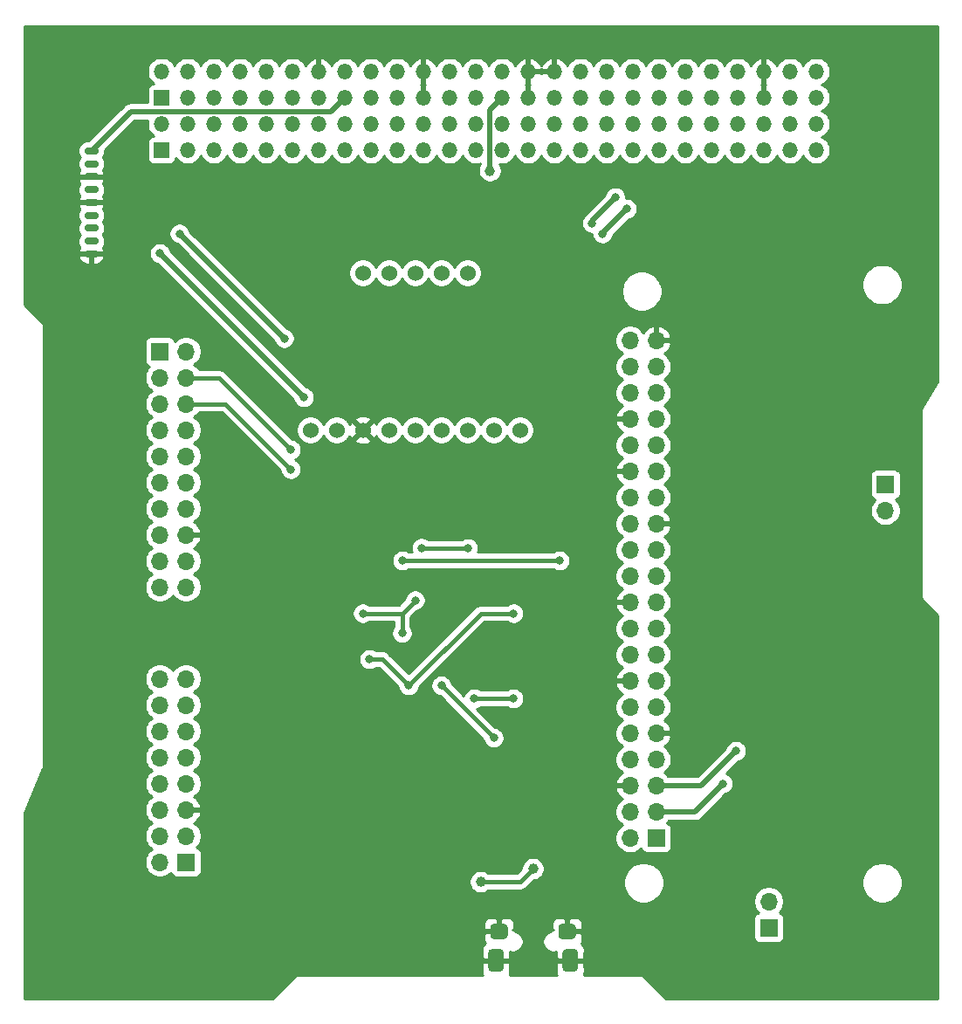
<source format=gbr>
%TF.GenerationSoftware,KiCad,Pcbnew,(5.1.9)-1*%
%TF.CreationDate,2021-10-10T13:31:20-04:00*%
%TF.ProjectId,REVERB Interface,52455645-5242-4204-996e-746572666163,rev?*%
%TF.SameCoordinates,Original*%
%TF.FileFunction,Copper,L2,Bot*%
%TF.FilePolarity,Positive*%
%FSLAX46Y46*%
G04 Gerber Fmt 4.6, Leading zero omitted, Abs format (unit mm)*
G04 Created by KiCad (PCBNEW (5.1.9)-1) date 2021-10-10 13:31:20*
%MOMM*%
%LPD*%
G01*
G04 APERTURE LIST*
%TA.AperFunction,ComponentPad*%
%ADD10O,1.700000X1.700000*%
%TD*%
%TA.AperFunction,ComponentPad*%
%ADD11R,1.700000X1.700000*%
%TD*%
%TA.AperFunction,ComponentPad*%
%ADD12C,1.524000*%
%TD*%
%TA.AperFunction,ConnectorPad*%
%ADD13C,5.600000*%
%TD*%
%TA.AperFunction,ComponentPad*%
%ADD14C,3.600000*%
%TD*%
%TA.AperFunction,ComponentPad*%
%ADD15O,1.400000X0.700000*%
%TD*%
%TA.AperFunction,ComponentPad*%
%ADD16O,1.500000X1.500000*%
%TD*%
%TA.AperFunction,ComponentPad*%
%ADD17R,1.500000X1.500000*%
%TD*%
%TA.AperFunction,ViaPad*%
%ADD18C,1.000000*%
%TD*%
%TA.AperFunction,ViaPad*%
%ADD19C,0.800000*%
%TD*%
%TA.AperFunction,Conductor*%
%ADD20C,0.508000*%
%TD*%
%TA.AperFunction,Conductor*%
%ADD21C,0.381000*%
%TD*%
%TA.AperFunction,Conductor*%
%ADD22C,0.254000*%
%TD*%
%TA.AperFunction,Conductor*%
%ADD23C,0.100000*%
%TD*%
G04 APERTURE END LIST*
D10*
%TO.P,J8,2*%
%TO.N,/D-*%
X191021000Y-100524000D03*
D11*
%TO.P,J8,1*%
%TO.N,/D+*%
X191021000Y-97984000D03*
%TD*%
D12*
%TO.P,U1,14*%
%TO.N,N/C*%
X135255000Y-92710000D03*
%TO.P,U1,13*%
%TO.N,/SW9*%
X137795000Y-92710000D03*
%TO.P,U1,12*%
%TO.N,GND*%
X140335000Y-92710000D03*
%TO.P,U1,11*%
%TO.N,/EPSSCL*%
X142875000Y-92710000D03*
%TO.P,U1,10*%
%TO.N,/EPSSDA*%
X145415000Y-92710000D03*
%TO.P,U1,9*%
%TO.N,N/C*%
X147955000Y-92710000D03*
%TO.P,U1,8*%
X150495000Y-92710000D03*
%TO.P,U1,7*%
X153035000Y-92710000D03*
%TO.P,U1,6*%
X155575000Y-92710000D03*
%TO.P,U1,1*%
X140335000Y-77470000D03*
%TO.P,U1,5*%
X150495000Y-77470000D03*
%TO.P,U1,4*%
X147955000Y-77470000D03*
%TO.P,U1,3*%
X145415000Y-77470000D03*
%TO.P,U1,2*%
X142875000Y-77470000D03*
%TD*%
%TO.P,J6,6*%
%TO.N,GND*%
%TA.AperFunction,ComponentPad*%
G36*
G01*
X153995000Y-143420000D02*
X153995000Y-144870000D01*
G75*
G02*
X153620000Y-145245000I-375000J0D01*
G01*
X152870000Y-145245000D01*
G75*
G02*
X152495000Y-144870000I0J375000D01*
G01*
X152495000Y-143420000D01*
G75*
G02*
X152870000Y-143045000I375000J0D01*
G01*
X153620000Y-143045000D01*
G75*
G02*
X153995000Y-143420000I0J-375000D01*
G01*
G37*
%TD.AperFunction*%
%TA.AperFunction,ComponentPad*%
G36*
G01*
X161195000Y-143420000D02*
X161195000Y-144870000D01*
G75*
G02*
X160820000Y-145245000I-375000J0D01*
G01*
X160070000Y-145245000D01*
G75*
G02*
X159695000Y-144870000I0J375000D01*
G01*
X159695000Y-143420000D01*
G75*
G02*
X160070000Y-143045000I375000J0D01*
G01*
X160820000Y-143045000D01*
G75*
G02*
X161195000Y-143420000I0J-375000D01*
G01*
G37*
%TD.AperFunction*%
%TA.AperFunction,ComponentPad*%
G36*
G01*
X160995000Y-140970000D02*
X160995000Y-141720000D01*
G75*
G02*
X160620000Y-142095000I-375000J0D01*
G01*
X159670000Y-142095000D01*
G75*
G02*
X159295000Y-141720000I0J375000D01*
G01*
X159295000Y-140970000D01*
G75*
G02*
X159670000Y-140595000I375000J0D01*
G01*
X160620000Y-140595000D01*
G75*
G02*
X160995000Y-140970000I0J-375000D01*
G01*
G37*
%TD.AperFunction*%
%TA.AperFunction,ComponentPad*%
G36*
G01*
X154395000Y-140970000D02*
X154395000Y-141720000D01*
G75*
G02*
X154020000Y-142095000I-375000J0D01*
G01*
X153070000Y-142095000D01*
G75*
G02*
X152695000Y-141720000I0J375000D01*
G01*
X152695000Y-140970000D01*
G75*
G02*
X153070000Y-140595000I375000J0D01*
G01*
X154020000Y-140595000D01*
G75*
G02*
X154395000Y-140970000I0J-375000D01*
G01*
G37*
%TD.AperFunction*%
%TD*%
D13*
%TO.P,M4,1*%
%TO.N,GND*%
X191926000Y-143664000D03*
D14*
X191926000Y-143664000D03*
%TD*%
D13*
%TO.P,M3,1*%
%TO.N,GND*%
X111916000Y-143664000D03*
D14*
X111916000Y-143664000D03*
%TD*%
D13*
%TO.P,M2,1*%
%TO.N,GND*%
X189386000Y-57939000D03*
D14*
X189386000Y-57939000D03*
%TD*%
D13*
%TO.P,M1,1*%
%TO.N,GND*%
X115726000Y-57939000D03*
D14*
X115726000Y-57939000D03*
%TD*%
D10*
%TO.P,J7,2*%
%TO.N,/D-*%
X179705000Y-138430000D03*
D11*
%TO.P,J7,1*%
%TO.N,/D+*%
X179705000Y-140970000D03*
%TD*%
D15*
%TO.P,J4,9*%
%TO.N,GND*%
X114006000Y-75639000D03*
%TO.P,J4,8*%
%TO.N,/EPSSCL*%
X114006000Y-74389000D03*
%TO.P,J4,7*%
X114006000Y-73139000D03*
%TO.P,J4,6*%
%TO.N,/SW6*%
X114006000Y-71889000D03*
%TO.P,J4,5*%
%TO.N,GND*%
X114006000Y-70639000D03*
%TO.P,J4,4*%
%TO.N,/EPSSDA*%
X114006000Y-69389000D03*
%TO.P,J4,3*%
%TO.N,GND*%
X114006000Y-68139000D03*
%TO.P,J4,2*%
%TO.N,/EPSSDA*%
X114006000Y-66889000D03*
%TO.P,J4,1*%
%TO.N,/SW6*%
X114006000Y-65639000D03*
%TD*%
D10*
%TO.P,J3,20*%
%TO.N,N/C*%
X123190000Y-107950000D03*
%TO.P,J3,19*%
X120650000Y-107950000D03*
%TO.P,J3,18*%
%TO.N,/SW4*%
X123190000Y-105410000D03*
%TO.P,J3,17*%
%TO.N,N/C*%
X120650000Y-105410000D03*
%TO.P,J3,16*%
%TO.N,GND*%
X123190000Y-102870000D03*
%TO.P,J3,15*%
%TO.N,N/C*%
X120650000Y-102870000D03*
%TO.P,J3,14*%
X123190000Y-100330000D03*
%TO.P,J3,13*%
X120650000Y-100330000D03*
%TO.P,J3,12*%
X123190000Y-97790000D03*
%TO.P,J3,11*%
X120650000Y-97790000D03*
%TO.P,J3,10*%
X123190000Y-95250000D03*
%TO.P,J3,9*%
X120650000Y-95250000D03*
%TO.P,J3,8*%
X123190000Y-92710000D03*
%TO.P,J3,7*%
X120650000Y-92710000D03*
%TO.P,J3,6*%
%TO.N,/APRSTX*%
X123190000Y-90170000D03*
%TO.P,J3,5*%
%TO.N,N/C*%
X120650000Y-90170000D03*
%TO.P,J3,4*%
%TO.N,/APRSRX*%
X123190000Y-87630000D03*
%TO.P,J3,3*%
%TO.N,N/C*%
X120650000Y-87630000D03*
%TO.P,J3,2*%
X123190000Y-85090000D03*
D11*
%TO.P,J3,1*%
X120650000Y-85090000D03*
%TD*%
D10*
%TO.P,J2,16*%
%TO.N,N/C*%
X120650000Y-116840000D03*
%TO.P,J2,15*%
X123190000Y-116840000D03*
%TO.P,J2,14*%
X120650000Y-119380000D03*
%TO.P,J2,13*%
%TO.N,/R1IN*%
X123190000Y-119380000D03*
%TO.P,J2,12*%
%TO.N,N/C*%
X120650000Y-121920000D03*
%TO.P,J2,11*%
%TO.N,/T1OUT*%
X123190000Y-121920000D03*
%TO.P,J2,10*%
%TO.N,N/C*%
X120650000Y-124460000D03*
%TO.P,J2,9*%
X123190000Y-124460000D03*
%TO.P,J2,8*%
X120650000Y-127000000D03*
%TO.P,J2,7*%
X123190000Y-127000000D03*
%TO.P,J2,6*%
X120650000Y-129540000D03*
%TO.P,J2,5*%
%TO.N,GND*%
X123190000Y-129540000D03*
%TO.P,J2,4*%
%TO.N,N/C*%
X120650000Y-132080000D03*
%TO.P,J2,3*%
%TO.N,/SW3*%
X123190000Y-132080000D03*
%TO.P,J2,2*%
%TO.N,N/C*%
X120650000Y-134620000D03*
D11*
%TO.P,J2,1*%
X123190000Y-134620000D03*
%TD*%
D10*
%TO.P,J1,40*%
%TO.N,N/C*%
X166256000Y-84014000D03*
%TO.P,J1,39*%
%TO.N,GND*%
X168796000Y-84014000D03*
%TO.P,J1,38*%
%TO.N,N/C*%
X166256000Y-86554000D03*
%TO.P,J1,37*%
X168796000Y-86554000D03*
%TO.P,J1,36*%
X166256000Y-89094000D03*
%TO.P,J1,35*%
X168796000Y-89094000D03*
%TO.P,J1,34*%
%TO.N,GND*%
X166256000Y-91634000D03*
%TO.P,J1,33*%
%TO.N,N/C*%
X168796000Y-91634000D03*
%TO.P,J1,32*%
X166256000Y-94174000D03*
%TO.P,J1,31*%
X168796000Y-94174000D03*
%TO.P,J1,30*%
%TO.N,GND*%
X166256000Y-96714000D03*
%TO.P,J1,29*%
%TO.N,N/C*%
X168796000Y-96714000D03*
%TO.P,J1,28*%
X166256000Y-99254000D03*
%TO.P,J1,27*%
X168796000Y-99254000D03*
%TO.P,J1,26*%
X166256000Y-101794000D03*
%TO.P,J1,25*%
%TO.N,GND*%
X168796000Y-101794000D03*
%TO.P,J1,24*%
%TO.N,N/C*%
X166256000Y-104334000D03*
%TO.P,J1,23*%
X168796000Y-104334000D03*
%TO.P,J1,22*%
X166256000Y-106874000D03*
%TO.P,J1,21*%
X168796000Y-106874000D03*
%TO.P,J1,20*%
%TO.N,GND*%
X166256000Y-109414000D03*
%TO.P,J1,19*%
%TO.N,N/C*%
X168796000Y-109414000D03*
%TO.P,J1,18*%
X166256000Y-111954000D03*
%TO.P,J1,17*%
X168796000Y-111954000D03*
%TO.P,J1,16*%
X166256000Y-114494000D03*
%TO.P,J1,15*%
X168796000Y-114494000D03*
%TO.P,J1,14*%
%TO.N,GND*%
X166256000Y-117034000D03*
%TO.P,J1,13*%
%TO.N,N/C*%
X168796000Y-117034000D03*
%TO.P,J1,12*%
X166256000Y-119574000D03*
%TO.P,J1,11*%
X168796000Y-119574000D03*
%TO.P,J1,10*%
%TO.N,/HWRX*%
X166256000Y-122114000D03*
%TO.P,J1,9*%
%TO.N,GND*%
X168796000Y-122114000D03*
%TO.P,J1,8*%
%TO.N,/HWTX*%
X166256000Y-124654000D03*
%TO.P,J1,7*%
%TO.N,N/C*%
X168796000Y-124654000D03*
%TO.P,J1,6*%
%TO.N,GND*%
X166256000Y-127194000D03*
%TO.P,J1,5*%
%TO.N,/EPSSCL*%
X168796000Y-127194000D03*
%TO.P,J1,4*%
%TO.N,+5V*%
X166256000Y-129734000D03*
%TO.P,J1,3*%
%TO.N,/EPSSDA*%
X168796000Y-129734000D03*
%TO.P,J1,2*%
%TO.N,+5V*%
X166256000Y-132274000D03*
D11*
%TO.P,J1,1*%
%TO.N,N/C*%
X168796000Y-132274000D03*
%TD*%
D16*
%TO.P,H2,52*%
%TO.N,N/C*%
X184306000Y-57939000D03*
%TO.P,H2,51*%
X184306000Y-60479000D03*
%TO.P,H2,50*%
X181766000Y-57939000D03*
%TO.P,H2,49*%
X181766000Y-60479000D03*
%TO.P,H2,48*%
%TO.N,GND*%
X179226000Y-57939000D03*
%TO.P,H2,47*%
X179226000Y-60479000D03*
%TO.P,H2,46*%
%TO.N,VBUS*%
X176686000Y-57939000D03*
%TO.P,H2,45*%
X176686000Y-60479000D03*
%TO.P,H2,44*%
%TO.N,/BCR_OUT*%
X174146000Y-57939000D03*
%TO.P,H2,43*%
X174146000Y-60479000D03*
%TO.P,H2,42*%
X171606000Y-57939000D03*
%TO.P,H2,41*%
X171606000Y-60479000D03*
%TO.P,H2,40*%
%TO.N,N/C*%
X169066000Y-57939000D03*
%TO.P,H2,39*%
X169066000Y-60479000D03*
%TO.P,H2,38*%
X166526000Y-57939000D03*
%TO.P,H2,37*%
X166526000Y-60479000D03*
%TO.P,H2,36*%
%TO.N,/PCM_IN*%
X163986000Y-57939000D03*
%TO.P,H2,35*%
X163986000Y-60479000D03*
%TO.P,H2,34*%
%TO.N,N/C*%
X161446000Y-57939000D03*
%TO.P,H2,33*%
X161446000Y-60479000D03*
%TO.P,H2,32*%
%TO.N,GND*%
X158906000Y-57939000D03*
%TO.P,H2,31*%
%TO.N,N/C*%
X158906000Y-60479000D03*
%TO.P,H2,30*%
%TO.N,GND*%
X156366000Y-57939000D03*
%TO.P,H2,29*%
X156366000Y-60479000D03*
%TO.P,H2,28*%
%TO.N,+3V3*%
X153826000Y-57939000D03*
%TO.P,H2,27*%
X153826000Y-60479000D03*
%TO.P,H2,26*%
%TO.N,+5V*%
X151286000Y-57939000D03*
%TO.P,H2,25*%
X151286000Y-60479000D03*
%TO.P,H2,24*%
%TO.N,+12V*%
X148746000Y-57939000D03*
%TO.P,H2,23*%
X148746000Y-60479000D03*
%TO.P,H2,22*%
%TO.N,GND*%
X146206000Y-57939000D03*
%TO.P,H2,21*%
X146206000Y-60479000D03*
%TO.P,H2,20*%
%TO.N,N/C*%
X143666000Y-57939000D03*
%TO.P,H2,19*%
%TO.N,/SW9*%
X143666000Y-60479000D03*
%TO.P,H2,18*%
%TO.N,/SW8*%
X141126000Y-57939000D03*
%TO.P,H2,17*%
%TO.N,GND*%
X141126000Y-60479000D03*
%TO.P,H2,16*%
%TO.N,/SW7*%
X138586000Y-57939000D03*
%TO.P,H2,15*%
%TO.N,/SW6*%
X138586000Y-60479000D03*
%TO.P,H2,14*%
%TO.N,GND*%
X136046000Y-57939000D03*
%TO.P,H2,13*%
%TO.N,N/C*%
X136046000Y-60479000D03*
%TO.P,H2,12*%
%TO.N,/SW4*%
X133506000Y-57939000D03*
%TO.P,H2,11*%
%TO.N,/SW3*%
X133506000Y-60479000D03*
%TO.P,H2,10*%
%TO.N,N/C*%
X130966000Y-57939000D03*
%TO.P,H2,9*%
%TO.N,GND*%
X130966000Y-60479000D03*
%TO.P,H2,8*%
%TO.N,N/C*%
X128426000Y-57939000D03*
%TO.P,H2,7*%
X128426000Y-60479000D03*
%TO.P,H2,6*%
X125886000Y-57939000D03*
%TO.P,H2,5*%
X125886000Y-60479000D03*
%TO.P,H2,4*%
X123346000Y-57939000D03*
%TO.P,H2,3*%
X123346000Y-60479000D03*
%TO.P,H2,2*%
X120806000Y-57939000D03*
D17*
%TO.P,H2,1*%
X120806000Y-60479000D03*
%TD*%
D16*
%TO.P,H1,52*%
%TO.N,N/C*%
X184306000Y-63019000D03*
%TO.P,H1,51*%
X184306000Y-65559000D03*
%TO.P,H1,50*%
X181766000Y-63019000D03*
%TO.P,H1,49*%
X181766000Y-65559000D03*
%TO.P,H1,48*%
X179226000Y-63019000D03*
%TO.P,H1,47*%
X179226000Y-65559000D03*
%TO.P,H1,46*%
X176686000Y-63019000D03*
%TO.P,H1,45*%
X176686000Y-65559000D03*
%TO.P,H1,44*%
X174146000Y-63019000D03*
%TO.P,H1,43*%
%TO.N,/EPSSCL*%
X174146000Y-65559000D03*
%TO.P,H1,42*%
%TO.N,N/C*%
X171606000Y-63019000D03*
%TO.P,H1,41*%
%TO.N,/EPSSDA*%
X171606000Y-65559000D03*
%TO.P,H1,40*%
%TO.N,N/C*%
X169066000Y-63019000D03*
%TO.P,H1,39*%
X169066000Y-65559000D03*
%TO.P,H1,38*%
X166526000Y-63019000D03*
%TO.P,H1,37*%
X166526000Y-65559000D03*
%TO.P,H1,36*%
X163986000Y-63019000D03*
%TO.P,H1,35*%
X163986000Y-65559000D03*
%TO.P,H1,34*%
X161446000Y-63019000D03*
%TO.P,H1,33*%
X161446000Y-65559000D03*
%TO.P,H1,32*%
X158906000Y-63019000D03*
%TO.P,H1,31*%
X158906000Y-65559000D03*
%TO.P,H1,30*%
X156366000Y-63019000D03*
%TO.P,H1,29*%
X156366000Y-65559000D03*
%TO.P,H1,28*%
X153826000Y-63019000D03*
%TO.P,H1,27*%
X153826000Y-65559000D03*
%TO.P,H1,26*%
X151286000Y-63019000D03*
%TO.P,H1,25*%
X151286000Y-65559000D03*
%TO.P,H1,24*%
X148746000Y-63019000D03*
%TO.P,H1,23*%
X148746000Y-65559000D03*
%TO.P,H1,22*%
X146206000Y-63019000D03*
%TO.P,H1,21*%
X146206000Y-65559000D03*
%TO.P,H1,20*%
X143666000Y-63019000D03*
%TO.P,H1,19*%
X143666000Y-65559000D03*
%TO.P,H1,18*%
X141126000Y-63019000D03*
%TO.P,H1,17*%
X141126000Y-65559000D03*
%TO.P,H1,16*%
X138586000Y-63019000D03*
%TO.P,H1,15*%
X138586000Y-65559000D03*
%TO.P,H1,14*%
X136046000Y-63019000D03*
%TO.P,H1,13*%
X136046000Y-65559000D03*
%TO.P,H1,12*%
X133506000Y-63019000D03*
%TO.P,H1,11*%
X133506000Y-65559000D03*
%TO.P,H1,10*%
X130966000Y-63019000D03*
%TO.P,H1,9*%
X130966000Y-65559000D03*
%TO.P,H1,8*%
X128426000Y-63019000D03*
%TO.P,H1,7*%
X128426000Y-65559000D03*
%TO.P,H1,6*%
X125886000Y-63019000D03*
%TO.P,H1,5*%
X125886000Y-65559000D03*
%TO.P,H1,4*%
X123346000Y-63019000D03*
%TO.P,H1,3*%
X123346000Y-65559000D03*
%TO.P,H1,2*%
X120806000Y-63019000D03*
D17*
%TO.P,H1,1*%
X120806000Y-65559000D03*
%TD*%
D18*
%TO.N,GND*%
X114935000Y-112395000D03*
X119380000Y-112395000D03*
X132715000Y-120015000D03*
X142240000Y-126365000D03*
X140335000Y-120015000D03*
X130810000Y-135890000D03*
X149860000Y-139700000D03*
X163195000Y-130810000D03*
X160655000Y-108585000D03*
X153670000Y-108585000D03*
X153670000Y-103505000D03*
X134620000Y-71755000D03*
X133985000Y-76835000D03*
X186944000Y-138176000D03*
X184150000Y-130810000D03*
X158115000Y-132715010D03*
X147320000Y-127000000D03*
X147955000Y-120015000D03*
X154940000Y-122555000D03*
X151130000Y-131445000D03*
D19*
%TO.N,/EPSSCL*%
X176530004Y-123825000D03*
X120650000Y-75565000D03*
X134620001Y-89534999D03*
X164814877Y-70135123D03*
X162559946Y-72644000D03*
%TO.N,/EPSSDA*%
X175260000Y-127000002D03*
X122555000Y-73660000D03*
X132714966Y-83820000D03*
X165922377Y-71242623D03*
X163576000Y-73660012D03*
D18*
%TO.N,+3V3*%
X152653995Y-67563996D03*
D19*
%TO.N,/SW7*%
X154940000Y-118745000D03*
X151130000Y-118745000D03*
%TO.N,/R1OUT*%
X144145000Y-112395000D03*
X145415000Y-109220000D03*
X140335000Y-110490000D03*
%TO.N,/T1IN*%
X154940000Y-110490000D03*
X140970000Y-114935000D03*
X144780000Y-117475000D03*
%TO.N,/APRSTX*%
X159415000Y-105380000D03*
X144175000Y-105380000D03*
X133349986Y-96520000D03*
%TO.N,/APRSRX*%
X150525000Y-104170008D03*
X146020000Y-104140000D03*
X133349992Y-94615000D03*
D18*
%TO.N,Net-(C8-Pad1)*%
X156845000Y-135255000D03*
X151765010Y-136525000D03*
D19*
%TO.N,/USBUARTRX*%
X147955026Y-117475000D03*
X153035000Y-122555000D03*
%TD*%
D20*
%TO.N,/EPSSCL*%
X168796000Y-127194000D02*
X173161004Y-127194000D01*
X173161004Y-127194000D02*
X176530004Y-123825000D01*
X120650000Y-75565000D02*
X121050001Y-75964999D01*
X121050001Y-75964999D02*
X134620001Y-89534999D01*
X164814877Y-70135123D02*
X162559946Y-72390054D01*
X162559946Y-72390054D02*
X162559946Y-72644000D01*
%TO.N,/EPSSDA*%
X168796000Y-129734000D02*
X172526002Y-129734000D01*
X172526002Y-129734000D02*
X175260000Y-127000002D01*
X132714966Y-83819966D02*
X132714966Y-83820000D01*
X122555000Y-73660000D02*
X132714966Y-83819966D01*
X165922377Y-71242623D02*
X163576000Y-73589000D01*
X163576000Y-73589000D02*
X163576000Y-73660012D01*
%TO.N,+3V3*%
X153826000Y-60479000D02*
X152621999Y-61683001D01*
X152621999Y-61683001D02*
X152621999Y-67532000D01*
X152621999Y-67532000D02*
X152653995Y-67563996D01*
D21*
%TO.N,/SW7*%
X154940000Y-118745000D02*
X151130000Y-118745000D01*
D20*
%TO.N,/SW6*%
X117830001Y-61814999D02*
X114006000Y-65639000D01*
X137250001Y-61814999D02*
X117830001Y-61814999D01*
X138586000Y-60479000D02*
X137250001Y-61814999D01*
D21*
%TO.N,/R1OUT*%
X144145000Y-112395000D02*
X144145000Y-110490000D01*
X144145000Y-110490000D02*
X145415000Y-109220000D01*
X145415000Y-109220000D02*
X145415000Y-109220000D01*
X144145000Y-110490000D02*
X140335000Y-110490000D01*
X140335000Y-110490000D02*
X140335000Y-110490000D01*
%TO.N,/T1IN*%
X154940000Y-110490000D02*
X154940000Y-110490000D01*
X140970000Y-114935000D02*
X140970000Y-114935000D01*
X140970000Y-114935000D02*
X142240000Y-114935000D01*
X142240000Y-114935000D02*
X144780000Y-117475000D01*
X151765000Y-110490000D02*
X144780000Y-117475000D01*
X154940000Y-110490000D02*
X151765000Y-110490000D01*
%TO.N,/APRSTX*%
X159415000Y-105380000D02*
X144175000Y-105380000D01*
X144175000Y-105380000D02*
X144175000Y-105380000D01*
X123190000Y-90170000D02*
X126999986Y-90170000D01*
X126999986Y-90170000D02*
X133349986Y-96520000D01*
%TO.N,/APRSRX*%
X150525000Y-104170008D02*
X146050008Y-104170008D01*
X146050008Y-104170008D02*
X146020000Y-104140000D01*
X126364992Y-87630000D02*
X133349992Y-94615000D01*
X123190000Y-87630000D02*
X126364992Y-87630000D01*
%TO.N,Net-(C8-Pad1)*%
X155575000Y-136525000D02*
X151765010Y-136525000D01*
X156845000Y-135255000D02*
X155575000Y-136525000D01*
%TO.N,/USBUARTRX*%
X153035000Y-122554974D02*
X153035000Y-122555000D01*
X147955026Y-117475000D02*
X153035000Y-122554974D01*
%TD*%
D22*
%TO.N,GND*%
X196088000Y-88031191D02*
X194560023Y-90577821D01*
X194549576Y-90590550D01*
X194526649Y-90633443D01*
X194518376Y-90647232D01*
X194511363Y-90662042D01*
X194488291Y-90705207D01*
X194483599Y-90720674D01*
X194476677Y-90735292D01*
X194464760Y-90782777D01*
X194450551Y-90829617D01*
X194448966Y-90845711D01*
X194445031Y-90861390D01*
X194442607Y-90910278D01*
X194441001Y-90926581D01*
X194441001Y-90942658D01*
X194438592Y-90991237D01*
X194441001Y-91007529D01*
X194441000Y-108706591D01*
X194437808Y-108739000D01*
X194441000Y-108771409D01*
X194441000Y-108771418D01*
X194450550Y-108868382D01*
X194465633Y-108918102D01*
X194488290Y-108992792D01*
X194549575Y-109107450D01*
X194597689Y-109166076D01*
X194632052Y-109207948D01*
X194657236Y-109228616D01*
X196088000Y-110659381D01*
X196088000Y-147828000D01*
X169718381Y-147828000D01*
X167970862Y-146080481D01*
X189689124Y-146080481D01*
X190001308Y-146529177D01*
X190597259Y-146849612D01*
X191244273Y-147047626D01*
X191917484Y-147115610D01*
X192591023Y-147050949D01*
X193239006Y-146856130D01*
X193836530Y-146538639D01*
X193850692Y-146529177D01*
X194162876Y-146080481D01*
X191926000Y-143843605D01*
X189689124Y-146080481D01*
X167970862Y-146080481D01*
X167650616Y-145760236D01*
X167629948Y-145735052D01*
X167529450Y-145652575D01*
X167414793Y-145591290D01*
X167290383Y-145553550D01*
X167193419Y-145544000D01*
X167193409Y-145544000D01*
X167161000Y-145540808D01*
X167128591Y-145544000D01*
X161755200Y-145544000D01*
X161784502Y-145489180D01*
X161820812Y-145369482D01*
X161833072Y-145245000D01*
X161830000Y-144430750D01*
X161671250Y-144272000D01*
X160572000Y-144272000D01*
X160572000Y-144292000D01*
X160318000Y-144292000D01*
X160318000Y-144272000D01*
X159218750Y-144272000D01*
X159060000Y-144430750D01*
X159056928Y-145245000D01*
X159069188Y-145369482D01*
X159105498Y-145489180D01*
X159134800Y-145544000D01*
X154555200Y-145544000D01*
X154584502Y-145489180D01*
X154620812Y-145369482D01*
X154633072Y-145245000D01*
X154630000Y-144430750D01*
X154471250Y-144272000D01*
X153372000Y-144272000D01*
X153372000Y-144292000D01*
X153118000Y-144292000D01*
X153118000Y-144272000D01*
X152018750Y-144272000D01*
X151860000Y-144430750D01*
X151856928Y-145245000D01*
X151869188Y-145369482D01*
X151905498Y-145489180D01*
X151934800Y-145544000D01*
X134173408Y-145544000D01*
X134140999Y-145540808D01*
X134108590Y-145544000D01*
X134108581Y-145544000D01*
X134011617Y-145553550D01*
X133887207Y-145591290D01*
X133772550Y-145652575D01*
X133672052Y-145735052D01*
X133651388Y-145760231D01*
X131583620Y-147828000D01*
X107496000Y-147828000D01*
X107496000Y-146080481D01*
X109679124Y-146080481D01*
X109991308Y-146529177D01*
X110587259Y-146849612D01*
X111234273Y-147047626D01*
X111907484Y-147115610D01*
X112581023Y-147050949D01*
X113229006Y-146856130D01*
X113826530Y-146538639D01*
X113840692Y-146529177D01*
X114152876Y-146080481D01*
X111916000Y-143843605D01*
X109679124Y-146080481D01*
X107496000Y-146080481D01*
X107496000Y-143655484D01*
X108464390Y-143655484D01*
X108529051Y-144329023D01*
X108723870Y-144977006D01*
X109041361Y-145574530D01*
X109050823Y-145588692D01*
X109499519Y-145900876D01*
X111736395Y-143664000D01*
X112095605Y-143664000D01*
X114332481Y-145900876D01*
X114781177Y-145588692D01*
X115101612Y-144992741D01*
X115299626Y-144345727D01*
X115367610Y-143672516D01*
X115307368Y-143045000D01*
X151856928Y-143045000D01*
X151860000Y-143859250D01*
X152018750Y-144018000D01*
X153118000Y-144018000D01*
X153118000Y-143998000D01*
X153372000Y-143998000D01*
X153372000Y-144018000D01*
X154471250Y-144018000D01*
X154630000Y-143859250D01*
X154632042Y-143317972D01*
X154793061Y-143350000D01*
X154996939Y-143350000D01*
X155196898Y-143310226D01*
X155385256Y-143232205D01*
X155554774Y-143118937D01*
X155698937Y-142974774D01*
X155812205Y-142805256D01*
X155890226Y-142616898D01*
X155930000Y-142416939D01*
X155930000Y-142213061D01*
X157760000Y-142213061D01*
X157760000Y-142416939D01*
X157799774Y-142616898D01*
X157877795Y-142805256D01*
X157991063Y-142974774D01*
X158135226Y-143118937D01*
X158304744Y-143232205D01*
X158493102Y-143310226D01*
X158693061Y-143350000D01*
X158896939Y-143350000D01*
X159057958Y-143317972D01*
X159060000Y-143859250D01*
X159218750Y-144018000D01*
X160318000Y-144018000D01*
X160318000Y-143998000D01*
X160572000Y-143998000D01*
X160572000Y-144018000D01*
X161671250Y-144018000D01*
X161830000Y-143859250D01*
X161830768Y-143655484D01*
X188474390Y-143655484D01*
X188539051Y-144329023D01*
X188733870Y-144977006D01*
X189051361Y-145574530D01*
X189060823Y-145588692D01*
X189509519Y-145900876D01*
X191746395Y-143664000D01*
X192105605Y-143664000D01*
X194342481Y-145900876D01*
X194791177Y-145588692D01*
X195111612Y-144992741D01*
X195309626Y-144345727D01*
X195377610Y-143672516D01*
X195312949Y-142998977D01*
X195118130Y-142350994D01*
X194800639Y-141753470D01*
X194791177Y-141739308D01*
X194342481Y-141427124D01*
X192105605Y-143664000D01*
X191746395Y-143664000D01*
X189509519Y-141427124D01*
X189060823Y-141739308D01*
X188740388Y-142335259D01*
X188542374Y-142982273D01*
X188474390Y-143655484D01*
X161830768Y-143655484D01*
X161833072Y-143045000D01*
X161820812Y-142920518D01*
X161784502Y-142800820D01*
X161725537Y-142690506D01*
X161646185Y-142593815D01*
X161549494Y-142514463D01*
X161495781Y-142485752D01*
X161525537Y-142449494D01*
X161584502Y-142339180D01*
X161620812Y-142219482D01*
X161633072Y-142095000D01*
X161630000Y-141630750D01*
X161471250Y-141472000D01*
X160272000Y-141472000D01*
X160272000Y-141492000D01*
X160018000Y-141492000D01*
X160018000Y-141472000D01*
X159998000Y-141472000D01*
X159998000Y-141218000D01*
X160018000Y-141218000D01*
X160018000Y-140118750D01*
X160272000Y-140118750D01*
X160272000Y-141218000D01*
X161471250Y-141218000D01*
X161630000Y-141059250D01*
X161633072Y-140595000D01*
X161620812Y-140470518D01*
X161584502Y-140350820D01*
X161525537Y-140240506D01*
X161446185Y-140143815D01*
X161417167Y-140120000D01*
X178216928Y-140120000D01*
X178216928Y-141820000D01*
X178229188Y-141944482D01*
X178265498Y-142064180D01*
X178324463Y-142174494D01*
X178403815Y-142271185D01*
X178500506Y-142350537D01*
X178610820Y-142409502D01*
X178730518Y-142445812D01*
X178855000Y-142458072D01*
X180555000Y-142458072D01*
X180679482Y-142445812D01*
X180799180Y-142409502D01*
X180909494Y-142350537D01*
X181006185Y-142271185D01*
X181085537Y-142174494D01*
X181144502Y-142064180D01*
X181180812Y-141944482D01*
X181193072Y-141820000D01*
X181193072Y-141247519D01*
X189689124Y-141247519D01*
X191926000Y-143484395D01*
X194162876Y-141247519D01*
X193850692Y-140798823D01*
X193254741Y-140478388D01*
X192607727Y-140280374D01*
X191934516Y-140212390D01*
X191260977Y-140277051D01*
X190612994Y-140471870D01*
X190015470Y-140789361D01*
X190001308Y-140798823D01*
X189689124Y-141247519D01*
X181193072Y-141247519D01*
X181193072Y-140120000D01*
X181180812Y-139995518D01*
X181144502Y-139875820D01*
X181085537Y-139765506D01*
X181006185Y-139668815D01*
X180909494Y-139589463D01*
X180799180Y-139530498D01*
X180726620Y-139508487D01*
X180858475Y-139376632D01*
X181020990Y-139133411D01*
X181132932Y-138863158D01*
X181190000Y-138576260D01*
X181190000Y-138283740D01*
X181132932Y-137996842D01*
X181020990Y-137726589D01*
X180858475Y-137483368D01*
X180651632Y-137276525D01*
X180408411Y-137114010D01*
X180138158Y-137002068D01*
X179851260Y-136945000D01*
X179558740Y-136945000D01*
X179271842Y-137002068D01*
X179001589Y-137114010D01*
X178758368Y-137276525D01*
X178551525Y-137483368D01*
X178389010Y-137726589D01*
X178277068Y-137996842D01*
X178220000Y-138283740D01*
X178220000Y-138576260D01*
X178277068Y-138863158D01*
X178389010Y-139133411D01*
X178551525Y-139376632D01*
X178683380Y-139508487D01*
X178610820Y-139530498D01*
X178500506Y-139589463D01*
X178403815Y-139668815D01*
X178324463Y-139765506D01*
X178265498Y-139875820D01*
X178229188Y-139995518D01*
X178216928Y-140120000D01*
X161417167Y-140120000D01*
X161349494Y-140064463D01*
X161239180Y-140005498D01*
X161119482Y-139969188D01*
X160995000Y-139956928D01*
X160430750Y-139960000D01*
X160272000Y-140118750D01*
X160018000Y-140118750D01*
X159859250Y-139960000D01*
X159295000Y-139956928D01*
X159170518Y-139969188D01*
X159050820Y-140005498D01*
X158940506Y-140064463D01*
X158843815Y-140143815D01*
X158764463Y-140240506D01*
X158705498Y-140350820D01*
X158669188Y-140470518D01*
X158656928Y-140595000D01*
X158660000Y-141059250D01*
X158818748Y-141217998D01*
X158660000Y-141217998D01*
X158660000Y-141286576D01*
X158493102Y-141319774D01*
X158304744Y-141397795D01*
X158135226Y-141511063D01*
X157991063Y-141655226D01*
X157877795Y-141824744D01*
X157799774Y-142013102D01*
X157760000Y-142213061D01*
X155930000Y-142213061D01*
X155890226Y-142013102D01*
X155812205Y-141824744D01*
X155698937Y-141655226D01*
X155554774Y-141511063D01*
X155385256Y-141397795D01*
X155196898Y-141319774D01*
X155030000Y-141286576D01*
X155030000Y-141217998D01*
X154871252Y-141217998D01*
X155030000Y-141059250D01*
X155033072Y-140595000D01*
X155020812Y-140470518D01*
X154984502Y-140350820D01*
X154925537Y-140240506D01*
X154846185Y-140143815D01*
X154749494Y-140064463D01*
X154639180Y-140005498D01*
X154519482Y-139969188D01*
X154395000Y-139956928D01*
X153830750Y-139960000D01*
X153672000Y-140118750D01*
X153672000Y-141218000D01*
X153692000Y-141218000D01*
X153692000Y-141472000D01*
X153672000Y-141472000D01*
X153672000Y-141492000D01*
X153418000Y-141492000D01*
X153418000Y-141472000D01*
X152218750Y-141472000D01*
X152060000Y-141630750D01*
X152056928Y-142095000D01*
X152069188Y-142219482D01*
X152105498Y-142339180D01*
X152164463Y-142449494D01*
X152194219Y-142485752D01*
X152140506Y-142514463D01*
X152043815Y-142593815D01*
X151964463Y-142690506D01*
X151905498Y-142800820D01*
X151869188Y-142920518D01*
X151856928Y-143045000D01*
X115307368Y-143045000D01*
X115302949Y-142998977D01*
X115108130Y-142350994D01*
X114790639Y-141753470D01*
X114781177Y-141739308D01*
X114332481Y-141427124D01*
X112095605Y-143664000D01*
X111736395Y-143664000D01*
X109499519Y-141427124D01*
X109050823Y-141739308D01*
X108730388Y-142335259D01*
X108532374Y-142982273D01*
X108464390Y-143655484D01*
X107496000Y-143655484D01*
X107496000Y-141247519D01*
X109679124Y-141247519D01*
X111916000Y-143484395D01*
X114152876Y-141247519D01*
X113840692Y-140798823D01*
X113461619Y-140595000D01*
X152056928Y-140595000D01*
X152060000Y-141059250D01*
X152218750Y-141218000D01*
X153418000Y-141218000D01*
X153418000Y-140118750D01*
X153259250Y-139960000D01*
X152695000Y-139956928D01*
X152570518Y-139969188D01*
X152450820Y-140005498D01*
X152340506Y-140064463D01*
X152243815Y-140143815D01*
X152164463Y-140240506D01*
X152105498Y-140350820D01*
X152069188Y-140470518D01*
X152056928Y-140595000D01*
X113461619Y-140595000D01*
X113244741Y-140478388D01*
X112597727Y-140280374D01*
X111924516Y-140212390D01*
X111250977Y-140277051D01*
X110602994Y-140471870D01*
X110005470Y-140789361D01*
X109991308Y-140798823D01*
X109679124Y-141247519D01*
X107496000Y-141247519D01*
X107496000Y-136413212D01*
X150630010Y-136413212D01*
X150630010Y-136636788D01*
X150673627Y-136856067D01*
X150759186Y-137062624D01*
X150883398Y-137248520D01*
X151041490Y-137406612D01*
X151227386Y-137530824D01*
X151433943Y-137616383D01*
X151653222Y-137660000D01*
X151876798Y-137660000D01*
X152096077Y-137616383D01*
X152302634Y-137530824D01*
X152488530Y-137406612D01*
X152544642Y-137350500D01*
X155534450Y-137350500D01*
X155575000Y-137354494D01*
X155615550Y-137350500D01*
X155615553Y-137350500D01*
X155736826Y-137338556D01*
X155892434Y-137291353D01*
X156035842Y-137214699D01*
X156161541Y-137111541D01*
X156187398Y-137080034D01*
X156853937Y-136413495D01*
X165589000Y-136413495D01*
X165589000Y-136804505D01*
X165665282Y-137188003D01*
X165814915Y-137549250D01*
X166032149Y-137874364D01*
X166308636Y-138150851D01*
X166633750Y-138368085D01*
X166994997Y-138517718D01*
X167378495Y-138594000D01*
X167769505Y-138594000D01*
X168153003Y-138517718D01*
X168514250Y-138368085D01*
X168839364Y-138150851D01*
X169115851Y-137874364D01*
X169333085Y-137549250D01*
X169482718Y-137188003D01*
X169559000Y-136804505D01*
X169559000Y-136413495D01*
X188716000Y-136413495D01*
X188716000Y-136804505D01*
X188792282Y-137188003D01*
X188941915Y-137549250D01*
X189159149Y-137874364D01*
X189435636Y-138150851D01*
X189760750Y-138368085D01*
X190121997Y-138517718D01*
X190505495Y-138594000D01*
X190896505Y-138594000D01*
X191280003Y-138517718D01*
X191641250Y-138368085D01*
X191966364Y-138150851D01*
X192242851Y-137874364D01*
X192460085Y-137549250D01*
X192609718Y-137188003D01*
X192686000Y-136804505D01*
X192686000Y-136413495D01*
X192609718Y-136029997D01*
X192460085Y-135668750D01*
X192242851Y-135343636D01*
X191966364Y-135067149D01*
X191641250Y-134849915D01*
X191280003Y-134700282D01*
X190896505Y-134624000D01*
X190505495Y-134624000D01*
X190121997Y-134700282D01*
X189760750Y-134849915D01*
X189435636Y-135067149D01*
X189159149Y-135343636D01*
X188941915Y-135668750D01*
X188792282Y-136029997D01*
X188716000Y-136413495D01*
X169559000Y-136413495D01*
X169482718Y-136029997D01*
X169333085Y-135668750D01*
X169115851Y-135343636D01*
X168839364Y-135067149D01*
X168514250Y-134849915D01*
X168153003Y-134700282D01*
X167769505Y-134624000D01*
X167378495Y-134624000D01*
X166994997Y-134700282D01*
X166633750Y-134849915D01*
X166308636Y-135067149D01*
X166032149Y-135343636D01*
X165814915Y-135668750D01*
X165665282Y-136029997D01*
X165589000Y-136413495D01*
X156853937Y-136413495D01*
X156877433Y-136390000D01*
X156956788Y-136390000D01*
X157176067Y-136346383D01*
X157382624Y-136260824D01*
X157568520Y-136136612D01*
X157726612Y-135978520D01*
X157850824Y-135792624D01*
X157936383Y-135586067D01*
X157980000Y-135366788D01*
X157980000Y-135143212D01*
X157936383Y-134923933D01*
X157850824Y-134717376D01*
X157726612Y-134531480D01*
X157568520Y-134373388D01*
X157382624Y-134249176D01*
X157176067Y-134163617D01*
X156956788Y-134120000D01*
X156733212Y-134120000D01*
X156513933Y-134163617D01*
X156307376Y-134249176D01*
X156121480Y-134373388D01*
X155963388Y-134531480D01*
X155839176Y-134717376D01*
X155753617Y-134923933D01*
X155710000Y-135143212D01*
X155710000Y-135222567D01*
X155233068Y-135699500D01*
X152544642Y-135699500D01*
X152488530Y-135643388D01*
X152302634Y-135519176D01*
X152096077Y-135433617D01*
X151876798Y-135390000D01*
X151653222Y-135390000D01*
X151433943Y-135433617D01*
X151227386Y-135519176D01*
X151041490Y-135643388D01*
X150883398Y-135801480D01*
X150759186Y-135987376D01*
X150673627Y-136193933D01*
X150630010Y-136413212D01*
X107496000Y-136413212D01*
X107496000Y-129829469D01*
X109336454Y-125535077D01*
X109353710Y-125502793D01*
X109371414Y-125444432D01*
X109389824Y-125386303D01*
X109390271Y-125382270D01*
X109391450Y-125378383D01*
X109397431Y-125317657D01*
X109404143Y-125257086D01*
X109401000Y-125220620D01*
X109401000Y-116693740D01*
X119165000Y-116693740D01*
X119165000Y-116986260D01*
X119222068Y-117273158D01*
X119334010Y-117543411D01*
X119496525Y-117786632D01*
X119703368Y-117993475D01*
X119877760Y-118110000D01*
X119703368Y-118226525D01*
X119496525Y-118433368D01*
X119334010Y-118676589D01*
X119222068Y-118946842D01*
X119165000Y-119233740D01*
X119165000Y-119526260D01*
X119222068Y-119813158D01*
X119334010Y-120083411D01*
X119496525Y-120326632D01*
X119703368Y-120533475D01*
X119877760Y-120650000D01*
X119703368Y-120766525D01*
X119496525Y-120973368D01*
X119334010Y-121216589D01*
X119222068Y-121486842D01*
X119165000Y-121773740D01*
X119165000Y-122066260D01*
X119222068Y-122353158D01*
X119334010Y-122623411D01*
X119496525Y-122866632D01*
X119703368Y-123073475D01*
X119877760Y-123190000D01*
X119703368Y-123306525D01*
X119496525Y-123513368D01*
X119334010Y-123756589D01*
X119222068Y-124026842D01*
X119165000Y-124313740D01*
X119165000Y-124606260D01*
X119222068Y-124893158D01*
X119334010Y-125163411D01*
X119496525Y-125406632D01*
X119703368Y-125613475D01*
X119877760Y-125730000D01*
X119703368Y-125846525D01*
X119496525Y-126053368D01*
X119334010Y-126296589D01*
X119222068Y-126566842D01*
X119165000Y-126853740D01*
X119165000Y-127146260D01*
X119222068Y-127433158D01*
X119334010Y-127703411D01*
X119496525Y-127946632D01*
X119703368Y-128153475D01*
X119877760Y-128270000D01*
X119703368Y-128386525D01*
X119496525Y-128593368D01*
X119334010Y-128836589D01*
X119222068Y-129106842D01*
X119165000Y-129393740D01*
X119165000Y-129686260D01*
X119222068Y-129973158D01*
X119334010Y-130243411D01*
X119496525Y-130486632D01*
X119703368Y-130693475D01*
X119877760Y-130810000D01*
X119703368Y-130926525D01*
X119496525Y-131133368D01*
X119334010Y-131376589D01*
X119222068Y-131646842D01*
X119165000Y-131933740D01*
X119165000Y-132226260D01*
X119222068Y-132513158D01*
X119334010Y-132783411D01*
X119496525Y-133026632D01*
X119703368Y-133233475D01*
X119877760Y-133350000D01*
X119703368Y-133466525D01*
X119496525Y-133673368D01*
X119334010Y-133916589D01*
X119222068Y-134186842D01*
X119165000Y-134473740D01*
X119165000Y-134766260D01*
X119222068Y-135053158D01*
X119334010Y-135323411D01*
X119496525Y-135566632D01*
X119703368Y-135773475D01*
X119946589Y-135935990D01*
X120216842Y-136047932D01*
X120503740Y-136105000D01*
X120796260Y-136105000D01*
X121083158Y-136047932D01*
X121353411Y-135935990D01*
X121596632Y-135773475D01*
X121728487Y-135641620D01*
X121750498Y-135714180D01*
X121809463Y-135824494D01*
X121888815Y-135921185D01*
X121985506Y-136000537D01*
X122095820Y-136059502D01*
X122215518Y-136095812D01*
X122340000Y-136108072D01*
X124040000Y-136108072D01*
X124164482Y-136095812D01*
X124284180Y-136059502D01*
X124394494Y-136000537D01*
X124491185Y-135921185D01*
X124570537Y-135824494D01*
X124629502Y-135714180D01*
X124665812Y-135594482D01*
X124678072Y-135470000D01*
X124678072Y-133770000D01*
X124665812Y-133645518D01*
X124629502Y-133525820D01*
X124570537Y-133415506D01*
X124491185Y-133318815D01*
X124394494Y-133239463D01*
X124284180Y-133180498D01*
X124211620Y-133158487D01*
X124343475Y-133026632D01*
X124505990Y-132783411D01*
X124617932Y-132513158D01*
X124675000Y-132226260D01*
X124675000Y-131933740D01*
X124617932Y-131646842D01*
X124505990Y-131376589D01*
X124343475Y-131133368D01*
X124136632Y-130926525D01*
X123954466Y-130804805D01*
X124071355Y-130735178D01*
X124287588Y-130540269D01*
X124461641Y-130306920D01*
X124586825Y-130044099D01*
X124631476Y-129896890D01*
X124510155Y-129667000D01*
X123317000Y-129667000D01*
X123317000Y-129687000D01*
X123063000Y-129687000D01*
X123063000Y-129667000D01*
X123043000Y-129667000D01*
X123043000Y-129413000D01*
X123063000Y-129413000D01*
X123063000Y-129393000D01*
X123317000Y-129393000D01*
X123317000Y-129413000D01*
X124510155Y-129413000D01*
X124631476Y-129183110D01*
X124586825Y-129035901D01*
X124461641Y-128773080D01*
X124287588Y-128539731D01*
X124071355Y-128344822D01*
X123954466Y-128275195D01*
X124136632Y-128153475D01*
X124343475Y-127946632D01*
X124505990Y-127703411D01*
X124617932Y-127433158D01*
X124675000Y-127146260D01*
X124675000Y-126853740D01*
X124617932Y-126566842D01*
X124505990Y-126296589D01*
X124343475Y-126053368D01*
X124136632Y-125846525D01*
X123962240Y-125730000D01*
X124136632Y-125613475D01*
X124343475Y-125406632D01*
X124505990Y-125163411D01*
X124617932Y-124893158D01*
X124675000Y-124606260D01*
X124675000Y-124313740D01*
X124617932Y-124026842D01*
X124505990Y-123756589D01*
X124343475Y-123513368D01*
X124136632Y-123306525D01*
X123962240Y-123190000D01*
X124136632Y-123073475D01*
X124343475Y-122866632D01*
X124505990Y-122623411D01*
X124617932Y-122353158D01*
X124675000Y-122066260D01*
X124675000Y-121773740D01*
X124617932Y-121486842D01*
X124505990Y-121216589D01*
X124343475Y-120973368D01*
X124136632Y-120766525D01*
X123962240Y-120650000D01*
X124136632Y-120533475D01*
X124343475Y-120326632D01*
X124505990Y-120083411D01*
X124617932Y-119813158D01*
X124675000Y-119526260D01*
X124675000Y-119233740D01*
X124617932Y-118946842D01*
X124505990Y-118676589D01*
X124343475Y-118433368D01*
X124136632Y-118226525D01*
X123962240Y-118110000D01*
X124136632Y-117993475D01*
X124343475Y-117786632D01*
X124505990Y-117543411D01*
X124617932Y-117273158D01*
X124675000Y-116986260D01*
X124675000Y-116693740D01*
X124617932Y-116406842D01*
X124505990Y-116136589D01*
X124343475Y-115893368D01*
X124136632Y-115686525D01*
X123893411Y-115524010D01*
X123623158Y-115412068D01*
X123336260Y-115355000D01*
X123043740Y-115355000D01*
X122756842Y-115412068D01*
X122486589Y-115524010D01*
X122243368Y-115686525D01*
X122036525Y-115893368D01*
X121920000Y-116067760D01*
X121803475Y-115893368D01*
X121596632Y-115686525D01*
X121353411Y-115524010D01*
X121083158Y-115412068D01*
X120796260Y-115355000D01*
X120503740Y-115355000D01*
X120216842Y-115412068D01*
X119946589Y-115524010D01*
X119703368Y-115686525D01*
X119496525Y-115893368D01*
X119334010Y-116136589D01*
X119222068Y-116406842D01*
X119165000Y-116693740D01*
X109401000Y-116693740D01*
X109401000Y-114833061D01*
X139935000Y-114833061D01*
X139935000Y-115036939D01*
X139974774Y-115236898D01*
X140052795Y-115425256D01*
X140166063Y-115594774D01*
X140310226Y-115738937D01*
X140479744Y-115852205D01*
X140668102Y-115930226D01*
X140868061Y-115970000D01*
X141071939Y-115970000D01*
X141271898Y-115930226D01*
X141460256Y-115852205D01*
X141597503Y-115760500D01*
X141898068Y-115760500D01*
X143752572Y-117615004D01*
X143784774Y-117776898D01*
X143862795Y-117965256D01*
X143976063Y-118134774D01*
X144120226Y-118278937D01*
X144289744Y-118392205D01*
X144478102Y-118470226D01*
X144678061Y-118510000D01*
X144881939Y-118510000D01*
X145081898Y-118470226D01*
X145270256Y-118392205D01*
X145439774Y-118278937D01*
X145583937Y-118134774D01*
X145697205Y-117965256D01*
X145775226Y-117776898D01*
X145807429Y-117615004D01*
X146049372Y-117373061D01*
X146920026Y-117373061D01*
X146920026Y-117576939D01*
X146959800Y-117776898D01*
X147037821Y-117965256D01*
X147151089Y-118134774D01*
X147295252Y-118278937D01*
X147464770Y-118392205D01*
X147653128Y-118470226D01*
X147815022Y-118502429D01*
X152007565Y-122694972D01*
X152039774Y-122856898D01*
X152117795Y-123045256D01*
X152231063Y-123214774D01*
X152375226Y-123358937D01*
X152544744Y-123472205D01*
X152733102Y-123550226D01*
X152933061Y-123590000D01*
X153136939Y-123590000D01*
X153336898Y-123550226D01*
X153525256Y-123472205D01*
X153694774Y-123358937D01*
X153838937Y-123214774D01*
X153952205Y-123045256D01*
X154030226Y-122856898D01*
X154070000Y-122656939D01*
X154070000Y-122453061D01*
X154030226Y-122253102D01*
X153952205Y-122064744D01*
X153838937Y-121895226D01*
X153694774Y-121751063D01*
X153525256Y-121637795D01*
X153336898Y-121559774D01*
X153175037Y-121527578D01*
X151395020Y-119747561D01*
X151431898Y-119740226D01*
X151620256Y-119662205D01*
X151757503Y-119570500D01*
X154312497Y-119570500D01*
X154449744Y-119662205D01*
X154638102Y-119740226D01*
X154838061Y-119780000D01*
X155041939Y-119780000D01*
X155241898Y-119740226D01*
X155430256Y-119662205D01*
X155599774Y-119548937D01*
X155743937Y-119404774D01*
X155857205Y-119235256D01*
X155935226Y-119046898D01*
X155975000Y-118846939D01*
X155975000Y-118643061D01*
X155935226Y-118443102D01*
X155857205Y-118254744D01*
X155743937Y-118085226D01*
X155599774Y-117941063D01*
X155430256Y-117827795D01*
X155241898Y-117749774D01*
X155041939Y-117710000D01*
X154838061Y-117710000D01*
X154638102Y-117749774D01*
X154449744Y-117827795D01*
X154312497Y-117919500D01*
X151757503Y-117919500D01*
X151620256Y-117827795D01*
X151431898Y-117749774D01*
X151231939Y-117710000D01*
X151028061Y-117710000D01*
X150828102Y-117749774D01*
X150639744Y-117827795D01*
X150470226Y-117941063D01*
X150326063Y-118085226D01*
X150212795Y-118254744D01*
X150134774Y-118443102D01*
X150127439Y-118479980D01*
X148982455Y-117334996D01*
X148950252Y-117173102D01*
X148872231Y-116984744D01*
X148758963Y-116815226D01*
X148614800Y-116671063D01*
X148445282Y-116557795D01*
X148256924Y-116479774D01*
X148056965Y-116440000D01*
X147853087Y-116440000D01*
X147653128Y-116479774D01*
X147464770Y-116557795D01*
X147295252Y-116671063D01*
X147151089Y-116815226D01*
X147037821Y-116984744D01*
X146959800Y-117173102D01*
X146920026Y-117373061D01*
X146049372Y-117373061D01*
X152106934Y-111315500D01*
X154312497Y-111315500D01*
X154449744Y-111407205D01*
X154638102Y-111485226D01*
X154838061Y-111525000D01*
X155041939Y-111525000D01*
X155241898Y-111485226D01*
X155430256Y-111407205D01*
X155599774Y-111293937D01*
X155743937Y-111149774D01*
X155857205Y-110980256D01*
X155935226Y-110791898D01*
X155975000Y-110591939D01*
X155975000Y-110388061D01*
X155935226Y-110188102D01*
X155857205Y-109999744D01*
X155743937Y-109830226D01*
X155599774Y-109686063D01*
X155430256Y-109572795D01*
X155241898Y-109494774D01*
X155041939Y-109455000D01*
X154838061Y-109455000D01*
X154638102Y-109494774D01*
X154449744Y-109572795D01*
X154312497Y-109664500D01*
X151805550Y-109664500D01*
X151765000Y-109660506D01*
X151724449Y-109664500D01*
X151724447Y-109664500D01*
X151603174Y-109676444D01*
X151447566Y-109723647D01*
X151304157Y-109800301D01*
X151209958Y-109877608D01*
X151209955Y-109877611D01*
X151178459Y-109903459D01*
X151152611Y-109934955D01*
X144780000Y-116307568D01*
X142852398Y-114379966D01*
X142826541Y-114348459D01*
X142700842Y-114245301D01*
X142557434Y-114168647D01*
X142401826Y-114121444D01*
X142280553Y-114109500D01*
X142280550Y-114109500D01*
X142240000Y-114105506D01*
X142199450Y-114109500D01*
X141597503Y-114109500D01*
X141460256Y-114017795D01*
X141271898Y-113939774D01*
X141071939Y-113900000D01*
X140868061Y-113900000D01*
X140668102Y-113939774D01*
X140479744Y-114017795D01*
X140310226Y-114131063D01*
X140166063Y-114275226D01*
X140052795Y-114444744D01*
X139974774Y-114633102D01*
X139935000Y-114833061D01*
X109401000Y-114833061D01*
X109401000Y-110388061D01*
X139300000Y-110388061D01*
X139300000Y-110591939D01*
X139339774Y-110791898D01*
X139417795Y-110980256D01*
X139531063Y-111149774D01*
X139675226Y-111293937D01*
X139844744Y-111407205D01*
X140033102Y-111485226D01*
X140233061Y-111525000D01*
X140436939Y-111525000D01*
X140636898Y-111485226D01*
X140825256Y-111407205D01*
X140962503Y-111315500D01*
X143319501Y-111315500D01*
X143319500Y-111767497D01*
X143227795Y-111904744D01*
X143149774Y-112093102D01*
X143110000Y-112293061D01*
X143110000Y-112496939D01*
X143149774Y-112696898D01*
X143227795Y-112885256D01*
X143341063Y-113054774D01*
X143485226Y-113198937D01*
X143654744Y-113312205D01*
X143843102Y-113390226D01*
X144043061Y-113430000D01*
X144246939Y-113430000D01*
X144446898Y-113390226D01*
X144635256Y-113312205D01*
X144804774Y-113198937D01*
X144948937Y-113054774D01*
X145062205Y-112885256D01*
X145140226Y-112696898D01*
X145180000Y-112496939D01*
X145180000Y-112293061D01*
X145140226Y-112093102D01*
X145062205Y-111904744D01*
X144970500Y-111767497D01*
X144970500Y-110831932D01*
X145555004Y-110247428D01*
X145716898Y-110215226D01*
X145905256Y-110137205D01*
X146074774Y-110023937D01*
X146218937Y-109879774D01*
X146332205Y-109710256D01*
X146410226Y-109521898D01*
X146450000Y-109321939D01*
X146450000Y-109118061D01*
X146410226Y-108918102D01*
X146332205Y-108729744D01*
X146218937Y-108560226D01*
X146074774Y-108416063D01*
X145905256Y-108302795D01*
X145716898Y-108224774D01*
X145516939Y-108185000D01*
X145313061Y-108185000D01*
X145113102Y-108224774D01*
X144924744Y-108302795D01*
X144755226Y-108416063D01*
X144611063Y-108560226D01*
X144497795Y-108729744D01*
X144419774Y-108918102D01*
X144387572Y-109079996D01*
X143803068Y-109664500D01*
X140962503Y-109664500D01*
X140825256Y-109572795D01*
X140636898Y-109494774D01*
X140436939Y-109455000D01*
X140233061Y-109455000D01*
X140033102Y-109494774D01*
X139844744Y-109572795D01*
X139675226Y-109686063D01*
X139531063Y-109830226D01*
X139417795Y-109999744D01*
X139339774Y-110188102D01*
X139300000Y-110388061D01*
X109401000Y-110388061D01*
X109401000Y-84240000D01*
X119161928Y-84240000D01*
X119161928Y-85940000D01*
X119174188Y-86064482D01*
X119210498Y-86184180D01*
X119269463Y-86294494D01*
X119348815Y-86391185D01*
X119445506Y-86470537D01*
X119555820Y-86529502D01*
X119628380Y-86551513D01*
X119496525Y-86683368D01*
X119334010Y-86926589D01*
X119222068Y-87196842D01*
X119165000Y-87483740D01*
X119165000Y-87776260D01*
X119222068Y-88063158D01*
X119334010Y-88333411D01*
X119496525Y-88576632D01*
X119703368Y-88783475D01*
X119877760Y-88900000D01*
X119703368Y-89016525D01*
X119496525Y-89223368D01*
X119334010Y-89466589D01*
X119222068Y-89736842D01*
X119165000Y-90023740D01*
X119165000Y-90316260D01*
X119222068Y-90603158D01*
X119334010Y-90873411D01*
X119496525Y-91116632D01*
X119703368Y-91323475D01*
X119877760Y-91440000D01*
X119703368Y-91556525D01*
X119496525Y-91763368D01*
X119334010Y-92006589D01*
X119222068Y-92276842D01*
X119165000Y-92563740D01*
X119165000Y-92856260D01*
X119222068Y-93143158D01*
X119334010Y-93413411D01*
X119496525Y-93656632D01*
X119703368Y-93863475D01*
X119877760Y-93980000D01*
X119703368Y-94096525D01*
X119496525Y-94303368D01*
X119334010Y-94546589D01*
X119222068Y-94816842D01*
X119165000Y-95103740D01*
X119165000Y-95396260D01*
X119222068Y-95683158D01*
X119334010Y-95953411D01*
X119496525Y-96196632D01*
X119703368Y-96403475D01*
X119877760Y-96520000D01*
X119703368Y-96636525D01*
X119496525Y-96843368D01*
X119334010Y-97086589D01*
X119222068Y-97356842D01*
X119165000Y-97643740D01*
X119165000Y-97936260D01*
X119222068Y-98223158D01*
X119334010Y-98493411D01*
X119496525Y-98736632D01*
X119703368Y-98943475D01*
X119877760Y-99060000D01*
X119703368Y-99176525D01*
X119496525Y-99383368D01*
X119334010Y-99626589D01*
X119222068Y-99896842D01*
X119165000Y-100183740D01*
X119165000Y-100476260D01*
X119222068Y-100763158D01*
X119334010Y-101033411D01*
X119496525Y-101276632D01*
X119703368Y-101483475D01*
X119877760Y-101600000D01*
X119703368Y-101716525D01*
X119496525Y-101923368D01*
X119334010Y-102166589D01*
X119222068Y-102436842D01*
X119165000Y-102723740D01*
X119165000Y-103016260D01*
X119222068Y-103303158D01*
X119334010Y-103573411D01*
X119496525Y-103816632D01*
X119703368Y-104023475D01*
X119877760Y-104140000D01*
X119703368Y-104256525D01*
X119496525Y-104463368D01*
X119334010Y-104706589D01*
X119222068Y-104976842D01*
X119165000Y-105263740D01*
X119165000Y-105556260D01*
X119222068Y-105843158D01*
X119334010Y-106113411D01*
X119496525Y-106356632D01*
X119703368Y-106563475D01*
X119877760Y-106680000D01*
X119703368Y-106796525D01*
X119496525Y-107003368D01*
X119334010Y-107246589D01*
X119222068Y-107516842D01*
X119165000Y-107803740D01*
X119165000Y-108096260D01*
X119222068Y-108383158D01*
X119334010Y-108653411D01*
X119496525Y-108896632D01*
X119703368Y-109103475D01*
X119946589Y-109265990D01*
X120216842Y-109377932D01*
X120503740Y-109435000D01*
X120796260Y-109435000D01*
X121083158Y-109377932D01*
X121353411Y-109265990D01*
X121596632Y-109103475D01*
X121803475Y-108896632D01*
X121920000Y-108722240D01*
X122036525Y-108896632D01*
X122243368Y-109103475D01*
X122486589Y-109265990D01*
X122756842Y-109377932D01*
X123043740Y-109435000D01*
X123336260Y-109435000D01*
X123623158Y-109377932D01*
X123893411Y-109265990D01*
X124136632Y-109103475D01*
X124343475Y-108896632D01*
X124505990Y-108653411D01*
X124617932Y-108383158D01*
X124675000Y-108096260D01*
X124675000Y-107803740D01*
X124617932Y-107516842D01*
X124505990Y-107246589D01*
X124343475Y-107003368D01*
X124136632Y-106796525D01*
X123962240Y-106680000D01*
X124136632Y-106563475D01*
X124343475Y-106356632D01*
X124505990Y-106113411D01*
X124617932Y-105843158D01*
X124675000Y-105556260D01*
X124675000Y-105278061D01*
X143140000Y-105278061D01*
X143140000Y-105481939D01*
X143179774Y-105681898D01*
X143257795Y-105870256D01*
X143371063Y-106039774D01*
X143515226Y-106183937D01*
X143684744Y-106297205D01*
X143873102Y-106375226D01*
X144073061Y-106415000D01*
X144276939Y-106415000D01*
X144476898Y-106375226D01*
X144665256Y-106297205D01*
X144802503Y-106205500D01*
X158787497Y-106205500D01*
X158924744Y-106297205D01*
X159113102Y-106375226D01*
X159313061Y-106415000D01*
X159516939Y-106415000D01*
X159716898Y-106375226D01*
X159905256Y-106297205D01*
X160074774Y-106183937D01*
X160218937Y-106039774D01*
X160332205Y-105870256D01*
X160410226Y-105681898D01*
X160450000Y-105481939D01*
X160450000Y-105278061D01*
X160410226Y-105078102D01*
X160332205Y-104889744D01*
X160218937Y-104720226D01*
X160074774Y-104576063D01*
X159905256Y-104462795D01*
X159716898Y-104384774D01*
X159516939Y-104345000D01*
X159313061Y-104345000D01*
X159113102Y-104384774D01*
X158924744Y-104462795D01*
X158787497Y-104554500D01*
X151486014Y-104554500D01*
X151520226Y-104471906D01*
X151560000Y-104271947D01*
X151560000Y-104068069D01*
X151520226Y-103868110D01*
X151442205Y-103679752D01*
X151328937Y-103510234D01*
X151184774Y-103366071D01*
X151015256Y-103252803D01*
X150826898Y-103174782D01*
X150626939Y-103135008D01*
X150423061Y-103135008D01*
X150223102Y-103174782D01*
X150034744Y-103252803D01*
X149897497Y-103344508D01*
X146688219Y-103344508D01*
X146679774Y-103336063D01*
X146510256Y-103222795D01*
X146321898Y-103144774D01*
X146121939Y-103105000D01*
X145918061Y-103105000D01*
X145718102Y-103144774D01*
X145529744Y-103222795D01*
X145360226Y-103336063D01*
X145216063Y-103480226D01*
X145102795Y-103649744D01*
X145024774Y-103838102D01*
X144985000Y-104038061D01*
X144985000Y-104241939D01*
X145024774Y-104441898D01*
X145071416Y-104554500D01*
X144802503Y-104554500D01*
X144665256Y-104462795D01*
X144476898Y-104384774D01*
X144276939Y-104345000D01*
X144073061Y-104345000D01*
X143873102Y-104384774D01*
X143684744Y-104462795D01*
X143515226Y-104576063D01*
X143371063Y-104720226D01*
X143257795Y-104889744D01*
X143179774Y-105078102D01*
X143140000Y-105278061D01*
X124675000Y-105278061D01*
X124675000Y-105263740D01*
X124617932Y-104976842D01*
X124505990Y-104706589D01*
X124343475Y-104463368D01*
X124136632Y-104256525D01*
X123954466Y-104134805D01*
X124071355Y-104065178D01*
X124287588Y-103870269D01*
X124461641Y-103636920D01*
X124586825Y-103374099D01*
X124631476Y-103226890D01*
X124510155Y-102997000D01*
X123317000Y-102997000D01*
X123317000Y-103017000D01*
X123063000Y-103017000D01*
X123063000Y-102997000D01*
X123043000Y-102997000D01*
X123043000Y-102743000D01*
X123063000Y-102743000D01*
X123063000Y-102723000D01*
X123317000Y-102723000D01*
X123317000Y-102743000D01*
X124510155Y-102743000D01*
X124631476Y-102513110D01*
X124586825Y-102365901D01*
X124461641Y-102103080D01*
X124287588Y-101869731D01*
X124071355Y-101674822D01*
X123954466Y-101605195D01*
X124136632Y-101483475D01*
X124343475Y-101276632D01*
X124505990Y-101033411D01*
X124617932Y-100763158D01*
X124675000Y-100476260D01*
X124675000Y-100183740D01*
X124617932Y-99896842D01*
X124505990Y-99626589D01*
X124343475Y-99383368D01*
X124136632Y-99176525D01*
X123962240Y-99060000D01*
X124136632Y-98943475D01*
X124343475Y-98736632D01*
X124505990Y-98493411D01*
X124617932Y-98223158D01*
X124675000Y-97936260D01*
X124675000Y-97643740D01*
X124617932Y-97356842D01*
X124505990Y-97086589D01*
X124343475Y-96843368D01*
X124136632Y-96636525D01*
X123962240Y-96520000D01*
X124136632Y-96403475D01*
X124343475Y-96196632D01*
X124505990Y-95953411D01*
X124617932Y-95683158D01*
X124675000Y-95396260D01*
X124675000Y-95103740D01*
X124617932Y-94816842D01*
X124505990Y-94546589D01*
X124343475Y-94303368D01*
X124136632Y-94096525D01*
X123962240Y-93980000D01*
X124136632Y-93863475D01*
X124343475Y-93656632D01*
X124505990Y-93413411D01*
X124617932Y-93143158D01*
X124675000Y-92856260D01*
X124675000Y-92563740D01*
X124617932Y-92276842D01*
X124505990Y-92006589D01*
X124343475Y-91763368D01*
X124136632Y-91556525D01*
X123962240Y-91440000D01*
X124136632Y-91323475D01*
X124343475Y-91116632D01*
X124424413Y-90995500D01*
X126658054Y-90995500D01*
X132322558Y-96660005D01*
X132354760Y-96821898D01*
X132432781Y-97010256D01*
X132546049Y-97179774D01*
X132690212Y-97323937D01*
X132859730Y-97437205D01*
X133048088Y-97515226D01*
X133248047Y-97555000D01*
X133451925Y-97555000D01*
X133651884Y-97515226D01*
X133840242Y-97437205D01*
X134009760Y-97323937D01*
X134153923Y-97179774D01*
X134267191Y-97010256D01*
X134345212Y-96821898D01*
X134384986Y-96621939D01*
X134384986Y-96418061D01*
X134345212Y-96218102D01*
X134267191Y-96029744D01*
X134153923Y-95860226D01*
X134009760Y-95716063D01*
X133840242Y-95602795D01*
X133755036Y-95567501D01*
X133840248Y-95532205D01*
X134009766Y-95418937D01*
X134153929Y-95274774D01*
X134267197Y-95105256D01*
X134345218Y-94916898D01*
X134384992Y-94716939D01*
X134384992Y-94513061D01*
X134345218Y-94313102D01*
X134267197Y-94124744D01*
X134153929Y-93955226D01*
X134009766Y-93811063D01*
X133840248Y-93697795D01*
X133651890Y-93619774D01*
X133489998Y-93587572D01*
X132474834Y-92572408D01*
X133858000Y-92572408D01*
X133858000Y-92847592D01*
X133911686Y-93117490D01*
X134016995Y-93371727D01*
X134169880Y-93600535D01*
X134364465Y-93795120D01*
X134593273Y-93948005D01*
X134847510Y-94053314D01*
X135117408Y-94107000D01*
X135392592Y-94107000D01*
X135662490Y-94053314D01*
X135916727Y-93948005D01*
X136145535Y-93795120D01*
X136340120Y-93600535D01*
X136493005Y-93371727D01*
X136525000Y-93294485D01*
X136556995Y-93371727D01*
X136709880Y-93600535D01*
X136904465Y-93795120D01*
X137133273Y-93948005D01*
X137387510Y-94053314D01*
X137657408Y-94107000D01*
X137932592Y-94107000D01*
X138202490Y-94053314D01*
X138456727Y-93948005D01*
X138685535Y-93795120D01*
X138805090Y-93675565D01*
X139549040Y-93675565D01*
X139616020Y-93915656D01*
X139865048Y-94032756D01*
X140132135Y-94099023D01*
X140407017Y-94111910D01*
X140679133Y-94070922D01*
X140938023Y-93977636D01*
X141053980Y-93915656D01*
X141120960Y-93675565D01*
X140335000Y-92889605D01*
X139549040Y-93675565D01*
X138805090Y-93675565D01*
X138880120Y-93600535D01*
X139033005Y-93371727D01*
X139062692Y-93300057D01*
X139067364Y-93313023D01*
X139129344Y-93428980D01*
X139369435Y-93495960D01*
X140155395Y-92710000D01*
X140514605Y-92710000D01*
X141300565Y-93495960D01*
X141540656Y-93428980D01*
X141604485Y-93293240D01*
X141636995Y-93371727D01*
X141789880Y-93600535D01*
X141984465Y-93795120D01*
X142213273Y-93948005D01*
X142467510Y-94053314D01*
X142737408Y-94107000D01*
X143012592Y-94107000D01*
X143282490Y-94053314D01*
X143536727Y-93948005D01*
X143765535Y-93795120D01*
X143960120Y-93600535D01*
X144113005Y-93371727D01*
X144145000Y-93294485D01*
X144176995Y-93371727D01*
X144329880Y-93600535D01*
X144524465Y-93795120D01*
X144753273Y-93948005D01*
X145007510Y-94053314D01*
X145277408Y-94107000D01*
X145552592Y-94107000D01*
X145822490Y-94053314D01*
X146076727Y-93948005D01*
X146305535Y-93795120D01*
X146500120Y-93600535D01*
X146653005Y-93371727D01*
X146685000Y-93294485D01*
X146716995Y-93371727D01*
X146869880Y-93600535D01*
X147064465Y-93795120D01*
X147293273Y-93948005D01*
X147547510Y-94053314D01*
X147817408Y-94107000D01*
X148092592Y-94107000D01*
X148362490Y-94053314D01*
X148616727Y-93948005D01*
X148845535Y-93795120D01*
X149040120Y-93600535D01*
X149193005Y-93371727D01*
X149225000Y-93294485D01*
X149256995Y-93371727D01*
X149409880Y-93600535D01*
X149604465Y-93795120D01*
X149833273Y-93948005D01*
X150087510Y-94053314D01*
X150357408Y-94107000D01*
X150632592Y-94107000D01*
X150902490Y-94053314D01*
X151156727Y-93948005D01*
X151385535Y-93795120D01*
X151580120Y-93600535D01*
X151733005Y-93371727D01*
X151765000Y-93294485D01*
X151796995Y-93371727D01*
X151949880Y-93600535D01*
X152144465Y-93795120D01*
X152373273Y-93948005D01*
X152627510Y-94053314D01*
X152897408Y-94107000D01*
X153172592Y-94107000D01*
X153442490Y-94053314D01*
X153696727Y-93948005D01*
X153925535Y-93795120D01*
X154120120Y-93600535D01*
X154273005Y-93371727D01*
X154305000Y-93294485D01*
X154336995Y-93371727D01*
X154489880Y-93600535D01*
X154684465Y-93795120D01*
X154913273Y-93948005D01*
X155167510Y-94053314D01*
X155437408Y-94107000D01*
X155712592Y-94107000D01*
X155982490Y-94053314D01*
X156236727Y-93948005D01*
X156465535Y-93795120D01*
X156660120Y-93600535D01*
X156813005Y-93371727D01*
X156918314Y-93117490D01*
X156972000Y-92847592D01*
X156972000Y-92572408D01*
X156918314Y-92302510D01*
X156813005Y-92048273D01*
X156660120Y-91819465D01*
X156465535Y-91624880D01*
X156236727Y-91471995D01*
X155982490Y-91366686D01*
X155712592Y-91313000D01*
X155437408Y-91313000D01*
X155167510Y-91366686D01*
X154913273Y-91471995D01*
X154684465Y-91624880D01*
X154489880Y-91819465D01*
X154336995Y-92048273D01*
X154305000Y-92125515D01*
X154273005Y-92048273D01*
X154120120Y-91819465D01*
X153925535Y-91624880D01*
X153696727Y-91471995D01*
X153442490Y-91366686D01*
X153172592Y-91313000D01*
X152897408Y-91313000D01*
X152627510Y-91366686D01*
X152373273Y-91471995D01*
X152144465Y-91624880D01*
X151949880Y-91819465D01*
X151796995Y-92048273D01*
X151765000Y-92125515D01*
X151733005Y-92048273D01*
X151580120Y-91819465D01*
X151385535Y-91624880D01*
X151156727Y-91471995D01*
X150902490Y-91366686D01*
X150632592Y-91313000D01*
X150357408Y-91313000D01*
X150087510Y-91366686D01*
X149833273Y-91471995D01*
X149604465Y-91624880D01*
X149409880Y-91819465D01*
X149256995Y-92048273D01*
X149225000Y-92125515D01*
X149193005Y-92048273D01*
X149040120Y-91819465D01*
X148845535Y-91624880D01*
X148616727Y-91471995D01*
X148362490Y-91366686D01*
X148092592Y-91313000D01*
X147817408Y-91313000D01*
X147547510Y-91366686D01*
X147293273Y-91471995D01*
X147064465Y-91624880D01*
X146869880Y-91819465D01*
X146716995Y-92048273D01*
X146685000Y-92125515D01*
X146653005Y-92048273D01*
X146500120Y-91819465D01*
X146305535Y-91624880D01*
X146076727Y-91471995D01*
X145822490Y-91366686D01*
X145552592Y-91313000D01*
X145277408Y-91313000D01*
X145007510Y-91366686D01*
X144753273Y-91471995D01*
X144524465Y-91624880D01*
X144329880Y-91819465D01*
X144176995Y-92048273D01*
X144145000Y-92125515D01*
X144113005Y-92048273D01*
X143960120Y-91819465D01*
X143765535Y-91624880D01*
X143536727Y-91471995D01*
X143282490Y-91366686D01*
X143012592Y-91313000D01*
X142737408Y-91313000D01*
X142467510Y-91366686D01*
X142213273Y-91471995D01*
X141984465Y-91624880D01*
X141789880Y-91819465D01*
X141636995Y-92048273D01*
X141607308Y-92119943D01*
X141602636Y-92106977D01*
X141540656Y-91991020D01*
X141300565Y-91924040D01*
X140514605Y-92710000D01*
X140155395Y-92710000D01*
X139369435Y-91924040D01*
X139129344Y-91991020D01*
X139065515Y-92126760D01*
X139033005Y-92048273D01*
X138880120Y-91819465D01*
X138805090Y-91744435D01*
X139549040Y-91744435D01*
X140335000Y-92530395D01*
X141120960Y-91744435D01*
X141053980Y-91504344D01*
X140804952Y-91387244D01*
X140537865Y-91320977D01*
X140262983Y-91308090D01*
X139990867Y-91349078D01*
X139731977Y-91442364D01*
X139616020Y-91504344D01*
X139549040Y-91744435D01*
X138805090Y-91744435D01*
X138685535Y-91624880D01*
X138456727Y-91471995D01*
X138202490Y-91366686D01*
X137932592Y-91313000D01*
X137657408Y-91313000D01*
X137387510Y-91366686D01*
X137133273Y-91471995D01*
X136904465Y-91624880D01*
X136709880Y-91819465D01*
X136556995Y-92048273D01*
X136525000Y-92125515D01*
X136493005Y-92048273D01*
X136340120Y-91819465D01*
X136145535Y-91624880D01*
X135916727Y-91471995D01*
X135662490Y-91366686D01*
X135392592Y-91313000D01*
X135117408Y-91313000D01*
X134847510Y-91366686D01*
X134593273Y-91471995D01*
X134364465Y-91624880D01*
X134169880Y-91819465D01*
X134016995Y-92048273D01*
X133911686Y-92302510D01*
X133858000Y-92572408D01*
X132474834Y-92572408D01*
X126977390Y-87074966D01*
X126951533Y-87043459D01*
X126825834Y-86940301D01*
X126682426Y-86863647D01*
X126526818Y-86816444D01*
X126405545Y-86804500D01*
X126405542Y-86804500D01*
X126364992Y-86800506D01*
X126324442Y-86804500D01*
X124424413Y-86804500D01*
X124343475Y-86683368D01*
X124136632Y-86476525D01*
X123962240Y-86360000D01*
X124136632Y-86243475D01*
X124343475Y-86036632D01*
X124505990Y-85793411D01*
X124617932Y-85523158D01*
X124675000Y-85236260D01*
X124675000Y-84943740D01*
X124617932Y-84656842D01*
X124505990Y-84386589D01*
X124343475Y-84143368D01*
X124136632Y-83936525D01*
X123893411Y-83774010D01*
X123623158Y-83662068D01*
X123336260Y-83605000D01*
X123043740Y-83605000D01*
X122756842Y-83662068D01*
X122486589Y-83774010D01*
X122243368Y-83936525D01*
X122111513Y-84068380D01*
X122089502Y-83995820D01*
X122030537Y-83885506D01*
X121951185Y-83788815D01*
X121854494Y-83709463D01*
X121744180Y-83650498D01*
X121624482Y-83614188D01*
X121500000Y-83601928D01*
X119800000Y-83601928D01*
X119675518Y-83614188D01*
X119555820Y-83650498D01*
X119445506Y-83709463D01*
X119348815Y-83788815D01*
X119269463Y-83885506D01*
X119210498Y-83995820D01*
X119174188Y-84115518D01*
X119161928Y-84240000D01*
X109401000Y-84240000D01*
X109401000Y-82736409D01*
X109404192Y-82704000D01*
X109401000Y-82671591D01*
X109401000Y-82671581D01*
X109391450Y-82574617D01*
X109353710Y-82450207D01*
X109292425Y-82335550D01*
X109209948Y-82235052D01*
X109184770Y-82214389D01*
X107496000Y-80525620D01*
X107496000Y-75917238D01*
X112711115Y-75917238D01*
X112766446Y-76080641D01*
X112869698Y-76245698D01*
X113003167Y-76387440D01*
X113161724Y-76500420D01*
X113339276Y-76580297D01*
X113529000Y-76624000D01*
X113879000Y-76624000D01*
X113879000Y-75766000D01*
X114133000Y-75766000D01*
X114133000Y-76624000D01*
X114483000Y-76624000D01*
X114672724Y-76580297D01*
X114850276Y-76500420D01*
X115008833Y-76387440D01*
X115142302Y-76245698D01*
X115245554Y-76080641D01*
X115300885Y-75917238D01*
X115172431Y-75766000D01*
X114133000Y-75766000D01*
X113879000Y-75766000D01*
X112839569Y-75766000D01*
X112711115Y-75917238D01*
X107496000Y-75917238D01*
X107496000Y-71889000D01*
X112666235Y-71889000D01*
X112685253Y-72082094D01*
X112741576Y-72267767D01*
X112833040Y-72438884D01*
X112894686Y-72514000D01*
X112833040Y-72589116D01*
X112741576Y-72760233D01*
X112685253Y-72945906D01*
X112666235Y-73139000D01*
X112685253Y-73332094D01*
X112741576Y-73517767D01*
X112833040Y-73688884D01*
X112894686Y-73764000D01*
X112833040Y-73839116D01*
X112741576Y-74010233D01*
X112685253Y-74195906D01*
X112666235Y-74389000D01*
X112685253Y-74582094D01*
X112741576Y-74767767D01*
X112833040Y-74938884D01*
X112891075Y-75009600D01*
X112869698Y-75032302D01*
X112766446Y-75197359D01*
X112711115Y-75360762D01*
X112839569Y-75512000D01*
X113879000Y-75512000D01*
X113879000Y-75492000D01*
X114133000Y-75492000D01*
X114133000Y-75512000D01*
X115172431Y-75512000D01*
X115213997Y-75463061D01*
X119615000Y-75463061D01*
X119615000Y-75666939D01*
X119654774Y-75866898D01*
X119732795Y-76055256D01*
X119846063Y-76224774D01*
X119990226Y-76368937D01*
X120159744Y-76482205D01*
X120348102Y-76560226D01*
X120397898Y-76570131D01*
X133614871Y-89787105D01*
X133624775Y-89836897D01*
X133702796Y-90025255D01*
X133816064Y-90194773D01*
X133960227Y-90338936D01*
X134129745Y-90452204D01*
X134318103Y-90530225D01*
X134518062Y-90569999D01*
X134721940Y-90569999D01*
X134921899Y-90530225D01*
X135110257Y-90452204D01*
X135279775Y-90338936D01*
X135423938Y-90194773D01*
X135537206Y-90025255D01*
X135615227Y-89836897D01*
X135655001Y-89636938D01*
X135655001Y-89433060D01*
X135615227Y-89233101D01*
X135537206Y-89044743D01*
X135423938Y-88875225D01*
X135279775Y-88731062D01*
X135110257Y-88617794D01*
X134921899Y-88539773D01*
X134872107Y-88529869D01*
X121655130Y-75312893D01*
X121645226Y-75263102D01*
X121567205Y-75074744D01*
X121453937Y-74905226D01*
X121309774Y-74761063D01*
X121140256Y-74647795D01*
X120951898Y-74569774D01*
X120751939Y-74530000D01*
X120548061Y-74530000D01*
X120348102Y-74569774D01*
X120159744Y-74647795D01*
X119990226Y-74761063D01*
X119846063Y-74905226D01*
X119732795Y-75074744D01*
X119654774Y-75263102D01*
X119615000Y-75463061D01*
X115213997Y-75463061D01*
X115300885Y-75360762D01*
X115245554Y-75197359D01*
X115142302Y-75032302D01*
X115120925Y-75009600D01*
X115178960Y-74938884D01*
X115270424Y-74767767D01*
X115326747Y-74582094D01*
X115345765Y-74389000D01*
X115326747Y-74195906D01*
X115270424Y-74010233D01*
X115178960Y-73839116D01*
X115117314Y-73764000D01*
X115178960Y-73688884D01*
X115248886Y-73558061D01*
X121520000Y-73558061D01*
X121520000Y-73761939D01*
X121559774Y-73961898D01*
X121637795Y-74150256D01*
X121751063Y-74319774D01*
X121895226Y-74463937D01*
X122064744Y-74577205D01*
X122253102Y-74655226D01*
X122302895Y-74665130D01*
X131709827Y-84072063D01*
X131719740Y-84121898D01*
X131797761Y-84310256D01*
X131911029Y-84479774D01*
X132055192Y-84623937D01*
X132224710Y-84737205D01*
X132413068Y-84815226D01*
X132613027Y-84855000D01*
X132816905Y-84855000D01*
X133016864Y-84815226D01*
X133205222Y-84737205D01*
X133374740Y-84623937D01*
X133518903Y-84479774D01*
X133632171Y-84310256D01*
X133710192Y-84121898D01*
X133749966Y-83921939D01*
X133749966Y-83867740D01*
X164771000Y-83867740D01*
X164771000Y-84160260D01*
X164828068Y-84447158D01*
X164940010Y-84717411D01*
X165102525Y-84960632D01*
X165309368Y-85167475D01*
X165483760Y-85284000D01*
X165309368Y-85400525D01*
X165102525Y-85607368D01*
X164940010Y-85850589D01*
X164828068Y-86120842D01*
X164771000Y-86407740D01*
X164771000Y-86700260D01*
X164828068Y-86987158D01*
X164940010Y-87257411D01*
X165102525Y-87500632D01*
X165309368Y-87707475D01*
X165483760Y-87824000D01*
X165309368Y-87940525D01*
X165102525Y-88147368D01*
X164940010Y-88390589D01*
X164828068Y-88660842D01*
X164771000Y-88947740D01*
X164771000Y-89240260D01*
X164828068Y-89527158D01*
X164940010Y-89797411D01*
X165102525Y-90040632D01*
X165309368Y-90247475D01*
X165491534Y-90369195D01*
X165374645Y-90438822D01*
X165158412Y-90633731D01*
X164984359Y-90867080D01*
X164859175Y-91129901D01*
X164814524Y-91277110D01*
X164935845Y-91507000D01*
X166129000Y-91507000D01*
X166129000Y-91487000D01*
X166383000Y-91487000D01*
X166383000Y-91507000D01*
X166403000Y-91507000D01*
X166403000Y-91761000D01*
X166383000Y-91761000D01*
X166383000Y-91781000D01*
X166129000Y-91781000D01*
X166129000Y-91761000D01*
X164935845Y-91761000D01*
X164814524Y-91990890D01*
X164859175Y-92138099D01*
X164984359Y-92400920D01*
X165158412Y-92634269D01*
X165374645Y-92829178D01*
X165491534Y-92898805D01*
X165309368Y-93020525D01*
X165102525Y-93227368D01*
X164940010Y-93470589D01*
X164828068Y-93740842D01*
X164771000Y-94027740D01*
X164771000Y-94320260D01*
X164828068Y-94607158D01*
X164940010Y-94877411D01*
X165102525Y-95120632D01*
X165309368Y-95327475D01*
X165491534Y-95449195D01*
X165374645Y-95518822D01*
X165158412Y-95713731D01*
X164984359Y-95947080D01*
X164859175Y-96209901D01*
X164814524Y-96357110D01*
X164935845Y-96587000D01*
X166129000Y-96587000D01*
X166129000Y-96567000D01*
X166383000Y-96567000D01*
X166383000Y-96587000D01*
X166403000Y-96587000D01*
X166403000Y-96841000D01*
X166383000Y-96841000D01*
X166383000Y-96861000D01*
X166129000Y-96861000D01*
X166129000Y-96841000D01*
X164935845Y-96841000D01*
X164814524Y-97070890D01*
X164859175Y-97218099D01*
X164984359Y-97480920D01*
X165158412Y-97714269D01*
X165374645Y-97909178D01*
X165491534Y-97978805D01*
X165309368Y-98100525D01*
X165102525Y-98307368D01*
X164940010Y-98550589D01*
X164828068Y-98820842D01*
X164771000Y-99107740D01*
X164771000Y-99400260D01*
X164828068Y-99687158D01*
X164940010Y-99957411D01*
X165102525Y-100200632D01*
X165309368Y-100407475D01*
X165483760Y-100524000D01*
X165309368Y-100640525D01*
X165102525Y-100847368D01*
X164940010Y-101090589D01*
X164828068Y-101360842D01*
X164771000Y-101647740D01*
X164771000Y-101940260D01*
X164828068Y-102227158D01*
X164940010Y-102497411D01*
X165102525Y-102740632D01*
X165309368Y-102947475D01*
X165483760Y-103064000D01*
X165309368Y-103180525D01*
X165102525Y-103387368D01*
X164940010Y-103630589D01*
X164828068Y-103900842D01*
X164771000Y-104187740D01*
X164771000Y-104480260D01*
X164828068Y-104767158D01*
X164940010Y-105037411D01*
X165102525Y-105280632D01*
X165309368Y-105487475D01*
X165483760Y-105604000D01*
X165309368Y-105720525D01*
X165102525Y-105927368D01*
X164940010Y-106170589D01*
X164828068Y-106440842D01*
X164771000Y-106727740D01*
X164771000Y-107020260D01*
X164828068Y-107307158D01*
X164940010Y-107577411D01*
X165102525Y-107820632D01*
X165309368Y-108027475D01*
X165491534Y-108149195D01*
X165374645Y-108218822D01*
X165158412Y-108413731D01*
X164984359Y-108647080D01*
X164859175Y-108909901D01*
X164814524Y-109057110D01*
X164935845Y-109287000D01*
X166129000Y-109287000D01*
X166129000Y-109267000D01*
X166383000Y-109267000D01*
X166383000Y-109287000D01*
X166403000Y-109287000D01*
X166403000Y-109541000D01*
X166383000Y-109541000D01*
X166383000Y-109561000D01*
X166129000Y-109561000D01*
X166129000Y-109541000D01*
X164935845Y-109541000D01*
X164814524Y-109770890D01*
X164859175Y-109918099D01*
X164984359Y-110180920D01*
X165158412Y-110414269D01*
X165374645Y-110609178D01*
X165491534Y-110678805D01*
X165309368Y-110800525D01*
X165102525Y-111007368D01*
X164940010Y-111250589D01*
X164828068Y-111520842D01*
X164771000Y-111807740D01*
X164771000Y-112100260D01*
X164828068Y-112387158D01*
X164940010Y-112657411D01*
X165102525Y-112900632D01*
X165309368Y-113107475D01*
X165483760Y-113224000D01*
X165309368Y-113340525D01*
X165102525Y-113547368D01*
X164940010Y-113790589D01*
X164828068Y-114060842D01*
X164771000Y-114347740D01*
X164771000Y-114640260D01*
X164828068Y-114927158D01*
X164940010Y-115197411D01*
X165102525Y-115440632D01*
X165309368Y-115647475D01*
X165491534Y-115769195D01*
X165374645Y-115838822D01*
X165158412Y-116033731D01*
X164984359Y-116267080D01*
X164859175Y-116529901D01*
X164814524Y-116677110D01*
X164935845Y-116907000D01*
X166129000Y-116907000D01*
X166129000Y-116887000D01*
X166383000Y-116887000D01*
X166383000Y-116907000D01*
X166403000Y-116907000D01*
X166403000Y-117161000D01*
X166383000Y-117161000D01*
X166383000Y-117181000D01*
X166129000Y-117181000D01*
X166129000Y-117161000D01*
X164935845Y-117161000D01*
X164814524Y-117390890D01*
X164859175Y-117538099D01*
X164984359Y-117800920D01*
X165158412Y-118034269D01*
X165374645Y-118229178D01*
X165491534Y-118298805D01*
X165309368Y-118420525D01*
X165102525Y-118627368D01*
X164940010Y-118870589D01*
X164828068Y-119140842D01*
X164771000Y-119427740D01*
X164771000Y-119720260D01*
X164828068Y-120007158D01*
X164940010Y-120277411D01*
X165102525Y-120520632D01*
X165309368Y-120727475D01*
X165483760Y-120844000D01*
X165309368Y-120960525D01*
X165102525Y-121167368D01*
X164940010Y-121410589D01*
X164828068Y-121680842D01*
X164771000Y-121967740D01*
X164771000Y-122260260D01*
X164828068Y-122547158D01*
X164940010Y-122817411D01*
X165102525Y-123060632D01*
X165309368Y-123267475D01*
X165483760Y-123384000D01*
X165309368Y-123500525D01*
X165102525Y-123707368D01*
X164940010Y-123950589D01*
X164828068Y-124220842D01*
X164771000Y-124507740D01*
X164771000Y-124800260D01*
X164828068Y-125087158D01*
X164940010Y-125357411D01*
X165102525Y-125600632D01*
X165309368Y-125807475D01*
X165491534Y-125929195D01*
X165374645Y-125998822D01*
X165158412Y-126193731D01*
X164984359Y-126427080D01*
X164859175Y-126689901D01*
X164814524Y-126837110D01*
X164935845Y-127067000D01*
X166129000Y-127067000D01*
X166129000Y-127047000D01*
X166383000Y-127047000D01*
X166383000Y-127067000D01*
X166403000Y-127067000D01*
X166403000Y-127321000D01*
X166383000Y-127321000D01*
X166383000Y-127341000D01*
X166129000Y-127341000D01*
X166129000Y-127321000D01*
X164935845Y-127321000D01*
X164814524Y-127550890D01*
X164859175Y-127698099D01*
X164984359Y-127960920D01*
X165158412Y-128194269D01*
X165374645Y-128389178D01*
X165491534Y-128458805D01*
X165309368Y-128580525D01*
X165102525Y-128787368D01*
X164940010Y-129030589D01*
X164828068Y-129300842D01*
X164771000Y-129587740D01*
X164771000Y-129880260D01*
X164828068Y-130167158D01*
X164940010Y-130437411D01*
X165102525Y-130680632D01*
X165309368Y-130887475D01*
X165483760Y-131004000D01*
X165309368Y-131120525D01*
X165102525Y-131327368D01*
X164940010Y-131570589D01*
X164828068Y-131840842D01*
X164771000Y-132127740D01*
X164771000Y-132420260D01*
X164828068Y-132707158D01*
X164940010Y-132977411D01*
X165102525Y-133220632D01*
X165309368Y-133427475D01*
X165552589Y-133589990D01*
X165822842Y-133701932D01*
X166109740Y-133759000D01*
X166402260Y-133759000D01*
X166689158Y-133701932D01*
X166959411Y-133589990D01*
X167202632Y-133427475D01*
X167334487Y-133295620D01*
X167356498Y-133368180D01*
X167415463Y-133478494D01*
X167494815Y-133575185D01*
X167591506Y-133654537D01*
X167701820Y-133713502D01*
X167821518Y-133749812D01*
X167946000Y-133762072D01*
X169646000Y-133762072D01*
X169770482Y-133749812D01*
X169890180Y-133713502D01*
X170000494Y-133654537D01*
X170097185Y-133575185D01*
X170176537Y-133478494D01*
X170235502Y-133368180D01*
X170271812Y-133248482D01*
X170284072Y-133124000D01*
X170284072Y-131424000D01*
X170271812Y-131299518D01*
X170235502Y-131179820D01*
X170176537Y-131069506D01*
X170097185Y-130972815D01*
X170000494Y-130893463D01*
X169890180Y-130834498D01*
X169817620Y-130812487D01*
X169949475Y-130680632D01*
X169987983Y-130623000D01*
X172482342Y-130623000D01*
X172526002Y-130627300D01*
X172569662Y-130623000D01*
X172569669Y-130623000D01*
X172700276Y-130610136D01*
X172867853Y-130559303D01*
X173022293Y-130476753D01*
X173157661Y-130365659D01*
X173185501Y-130331736D01*
X175512106Y-128005132D01*
X175561898Y-127995228D01*
X175750256Y-127917207D01*
X175919774Y-127803939D01*
X176063937Y-127659776D01*
X176177205Y-127490258D01*
X176255226Y-127301900D01*
X176295000Y-127101941D01*
X176295000Y-126898063D01*
X176255226Y-126698104D01*
X176177205Y-126509746D01*
X176063937Y-126340228D01*
X175919774Y-126196065D01*
X175750256Y-126082797D01*
X175594118Y-126018122D01*
X176782110Y-124830130D01*
X176831902Y-124820226D01*
X177020260Y-124742205D01*
X177189778Y-124628937D01*
X177333941Y-124484774D01*
X177447209Y-124315256D01*
X177525230Y-124126898D01*
X177565004Y-123926939D01*
X177565004Y-123723061D01*
X177525230Y-123523102D01*
X177447209Y-123334744D01*
X177333941Y-123165226D01*
X177189778Y-123021063D01*
X177020260Y-122907795D01*
X176831902Y-122829774D01*
X176631943Y-122790000D01*
X176428065Y-122790000D01*
X176228106Y-122829774D01*
X176039748Y-122907795D01*
X175870230Y-123021063D01*
X175726067Y-123165226D01*
X175612799Y-123334744D01*
X175534778Y-123523102D01*
X175524874Y-123572894D01*
X172792769Y-126305000D01*
X169987983Y-126305000D01*
X169949475Y-126247368D01*
X169742632Y-126040525D01*
X169568240Y-125924000D01*
X169742632Y-125807475D01*
X169949475Y-125600632D01*
X170111990Y-125357411D01*
X170223932Y-125087158D01*
X170281000Y-124800260D01*
X170281000Y-124507740D01*
X170223932Y-124220842D01*
X170111990Y-123950589D01*
X169949475Y-123707368D01*
X169742632Y-123500525D01*
X169560466Y-123378805D01*
X169677355Y-123309178D01*
X169893588Y-123114269D01*
X170067641Y-122880920D01*
X170192825Y-122618099D01*
X170237476Y-122470890D01*
X170116155Y-122241000D01*
X168923000Y-122241000D01*
X168923000Y-122261000D01*
X168669000Y-122261000D01*
X168669000Y-122241000D01*
X168649000Y-122241000D01*
X168649000Y-121987000D01*
X168669000Y-121987000D01*
X168669000Y-121967000D01*
X168923000Y-121967000D01*
X168923000Y-121987000D01*
X170116155Y-121987000D01*
X170237476Y-121757110D01*
X170192825Y-121609901D01*
X170067641Y-121347080D01*
X169893588Y-121113731D01*
X169677355Y-120918822D01*
X169560466Y-120849195D01*
X169742632Y-120727475D01*
X169949475Y-120520632D01*
X170111990Y-120277411D01*
X170223932Y-120007158D01*
X170281000Y-119720260D01*
X170281000Y-119427740D01*
X170223932Y-119140842D01*
X170111990Y-118870589D01*
X169949475Y-118627368D01*
X169742632Y-118420525D01*
X169568240Y-118304000D01*
X169742632Y-118187475D01*
X169949475Y-117980632D01*
X170111990Y-117737411D01*
X170223932Y-117467158D01*
X170281000Y-117180260D01*
X170281000Y-116887740D01*
X170223932Y-116600842D01*
X170111990Y-116330589D01*
X169949475Y-116087368D01*
X169742632Y-115880525D01*
X169568240Y-115764000D01*
X169742632Y-115647475D01*
X169949475Y-115440632D01*
X170111990Y-115197411D01*
X170223932Y-114927158D01*
X170281000Y-114640260D01*
X170281000Y-114347740D01*
X170223932Y-114060842D01*
X170111990Y-113790589D01*
X169949475Y-113547368D01*
X169742632Y-113340525D01*
X169568240Y-113224000D01*
X169742632Y-113107475D01*
X169949475Y-112900632D01*
X170111990Y-112657411D01*
X170223932Y-112387158D01*
X170281000Y-112100260D01*
X170281000Y-111807740D01*
X170223932Y-111520842D01*
X170111990Y-111250589D01*
X169949475Y-111007368D01*
X169742632Y-110800525D01*
X169568240Y-110684000D01*
X169742632Y-110567475D01*
X169949475Y-110360632D01*
X170111990Y-110117411D01*
X170223932Y-109847158D01*
X170281000Y-109560260D01*
X170281000Y-109267740D01*
X170223932Y-108980842D01*
X170111990Y-108710589D01*
X169949475Y-108467368D01*
X169742632Y-108260525D01*
X169568240Y-108144000D01*
X169742632Y-108027475D01*
X169949475Y-107820632D01*
X170111990Y-107577411D01*
X170223932Y-107307158D01*
X170281000Y-107020260D01*
X170281000Y-106727740D01*
X170223932Y-106440842D01*
X170111990Y-106170589D01*
X169949475Y-105927368D01*
X169742632Y-105720525D01*
X169568240Y-105604000D01*
X169742632Y-105487475D01*
X169949475Y-105280632D01*
X170111990Y-105037411D01*
X170223932Y-104767158D01*
X170281000Y-104480260D01*
X170281000Y-104187740D01*
X170223932Y-103900842D01*
X170111990Y-103630589D01*
X169949475Y-103387368D01*
X169742632Y-103180525D01*
X169560466Y-103058805D01*
X169677355Y-102989178D01*
X169893588Y-102794269D01*
X170067641Y-102560920D01*
X170192825Y-102298099D01*
X170237476Y-102150890D01*
X170116155Y-101921000D01*
X168923000Y-101921000D01*
X168923000Y-101941000D01*
X168669000Y-101941000D01*
X168669000Y-101921000D01*
X168649000Y-101921000D01*
X168649000Y-101667000D01*
X168669000Y-101667000D01*
X168669000Y-101647000D01*
X168923000Y-101647000D01*
X168923000Y-101667000D01*
X170116155Y-101667000D01*
X170237476Y-101437110D01*
X170192825Y-101289901D01*
X170067641Y-101027080D01*
X169893588Y-100793731D01*
X169677355Y-100598822D01*
X169560466Y-100529195D01*
X169742632Y-100407475D01*
X169949475Y-100200632D01*
X170111990Y-99957411D01*
X170223932Y-99687158D01*
X170281000Y-99400260D01*
X170281000Y-99107740D01*
X170223932Y-98820842D01*
X170111990Y-98550589D01*
X169949475Y-98307368D01*
X169742632Y-98100525D01*
X169568240Y-97984000D01*
X169742632Y-97867475D01*
X169949475Y-97660632D01*
X170111990Y-97417411D01*
X170223932Y-97147158D01*
X170226549Y-97134000D01*
X189532928Y-97134000D01*
X189532928Y-98834000D01*
X189545188Y-98958482D01*
X189581498Y-99078180D01*
X189640463Y-99188494D01*
X189719815Y-99285185D01*
X189816506Y-99364537D01*
X189926820Y-99423502D01*
X189999380Y-99445513D01*
X189867525Y-99577368D01*
X189705010Y-99820589D01*
X189593068Y-100090842D01*
X189536000Y-100377740D01*
X189536000Y-100670260D01*
X189593068Y-100957158D01*
X189705010Y-101227411D01*
X189867525Y-101470632D01*
X190074368Y-101677475D01*
X190317589Y-101839990D01*
X190587842Y-101951932D01*
X190874740Y-102009000D01*
X191167260Y-102009000D01*
X191454158Y-101951932D01*
X191724411Y-101839990D01*
X191967632Y-101677475D01*
X192174475Y-101470632D01*
X192336990Y-101227411D01*
X192448932Y-100957158D01*
X192506000Y-100670260D01*
X192506000Y-100377740D01*
X192448932Y-100090842D01*
X192336990Y-99820589D01*
X192174475Y-99577368D01*
X192042620Y-99445513D01*
X192115180Y-99423502D01*
X192225494Y-99364537D01*
X192322185Y-99285185D01*
X192401537Y-99188494D01*
X192460502Y-99078180D01*
X192496812Y-98958482D01*
X192509072Y-98834000D01*
X192509072Y-97134000D01*
X192496812Y-97009518D01*
X192460502Y-96889820D01*
X192401537Y-96779506D01*
X192322185Y-96682815D01*
X192225494Y-96603463D01*
X192115180Y-96544498D01*
X191995482Y-96508188D01*
X191871000Y-96495928D01*
X190171000Y-96495928D01*
X190046518Y-96508188D01*
X189926820Y-96544498D01*
X189816506Y-96603463D01*
X189719815Y-96682815D01*
X189640463Y-96779506D01*
X189581498Y-96889820D01*
X189545188Y-97009518D01*
X189532928Y-97134000D01*
X170226549Y-97134000D01*
X170281000Y-96860260D01*
X170281000Y-96567740D01*
X170223932Y-96280842D01*
X170111990Y-96010589D01*
X169949475Y-95767368D01*
X169742632Y-95560525D01*
X169568240Y-95444000D01*
X169742632Y-95327475D01*
X169949475Y-95120632D01*
X170111990Y-94877411D01*
X170223932Y-94607158D01*
X170281000Y-94320260D01*
X170281000Y-94027740D01*
X170223932Y-93740842D01*
X170111990Y-93470589D01*
X169949475Y-93227368D01*
X169742632Y-93020525D01*
X169568240Y-92904000D01*
X169742632Y-92787475D01*
X169949475Y-92580632D01*
X170111990Y-92337411D01*
X170223932Y-92067158D01*
X170281000Y-91780260D01*
X170281000Y-91487740D01*
X170223932Y-91200842D01*
X170111990Y-90930589D01*
X169949475Y-90687368D01*
X169742632Y-90480525D01*
X169568240Y-90364000D01*
X169742632Y-90247475D01*
X169949475Y-90040632D01*
X170111990Y-89797411D01*
X170223932Y-89527158D01*
X170281000Y-89240260D01*
X170281000Y-88947740D01*
X170223932Y-88660842D01*
X170111990Y-88390589D01*
X169949475Y-88147368D01*
X169742632Y-87940525D01*
X169568240Y-87824000D01*
X169742632Y-87707475D01*
X169949475Y-87500632D01*
X170111990Y-87257411D01*
X170223932Y-86987158D01*
X170281000Y-86700260D01*
X170281000Y-86407740D01*
X170223932Y-86120842D01*
X170111990Y-85850589D01*
X169949475Y-85607368D01*
X169742632Y-85400525D01*
X169560466Y-85278805D01*
X169677355Y-85209178D01*
X169893588Y-85014269D01*
X170067641Y-84780920D01*
X170192825Y-84518099D01*
X170237476Y-84370890D01*
X170116155Y-84141000D01*
X168923000Y-84141000D01*
X168923000Y-84161000D01*
X168669000Y-84161000D01*
X168669000Y-84141000D01*
X168649000Y-84141000D01*
X168649000Y-83887000D01*
X168669000Y-83887000D01*
X168669000Y-82693186D01*
X168923000Y-82693186D01*
X168923000Y-83887000D01*
X170116155Y-83887000D01*
X170237476Y-83657110D01*
X170192825Y-83509901D01*
X170067641Y-83247080D01*
X169893588Y-83013731D01*
X169677355Y-82818822D01*
X169427252Y-82669843D01*
X169152891Y-82572519D01*
X168923000Y-82693186D01*
X168669000Y-82693186D01*
X168439109Y-82572519D01*
X168164748Y-82669843D01*
X167914645Y-82818822D01*
X167698412Y-83013731D01*
X167527100Y-83243406D01*
X167409475Y-83067368D01*
X167202632Y-82860525D01*
X166959411Y-82698010D01*
X166689158Y-82586068D01*
X166402260Y-82529000D01*
X166109740Y-82529000D01*
X165822842Y-82586068D01*
X165552589Y-82698010D01*
X165309368Y-82860525D01*
X165102525Y-83067368D01*
X164940010Y-83310589D01*
X164828068Y-83580842D01*
X164771000Y-83867740D01*
X133749966Y-83867740D01*
X133749966Y-83718061D01*
X133710192Y-83518102D01*
X133632171Y-83329744D01*
X133518903Y-83160226D01*
X133374740Y-83016063D01*
X133205222Y-82902795D01*
X133016864Y-82824774D01*
X132967114Y-82814878D01*
X129200731Y-79048495D01*
X165399000Y-79048495D01*
X165399000Y-79439505D01*
X165475282Y-79823003D01*
X165624915Y-80184250D01*
X165842149Y-80509364D01*
X166118636Y-80785851D01*
X166443750Y-81003085D01*
X166804997Y-81152718D01*
X167188495Y-81229000D01*
X167579505Y-81229000D01*
X167963003Y-81152718D01*
X168324250Y-81003085D01*
X168649364Y-80785851D01*
X168925851Y-80509364D01*
X169143085Y-80184250D01*
X169292718Y-79823003D01*
X169369000Y-79439505D01*
X169369000Y-79048495D01*
X169292718Y-78664997D01*
X169188543Y-78413495D01*
X188716000Y-78413495D01*
X188716000Y-78804505D01*
X188792282Y-79188003D01*
X188941915Y-79549250D01*
X189159149Y-79874364D01*
X189435636Y-80150851D01*
X189760750Y-80368085D01*
X190121997Y-80517718D01*
X190505495Y-80594000D01*
X190896505Y-80594000D01*
X191280003Y-80517718D01*
X191641250Y-80368085D01*
X191966364Y-80150851D01*
X192242851Y-79874364D01*
X192460085Y-79549250D01*
X192609718Y-79188003D01*
X192686000Y-78804505D01*
X192686000Y-78413495D01*
X192609718Y-78029997D01*
X192460085Y-77668750D01*
X192242851Y-77343636D01*
X191966364Y-77067149D01*
X191641250Y-76849915D01*
X191280003Y-76700282D01*
X190896505Y-76624000D01*
X190505495Y-76624000D01*
X190121997Y-76700282D01*
X189760750Y-76849915D01*
X189435636Y-77067149D01*
X189159149Y-77343636D01*
X188941915Y-77668750D01*
X188792282Y-78029997D01*
X188716000Y-78413495D01*
X169188543Y-78413495D01*
X169143085Y-78303750D01*
X168925851Y-77978636D01*
X168649364Y-77702149D01*
X168324250Y-77484915D01*
X167963003Y-77335282D01*
X167579505Y-77259000D01*
X167188495Y-77259000D01*
X166804997Y-77335282D01*
X166443750Y-77484915D01*
X166118636Y-77702149D01*
X165842149Y-77978636D01*
X165624915Y-78303750D01*
X165475282Y-78664997D01*
X165399000Y-79048495D01*
X129200731Y-79048495D01*
X127484644Y-77332408D01*
X138938000Y-77332408D01*
X138938000Y-77607592D01*
X138991686Y-77877490D01*
X139096995Y-78131727D01*
X139249880Y-78360535D01*
X139444465Y-78555120D01*
X139673273Y-78708005D01*
X139927510Y-78813314D01*
X140197408Y-78867000D01*
X140472592Y-78867000D01*
X140742490Y-78813314D01*
X140996727Y-78708005D01*
X141225535Y-78555120D01*
X141420120Y-78360535D01*
X141573005Y-78131727D01*
X141605000Y-78054485D01*
X141636995Y-78131727D01*
X141789880Y-78360535D01*
X141984465Y-78555120D01*
X142213273Y-78708005D01*
X142467510Y-78813314D01*
X142737408Y-78867000D01*
X143012592Y-78867000D01*
X143282490Y-78813314D01*
X143536727Y-78708005D01*
X143765535Y-78555120D01*
X143960120Y-78360535D01*
X144113005Y-78131727D01*
X144145000Y-78054485D01*
X144176995Y-78131727D01*
X144329880Y-78360535D01*
X144524465Y-78555120D01*
X144753273Y-78708005D01*
X145007510Y-78813314D01*
X145277408Y-78867000D01*
X145552592Y-78867000D01*
X145822490Y-78813314D01*
X146076727Y-78708005D01*
X146305535Y-78555120D01*
X146500120Y-78360535D01*
X146653005Y-78131727D01*
X146685000Y-78054485D01*
X146716995Y-78131727D01*
X146869880Y-78360535D01*
X147064465Y-78555120D01*
X147293273Y-78708005D01*
X147547510Y-78813314D01*
X147817408Y-78867000D01*
X148092592Y-78867000D01*
X148362490Y-78813314D01*
X148616727Y-78708005D01*
X148845535Y-78555120D01*
X149040120Y-78360535D01*
X149193005Y-78131727D01*
X149225000Y-78054485D01*
X149256995Y-78131727D01*
X149409880Y-78360535D01*
X149604465Y-78555120D01*
X149833273Y-78708005D01*
X150087510Y-78813314D01*
X150357408Y-78867000D01*
X150632592Y-78867000D01*
X150902490Y-78813314D01*
X151156727Y-78708005D01*
X151385535Y-78555120D01*
X151580120Y-78360535D01*
X151733005Y-78131727D01*
X151838314Y-77877490D01*
X151892000Y-77607592D01*
X151892000Y-77332408D01*
X151838314Y-77062510D01*
X151733005Y-76808273D01*
X151580120Y-76579465D01*
X151385535Y-76384880D01*
X151156727Y-76231995D01*
X150902490Y-76126686D01*
X150632592Y-76073000D01*
X150357408Y-76073000D01*
X150087510Y-76126686D01*
X149833273Y-76231995D01*
X149604465Y-76384880D01*
X149409880Y-76579465D01*
X149256995Y-76808273D01*
X149225000Y-76885515D01*
X149193005Y-76808273D01*
X149040120Y-76579465D01*
X148845535Y-76384880D01*
X148616727Y-76231995D01*
X148362490Y-76126686D01*
X148092592Y-76073000D01*
X147817408Y-76073000D01*
X147547510Y-76126686D01*
X147293273Y-76231995D01*
X147064465Y-76384880D01*
X146869880Y-76579465D01*
X146716995Y-76808273D01*
X146685000Y-76885515D01*
X146653005Y-76808273D01*
X146500120Y-76579465D01*
X146305535Y-76384880D01*
X146076727Y-76231995D01*
X145822490Y-76126686D01*
X145552592Y-76073000D01*
X145277408Y-76073000D01*
X145007510Y-76126686D01*
X144753273Y-76231995D01*
X144524465Y-76384880D01*
X144329880Y-76579465D01*
X144176995Y-76808273D01*
X144145000Y-76885515D01*
X144113005Y-76808273D01*
X143960120Y-76579465D01*
X143765535Y-76384880D01*
X143536727Y-76231995D01*
X143282490Y-76126686D01*
X143012592Y-76073000D01*
X142737408Y-76073000D01*
X142467510Y-76126686D01*
X142213273Y-76231995D01*
X141984465Y-76384880D01*
X141789880Y-76579465D01*
X141636995Y-76808273D01*
X141605000Y-76885515D01*
X141573005Y-76808273D01*
X141420120Y-76579465D01*
X141225535Y-76384880D01*
X140996727Y-76231995D01*
X140742490Y-76126686D01*
X140472592Y-76073000D01*
X140197408Y-76073000D01*
X139927510Y-76126686D01*
X139673273Y-76231995D01*
X139444465Y-76384880D01*
X139249880Y-76579465D01*
X139096995Y-76808273D01*
X138991686Y-77062510D01*
X138938000Y-77332408D01*
X127484644Y-77332408D01*
X123560130Y-73407895D01*
X123550226Y-73358102D01*
X123472205Y-73169744D01*
X123358937Y-73000226D01*
X123214774Y-72856063D01*
X123045256Y-72742795D01*
X122856898Y-72664774D01*
X122656939Y-72625000D01*
X122453061Y-72625000D01*
X122253102Y-72664774D01*
X122064744Y-72742795D01*
X121895226Y-72856063D01*
X121751063Y-73000226D01*
X121637795Y-73169744D01*
X121559774Y-73358102D01*
X121520000Y-73558061D01*
X115248886Y-73558061D01*
X115270424Y-73517767D01*
X115326747Y-73332094D01*
X115345765Y-73139000D01*
X115326747Y-72945906D01*
X115270424Y-72760233D01*
X115178960Y-72589116D01*
X115140344Y-72542061D01*
X161524946Y-72542061D01*
X161524946Y-72745939D01*
X161564720Y-72945898D01*
X161642741Y-73134256D01*
X161756009Y-73303774D01*
X161900172Y-73447937D01*
X162069690Y-73561205D01*
X162258048Y-73639226D01*
X162458007Y-73679000D01*
X162541000Y-73679000D01*
X162541000Y-73761951D01*
X162580774Y-73961910D01*
X162658795Y-74150268D01*
X162772063Y-74319786D01*
X162916226Y-74463949D01*
X163085744Y-74577217D01*
X163274102Y-74655238D01*
X163474061Y-74695012D01*
X163677939Y-74695012D01*
X163877898Y-74655238D01*
X164066256Y-74577217D01*
X164235774Y-74463949D01*
X164379937Y-74319786D01*
X164493205Y-74150268D01*
X164571226Y-73961910D01*
X164598763Y-73823472D01*
X166174483Y-72247753D01*
X166224275Y-72237849D01*
X166412633Y-72159828D01*
X166582151Y-72046560D01*
X166726314Y-71902397D01*
X166839582Y-71732879D01*
X166917603Y-71544521D01*
X166957377Y-71344562D01*
X166957377Y-71140684D01*
X166917603Y-70940725D01*
X166839582Y-70752367D01*
X166726314Y-70582849D01*
X166582151Y-70438686D01*
X166412633Y-70325418D01*
X166224275Y-70247397D01*
X166024316Y-70207623D01*
X165849877Y-70207623D01*
X165849877Y-70033184D01*
X165810103Y-69833225D01*
X165732082Y-69644867D01*
X165618814Y-69475349D01*
X165474651Y-69331186D01*
X165305133Y-69217918D01*
X165116775Y-69139897D01*
X164916816Y-69100123D01*
X164712938Y-69100123D01*
X164512979Y-69139897D01*
X164324621Y-69217918D01*
X164155103Y-69331186D01*
X164010940Y-69475349D01*
X163897672Y-69644867D01*
X163819651Y-69833225D01*
X163809747Y-69883017D01*
X161962210Y-71730555D01*
X161928287Y-71758395D01*
X161817193Y-71893764D01*
X161783574Y-71956661D01*
X161756009Y-71984226D01*
X161642741Y-72153744D01*
X161564720Y-72342102D01*
X161524946Y-72542061D01*
X115140344Y-72542061D01*
X115117314Y-72514000D01*
X115178960Y-72438884D01*
X115270424Y-72267767D01*
X115326747Y-72082094D01*
X115345765Y-71889000D01*
X115326747Y-71695906D01*
X115270424Y-71510233D01*
X115178960Y-71339116D01*
X115120925Y-71268400D01*
X115142302Y-71245698D01*
X115245554Y-71080641D01*
X115300885Y-70917238D01*
X115172431Y-70766000D01*
X114133000Y-70766000D01*
X114133000Y-70786000D01*
X113879000Y-70786000D01*
X113879000Y-70766000D01*
X112839569Y-70766000D01*
X112711115Y-70917238D01*
X112766446Y-71080641D01*
X112869698Y-71245698D01*
X112891075Y-71268400D01*
X112833040Y-71339116D01*
X112741576Y-71510233D01*
X112685253Y-71695906D01*
X112666235Y-71889000D01*
X107496000Y-71889000D01*
X107496000Y-69389000D01*
X112666235Y-69389000D01*
X112685253Y-69582094D01*
X112741576Y-69767767D01*
X112833040Y-69938884D01*
X112891075Y-70009600D01*
X112869698Y-70032302D01*
X112766446Y-70197359D01*
X112711115Y-70360762D01*
X112839569Y-70512000D01*
X113879000Y-70512000D01*
X113879000Y-70492000D01*
X114133000Y-70492000D01*
X114133000Y-70512000D01*
X115172431Y-70512000D01*
X115300885Y-70360762D01*
X115245554Y-70197359D01*
X115142302Y-70032302D01*
X115120925Y-70009600D01*
X115178960Y-69938884D01*
X115270424Y-69767767D01*
X115326747Y-69582094D01*
X115345765Y-69389000D01*
X115326747Y-69195906D01*
X115270424Y-69010233D01*
X115178960Y-68839116D01*
X115120925Y-68768400D01*
X115142302Y-68745698D01*
X115245554Y-68580641D01*
X115300885Y-68417238D01*
X115172431Y-68266000D01*
X114133000Y-68266000D01*
X114133000Y-68286000D01*
X113879000Y-68286000D01*
X113879000Y-68266000D01*
X112839569Y-68266000D01*
X112711115Y-68417238D01*
X112766446Y-68580641D01*
X112869698Y-68745698D01*
X112891075Y-68768400D01*
X112833040Y-68839116D01*
X112741576Y-69010233D01*
X112685253Y-69195906D01*
X112666235Y-69389000D01*
X107496000Y-69389000D01*
X107496000Y-65639000D01*
X112666235Y-65639000D01*
X112685253Y-65832094D01*
X112741576Y-66017767D01*
X112833040Y-66188884D01*
X112894686Y-66264000D01*
X112833040Y-66339116D01*
X112741576Y-66510233D01*
X112685253Y-66695906D01*
X112666235Y-66889000D01*
X112685253Y-67082094D01*
X112741576Y-67267767D01*
X112833040Y-67438884D01*
X112891075Y-67509600D01*
X112869698Y-67532302D01*
X112766446Y-67697359D01*
X112711115Y-67860762D01*
X112839569Y-68012000D01*
X113879000Y-68012000D01*
X113879000Y-67992000D01*
X114133000Y-67992000D01*
X114133000Y-68012000D01*
X115172431Y-68012000D01*
X115300885Y-67860762D01*
X115245554Y-67697359D01*
X115142302Y-67532302D01*
X115120925Y-67509600D01*
X115178960Y-67438884D01*
X115270424Y-67267767D01*
X115326747Y-67082094D01*
X115345765Y-66889000D01*
X115326747Y-66695906D01*
X115270424Y-66510233D01*
X115178960Y-66339116D01*
X115117314Y-66264000D01*
X115178960Y-66188884D01*
X115270424Y-66017767D01*
X115326747Y-65832094D01*
X115345765Y-65639000D01*
X115338365Y-65563870D01*
X118198237Y-62703999D01*
X119456524Y-62703999D01*
X119421000Y-62882589D01*
X119421000Y-63155411D01*
X119474225Y-63422989D01*
X119578629Y-63675043D01*
X119730201Y-63901886D01*
X119923114Y-64094799D01*
X120039483Y-64172555D01*
X119931518Y-64183188D01*
X119811820Y-64219498D01*
X119701506Y-64278463D01*
X119604815Y-64357815D01*
X119525463Y-64454506D01*
X119466498Y-64564820D01*
X119430188Y-64684518D01*
X119417928Y-64809000D01*
X119417928Y-66309000D01*
X119430188Y-66433482D01*
X119466498Y-66553180D01*
X119525463Y-66663494D01*
X119604815Y-66760185D01*
X119701506Y-66839537D01*
X119811820Y-66898502D01*
X119931518Y-66934812D01*
X120056000Y-66947072D01*
X121556000Y-66947072D01*
X121680482Y-66934812D01*
X121800180Y-66898502D01*
X121910494Y-66839537D01*
X122007185Y-66760185D01*
X122086537Y-66663494D01*
X122145502Y-66553180D01*
X122181812Y-66433482D01*
X122192445Y-66325517D01*
X122270201Y-66441886D01*
X122463114Y-66634799D01*
X122689957Y-66786371D01*
X122942011Y-66890775D01*
X123209589Y-66944000D01*
X123482411Y-66944000D01*
X123749989Y-66890775D01*
X124002043Y-66786371D01*
X124228886Y-66634799D01*
X124421799Y-66441886D01*
X124573371Y-66215043D01*
X124616000Y-66112127D01*
X124658629Y-66215043D01*
X124810201Y-66441886D01*
X125003114Y-66634799D01*
X125229957Y-66786371D01*
X125482011Y-66890775D01*
X125749589Y-66944000D01*
X126022411Y-66944000D01*
X126289989Y-66890775D01*
X126542043Y-66786371D01*
X126768886Y-66634799D01*
X126961799Y-66441886D01*
X127113371Y-66215043D01*
X127156000Y-66112127D01*
X127198629Y-66215043D01*
X127350201Y-66441886D01*
X127543114Y-66634799D01*
X127769957Y-66786371D01*
X128022011Y-66890775D01*
X128289589Y-66944000D01*
X128562411Y-66944000D01*
X128829989Y-66890775D01*
X129082043Y-66786371D01*
X129308886Y-66634799D01*
X129501799Y-66441886D01*
X129653371Y-66215043D01*
X129696000Y-66112127D01*
X129738629Y-66215043D01*
X129890201Y-66441886D01*
X130083114Y-66634799D01*
X130309957Y-66786371D01*
X130562011Y-66890775D01*
X130829589Y-66944000D01*
X131102411Y-66944000D01*
X131369989Y-66890775D01*
X131622043Y-66786371D01*
X131848886Y-66634799D01*
X132041799Y-66441886D01*
X132193371Y-66215043D01*
X132236000Y-66112127D01*
X132278629Y-66215043D01*
X132430201Y-66441886D01*
X132623114Y-66634799D01*
X132849957Y-66786371D01*
X133102011Y-66890775D01*
X133369589Y-66944000D01*
X133642411Y-66944000D01*
X133909989Y-66890775D01*
X134162043Y-66786371D01*
X134388886Y-66634799D01*
X134581799Y-66441886D01*
X134733371Y-66215043D01*
X134776000Y-66112127D01*
X134818629Y-66215043D01*
X134970201Y-66441886D01*
X135163114Y-66634799D01*
X135389957Y-66786371D01*
X135642011Y-66890775D01*
X135909589Y-66944000D01*
X136182411Y-66944000D01*
X136449989Y-66890775D01*
X136702043Y-66786371D01*
X136928886Y-66634799D01*
X137121799Y-66441886D01*
X137273371Y-66215043D01*
X137316000Y-66112127D01*
X137358629Y-66215043D01*
X137510201Y-66441886D01*
X137703114Y-66634799D01*
X137929957Y-66786371D01*
X138182011Y-66890775D01*
X138449589Y-66944000D01*
X138722411Y-66944000D01*
X138989989Y-66890775D01*
X139242043Y-66786371D01*
X139468886Y-66634799D01*
X139661799Y-66441886D01*
X139813371Y-66215043D01*
X139856000Y-66112127D01*
X139898629Y-66215043D01*
X140050201Y-66441886D01*
X140243114Y-66634799D01*
X140469957Y-66786371D01*
X140722011Y-66890775D01*
X140989589Y-66944000D01*
X141262411Y-66944000D01*
X141529989Y-66890775D01*
X141782043Y-66786371D01*
X142008886Y-66634799D01*
X142201799Y-66441886D01*
X142353371Y-66215043D01*
X142396000Y-66112127D01*
X142438629Y-66215043D01*
X142590201Y-66441886D01*
X142783114Y-66634799D01*
X143009957Y-66786371D01*
X143262011Y-66890775D01*
X143529589Y-66944000D01*
X143802411Y-66944000D01*
X144069989Y-66890775D01*
X144322043Y-66786371D01*
X144548886Y-66634799D01*
X144741799Y-66441886D01*
X144893371Y-66215043D01*
X144936000Y-66112127D01*
X144978629Y-66215043D01*
X145130201Y-66441886D01*
X145323114Y-66634799D01*
X145549957Y-66786371D01*
X145802011Y-66890775D01*
X146069589Y-66944000D01*
X146342411Y-66944000D01*
X146609989Y-66890775D01*
X146862043Y-66786371D01*
X147088886Y-66634799D01*
X147281799Y-66441886D01*
X147433371Y-66215043D01*
X147476000Y-66112127D01*
X147518629Y-66215043D01*
X147670201Y-66441886D01*
X147863114Y-66634799D01*
X148089957Y-66786371D01*
X148342011Y-66890775D01*
X148609589Y-66944000D01*
X148882411Y-66944000D01*
X149149989Y-66890775D01*
X149402043Y-66786371D01*
X149628886Y-66634799D01*
X149821799Y-66441886D01*
X149973371Y-66215043D01*
X150016000Y-66112127D01*
X150058629Y-66215043D01*
X150210201Y-66441886D01*
X150403114Y-66634799D01*
X150629957Y-66786371D01*
X150882011Y-66890775D01*
X151149589Y-66944000D01*
X151422411Y-66944000D01*
X151689989Y-66890775D01*
X151733000Y-66872959D01*
X151733000Y-66899417D01*
X151648171Y-67026372D01*
X151562612Y-67232929D01*
X151518995Y-67452208D01*
X151518995Y-67675784D01*
X151562612Y-67895063D01*
X151648171Y-68101620D01*
X151772383Y-68287516D01*
X151930475Y-68445608D01*
X152116371Y-68569820D01*
X152322928Y-68655379D01*
X152542207Y-68698996D01*
X152765783Y-68698996D01*
X152985062Y-68655379D01*
X153191619Y-68569820D01*
X153377515Y-68445608D01*
X153535607Y-68287516D01*
X153659819Y-68101620D01*
X153745378Y-67895063D01*
X153788995Y-67675784D01*
X153788995Y-67452208D01*
X153745378Y-67232929D01*
X153659819Y-67026372D01*
X153591780Y-66924544D01*
X153689589Y-66944000D01*
X153962411Y-66944000D01*
X154229989Y-66890775D01*
X154482043Y-66786371D01*
X154708886Y-66634799D01*
X154901799Y-66441886D01*
X155053371Y-66215043D01*
X155096000Y-66112127D01*
X155138629Y-66215043D01*
X155290201Y-66441886D01*
X155483114Y-66634799D01*
X155709957Y-66786371D01*
X155962011Y-66890775D01*
X156229589Y-66944000D01*
X156502411Y-66944000D01*
X156769989Y-66890775D01*
X157022043Y-66786371D01*
X157248886Y-66634799D01*
X157441799Y-66441886D01*
X157593371Y-66215043D01*
X157636000Y-66112127D01*
X157678629Y-66215043D01*
X157830201Y-66441886D01*
X158023114Y-66634799D01*
X158249957Y-66786371D01*
X158502011Y-66890775D01*
X158769589Y-66944000D01*
X159042411Y-66944000D01*
X159309989Y-66890775D01*
X159562043Y-66786371D01*
X159788886Y-66634799D01*
X159981799Y-66441886D01*
X160133371Y-66215043D01*
X160176000Y-66112127D01*
X160218629Y-66215043D01*
X160370201Y-66441886D01*
X160563114Y-66634799D01*
X160789957Y-66786371D01*
X161042011Y-66890775D01*
X161309589Y-66944000D01*
X161582411Y-66944000D01*
X161849989Y-66890775D01*
X162102043Y-66786371D01*
X162328886Y-66634799D01*
X162521799Y-66441886D01*
X162673371Y-66215043D01*
X162716000Y-66112127D01*
X162758629Y-66215043D01*
X162910201Y-66441886D01*
X163103114Y-66634799D01*
X163329957Y-66786371D01*
X163582011Y-66890775D01*
X163849589Y-66944000D01*
X164122411Y-66944000D01*
X164389989Y-66890775D01*
X164642043Y-66786371D01*
X164868886Y-66634799D01*
X165061799Y-66441886D01*
X165213371Y-66215043D01*
X165256000Y-66112127D01*
X165298629Y-66215043D01*
X165450201Y-66441886D01*
X165643114Y-66634799D01*
X165869957Y-66786371D01*
X166122011Y-66890775D01*
X166389589Y-66944000D01*
X166662411Y-66944000D01*
X166929989Y-66890775D01*
X167182043Y-66786371D01*
X167408886Y-66634799D01*
X167601799Y-66441886D01*
X167753371Y-66215043D01*
X167796000Y-66112127D01*
X167838629Y-66215043D01*
X167990201Y-66441886D01*
X168183114Y-66634799D01*
X168409957Y-66786371D01*
X168662011Y-66890775D01*
X168929589Y-66944000D01*
X169202411Y-66944000D01*
X169469989Y-66890775D01*
X169722043Y-66786371D01*
X169948886Y-66634799D01*
X170141799Y-66441886D01*
X170293371Y-66215043D01*
X170336000Y-66112127D01*
X170378629Y-66215043D01*
X170530201Y-66441886D01*
X170723114Y-66634799D01*
X170949957Y-66786371D01*
X171202011Y-66890775D01*
X171469589Y-66944000D01*
X171742411Y-66944000D01*
X172009989Y-66890775D01*
X172262043Y-66786371D01*
X172488886Y-66634799D01*
X172681799Y-66441886D01*
X172833371Y-66215043D01*
X172876000Y-66112127D01*
X172918629Y-66215043D01*
X173070201Y-66441886D01*
X173263114Y-66634799D01*
X173489957Y-66786371D01*
X173742011Y-66890775D01*
X174009589Y-66944000D01*
X174282411Y-66944000D01*
X174549989Y-66890775D01*
X174802043Y-66786371D01*
X175028886Y-66634799D01*
X175221799Y-66441886D01*
X175373371Y-66215043D01*
X175416000Y-66112127D01*
X175458629Y-66215043D01*
X175610201Y-66441886D01*
X175803114Y-66634799D01*
X176029957Y-66786371D01*
X176282011Y-66890775D01*
X176549589Y-66944000D01*
X176822411Y-66944000D01*
X177089989Y-66890775D01*
X177342043Y-66786371D01*
X177568886Y-66634799D01*
X177761799Y-66441886D01*
X177913371Y-66215043D01*
X177956000Y-66112127D01*
X177998629Y-66215043D01*
X178150201Y-66441886D01*
X178343114Y-66634799D01*
X178569957Y-66786371D01*
X178822011Y-66890775D01*
X179089589Y-66944000D01*
X179362411Y-66944000D01*
X179629989Y-66890775D01*
X179882043Y-66786371D01*
X180108886Y-66634799D01*
X180301799Y-66441886D01*
X180453371Y-66215043D01*
X180496000Y-66112127D01*
X180538629Y-66215043D01*
X180690201Y-66441886D01*
X180883114Y-66634799D01*
X181109957Y-66786371D01*
X181362011Y-66890775D01*
X181629589Y-66944000D01*
X181902411Y-66944000D01*
X182169989Y-66890775D01*
X182422043Y-66786371D01*
X182648886Y-66634799D01*
X182841799Y-66441886D01*
X182993371Y-66215043D01*
X183036000Y-66112127D01*
X183078629Y-66215043D01*
X183230201Y-66441886D01*
X183423114Y-66634799D01*
X183649957Y-66786371D01*
X183902011Y-66890775D01*
X184169589Y-66944000D01*
X184442411Y-66944000D01*
X184709989Y-66890775D01*
X184962043Y-66786371D01*
X185188886Y-66634799D01*
X185381799Y-66441886D01*
X185533371Y-66215043D01*
X185637775Y-65962989D01*
X185691000Y-65695411D01*
X185691000Y-65422589D01*
X185637775Y-65155011D01*
X185533371Y-64902957D01*
X185381799Y-64676114D01*
X185188886Y-64483201D01*
X184962043Y-64331629D01*
X184859127Y-64289000D01*
X184962043Y-64246371D01*
X185188886Y-64094799D01*
X185381799Y-63901886D01*
X185533371Y-63675043D01*
X185637775Y-63422989D01*
X185691000Y-63155411D01*
X185691000Y-62882589D01*
X185637775Y-62615011D01*
X185533371Y-62362957D01*
X185381799Y-62136114D01*
X185188886Y-61943201D01*
X184962043Y-61791629D01*
X184859127Y-61749000D01*
X184962043Y-61706371D01*
X185188886Y-61554799D01*
X185381799Y-61361886D01*
X185533371Y-61135043D01*
X185637775Y-60882989D01*
X185691000Y-60615411D01*
X185691000Y-60355481D01*
X187149124Y-60355481D01*
X187461308Y-60804177D01*
X188057259Y-61124612D01*
X188704273Y-61322626D01*
X189377484Y-61390610D01*
X190051023Y-61325949D01*
X190699006Y-61131130D01*
X191296530Y-60813639D01*
X191310692Y-60804177D01*
X191622876Y-60355481D01*
X189386000Y-58118605D01*
X187149124Y-60355481D01*
X185691000Y-60355481D01*
X185691000Y-60342589D01*
X185637775Y-60075011D01*
X185533371Y-59822957D01*
X185381799Y-59596114D01*
X185188886Y-59403201D01*
X184962043Y-59251629D01*
X184859127Y-59209000D01*
X184962043Y-59166371D01*
X185188886Y-59014799D01*
X185381799Y-58821886D01*
X185533371Y-58595043D01*
X185637775Y-58342989D01*
X185691000Y-58075411D01*
X185691000Y-57930484D01*
X185934390Y-57930484D01*
X185999051Y-58604023D01*
X186193870Y-59252006D01*
X186511361Y-59849530D01*
X186520823Y-59863692D01*
X186969519Y-60175876D01*
X189206395Y-57939000D01*
X189565605Y-57939000D01*
X191802481Y-60175876D01*
X192251177Y-59863692D01*
X192571612Y-59267741D01*
X192769626Y-58620727D01*
X192837610Y-57947516D01*
X192772949Y-57273977D01*
X192578130Y-56625994D01*
X192260639Y-56028470D01*
X192251177Y-56014308D01*
X191802481Y-55702124D01*
X189565605Y-57939000D01*
X189206395Y-57939000D01*
X186969519Y-55702124D01*
X186520823Y-56014308D01*
X186200388Y-56610259D01*
X186002374Y-57257273D01*
X185934390Y-57930484D01*
X185691000Y-57930484D01*
X185691000Y-57802589D01*
X185637775Y-57535011D01*
X185533371Y-57282957D01*
X185381799Y-57056114D01*
X185188886Y-56863201D01*
X184962043Y-56711629D01*
X184709989Y-56607225D01*
X184442411Y-56554000D01*
X184169589Y-56554000D01*
X183902011Y-56607225D01*
X183649957Y-56711629D01*
X183423114Y-56863201D01*
X183230201Y-57056114D01*
X183078629Y-57282957D01*
X183036000Y-57385873D01*
X182993371Y-57282957D01*
X182841799Y-57056114D01*
X182648886Y-56863201D01*
X182422043Y-56711629D01*
X182169989Y-56607225D01*
X181902411Y-56554000D01*
X181629589Y-56554000D01*
X181362011Y-56607225D01*
X181109957Y-56711629D01*
X180883114Y-56863201D01*
X180690201Y-57056114D01*
X180538629Y-57282957D01*
X180493683Y-57391467D01*
X180475969Y-57342496D01*
X180335579Y-57110101D01*
X180152549Y-56909560D01*
X179933912Y-56748580D01*
X179688070Y-56633347D01*
X179567185Y-56596682D01*
X179353000Y-56719344D01*
X179353000Y-57812000D01*
X179373000Y-57812000D01*
X179373000Y-58066000D01*
X179353000Y-58066000D01*
X179353000Y-59158656D01*
X179440908Y-59209000D01*
X179353000Y-59259344D01*
X179353000Y-60352000D01*
X179373000Y-60352000D01*
X179373000Y-60606000D01*
X179353000Y-60606000D01*
X179353000Y-60626000D01*
X179099000Y-60626000D01*
X179099000Y-60606000D01*
X179079000Y-60606000D01*
X179079000Y-60352000D01*
X179099000Y-60352000D01*
X179099000Y-59259344D01*
X179011092Y-59209000D01*
X179099000Y-59158656D01*
X179099000Y-58066000D01*
X179079000Y-58066000D01*
X179079000Y-57812000D01*
X179099000Y-57812000D01*
X179099000Y-56719344D01*
X178884815Y-56596682D01*
X178763930Y-56633347D01*
X178518088Y-56748580D01*
X178299451Y-56909560D01*
X178116421Y-57110101D01*
X177976031Y-57342496D01*
X177958317Y-57391467D01*
X177913371Y-57282957D01*
X177761799Y-57056114D01*
X177568886Y-56863201D01*
X177342043Y-56711629D01*
X177089989Y-56607225D01*
X176822411Y-56554000D01*
X176549589Y-56554000D01*
X176282011Y-56607225D01*
X176029957Y-56711629D01*
X175803114Y-56863201D01*
X175610201Y-57056114D01*
X175458629Y-57282957D01*
X175416000Y-57385873D01*
X175373371Y-57282957D01*
X175221799Y-57056114D01*
X175028886Y-56863201D01*
X174802043Y-56711629D01*
X174549989Y-56607225D01*
X174282411Y-56554000D01*
X174009589Y-56554000D01*
X173742011Y-56607225D01*
X173489957Y-56711629D01*
X173263114Y-56863201D01*
X173070201Y-57056114D01*
X172918629Y-57282957D01*
X172876000Y-57385873D01*
X172833371Y-57282957D01*
X172681799Y-57056114D01*
X172488886Y-56863201D01*
X172262043Y-56711629D01*
X172009989Y-56607225D01*
X171742411Y-56554000D01*
X171469589Y-56554000D01*
X171202011Y-56607225D01*
X170949957Y-56711629D01*
X170723114Y-56863201D01*
X170530201Y-57056114D01*
X170378629Y-57282957D01*
X170336000Y-57385873D01*
X170293371Y-57282957D01*
X170141799Y-57056114D01*
X169948886Y-56863201D01*
X169722043Y-56711629D01*
X169469989Y-56607225D01*
X169202411Y-56554000D01*
X168929589Y-56554000D01*
X168662011Y-56607225D01*
X168409957Y-56711629D01*
X168183114Y-56863201D01*
X167990201Y-57056114D01*
X167838629Y-57282957D01*
X167796000Y-57385873D01*
X167753371Y-57282957D01*
X167601799Y-57056114D01*
X167408886Y-56863201D01*
X167182043Y-56711629D01*
X166929989Y-56607225D01*
X166662411Y-56554000D01*
X166389589Y-56554000D01*
X166122011Y-56607225D01*
X165869957Y-56711629D01*
X165643114Y-56863201D01*
X165450201Y-57056114D01*
X165298629Y-57282957D01*
X165256000Y-57385873D01*
X165213371Y-57282957D01*
X165061799Y-57056114D01*
X164868886Y-56863201D01*
X164642043Y-56711629D01*
X164389989Y-56607225D01*
X164122411Y-56554000D01*
X163849589Y-56554000D01*
X163582011Y-56607225D01*
X163329957Y-56711629D01*
X163103114Y-56863201D01*
X162910201Y-57056114D01*
X162758629Y-57282957D01*
X162716000Y-57385873D01*
X162673371Y-57282957D01*
X162521799Y-57056114D01*
X162328886Y-56863201D01*
X162102043Y-56711629D01*
X161849989Y-56607225D01*
X161582411Y-56554000D01*
X161309589Y-56554000D01*
X161042011Y-56607225D01*
X160789957Y-56711629D01*
X160563114Y-56863201D01*
X160370201Y-57056114D01*
X160218629Y-57282957D01*
X160173683Y-57391467D01*
X160155969Y-57342496D01*
X160015579Y-57110101D01*
X159832549Y-56909560D01*
X159613912Y-56748580D01*
X159368070Y-56633347D01*
X159247185Y-56596682D01*
X159033000Y-56719344D01*
X159033000Y-57812000D01*
X159053000Y-57812000D01*
X159053000Y-58066000D01*
X159033000Y-58066000D01*
X159033000Y-58086000D01*
X158779000Y-58086000D01*
X158779000Y-58066000D01*
X157685580Y-58066000D01*
X157636000Y-58153113D01*
X157586420Y-58066000D01*
X156493000Y-58066000D01*
X156493000Y-59158656D01*
X156580908Y-59209000D01*
X156493000Y-59259344D01*
X156493000Y-60352000D01*
X156513000Y-60352000D01*
X156513000Y-60606000D01*
X156493000Y-60606000D01*
X156493000Y-60626000D01*
X156239000Y-60626000D01*
X156239000Y-60606000D01*
X156219000Y-60606000D01*
X156219000Y-60352000D01*
X156239000Y-60352000D01*
X156239000Y-59259344D01*
X156151092Y-59209000D01*
X156239000Y-59158656D01*
X156239000Y-58066000D01*
X156219000Y-58066000D01*
X156219000Y-57812000D01*
X156239000Y-57812000D01*
X156239000Y-56719344D01*
X156493000Y-56719344D01*
X156493000Y-57812000D01*
X157586420Y-57812000D01*
X157636000Y-57724887D01*
X157685580Y-57812000D01*
X158779000Y-57812000D01*
X158779000Y-56719344D01*
X158564815Y-56596682D01*
X158443930Y-56633347D01*
X158198088Y-56748580D01*
X157979451Y-56909560D01*
X157796421Y-57110101D01*
X157656031Y-57342496D01*
X157636000Y-57397873D01*
X157615969Y-57342496D01*
X157475579Y-57110101D01*
X157292549Y-56909560D01*
X157073912Y-56748580D01*
X156828070Y-56633347D01*
X156707185Y-56596682D01*
X156493000Y-56719344D01*
X156239000Y-56719344D01*
X156024815Y-56596682D01*
X155903930Y-56633347D01*
X155658088Y-56748580D01*
X155439451Y-56909560D01*
X155256421Y-57110101D01*
X155116031Y-57342496D01*
X155098317Y-57391467D01*
X155053371Y-57282957D01*
X154901799Y-57056114D01*
X154708886Y-56863201D01*
X154482043Y-56711629D01*
X154229989Y-56607225D01*
X153962411Y-56554000D01*
X153689589Y-56554000D01*
X153422011Y-56607225D01*
X153169957Y-56711629D01*
X152943114Y-56863201D01*
X152750201Y-57056114D01*
X152598629Y-57282957D01*
X152556000Y-57385873D01*
X152513371Y-57282957D01*
X152361799Y-57056114D01*
X152168886Y-56863201D01*
X151942043Y-56711629D01*
X151689989Y-56607225D01*
X151422411Y-56554000D01*
X151149589Y-56554000D01*
X150882011Y-56607225D01*
X150629957Y-56711629D01*
X150403114Y-56863201D01*
X150210201Y-57056114D01*
X150058629Y-57282957D01*
X150016000Y-57385873D01*
X149973371Y-57282957D01*
X149821799Y-57056114D01*
X149628886Y-56863201D01*
X149402043Y-56711629D01*
X149149989Y-56607225D01*
X148882411Y-56554000D01*
X148609589Y-56554000D01*
X148342011Y-56607225D01*
X148089957Y-56711629D01*
X147863114Y-56863201D01*
X147670201Y-57056114D01*
X147518629Y-57282957D01*
X147473683Y-57391467D01*
X147455969Y-57342496D01*
X147315579Y-57110101D01*
X147132549Y-56909560D01*
X146913912Y-56748580D01*
X146668070Y-56633347D01*
X146547185Y-56596682D01*
X146333000Y-56719344D01*
X146333000Y-57812000D01*
X146353000Y-57812000D01*
X146353000Y-58066000D01*
X146333000Y-58066000D01*
X146333000Y-59158656D01*
X146420908Y-59209000D01*
X146333000Y-59259344D01*
X146333000Y-60352000D01*
X146353000Y-60352000D01*
X146353000Y-60606000D01*
X146333000Y-60606000D01*
X146333000Y-60626000D01*
X146079000Y-60626000D01*
X146079000Y-60606000D01*
X146059000Y-60606000D01*
X146059000Y-60352000D01*
X146079000Y-60352000D01*
X146079000Y-59259344D01*
X145991092Y-59209000D01*
X146079000Y-59158656D01*
X146079000Y-58066000D01*
X146059000Y-58066000D01*
X146059000Y-57812000D01*
X146079000Y-57812000D01*
X146079000Y-56719344D01*
X145864815Y-56596682D01*
X145743930Y-56633347D01*
X145498088Y-56748580D01*
X145279451Y-56909560D01*
X145096421Y-57110101D01*
X144956031Y-57342496D01*
X144938317Y-57391467D01*
X144893371Y-57282957D01*
X144741799Y-57056114D01*
X144548886Y-56863201D01*
X144322043Y-56711629D01*
X144069989Y-56607225D01*
X143802411Y-56554000D01*
X143529589Y-56554000D01*
X143262011Y-56607225D01*
X143009957Y-56711629D01*
X142783114Y-56863201D01*
X142590201Y-57056114D01*
X142438629Y-57282957D01*
X142396000Y-57385873D01*
X142353371Y-57282957D01*
X142201799Y-57056114D01*
X142008886Y-56863201D01*
X141782043Y-56711629D01*
X141529989Y-56607225D01*
X141262411Y-56554000D01*
X140989589Y-56554000D01*
X140722011Y-56607225D01*
X140469957Y-56711629D01*
X140243114Y-56863201D01*
X140050201Y-57056114D01*
X139898629Y-57282957D01*
X139856000Y-57385873D01*
X139813371Y-57282957D01*
X139661799Y-57056114D01*
X139468886Y-56863201D01*
X139242043Y-56711629D01*
X138989989Y-56607225D01*
X138722411Y-56554000D01*
X138449589Y-56554000D01*
X138182011Y-56607225D01*
X137929957Y-56711629D01*
X137703114Y-56863201D01*
X137510201Y-57056114D01*
X137358629Y-57282957D01*
X137313683Y-57391467D01*
X137295969Y-57342496D01*
X137155579Y-57110101D01*
X136972549Y-56909560D01*
X136753912Y-56748580D01*
X136508070Y-56633347D01*
X136387185Y-56596682D01*
X136173000Y-56719344D01*
X136173000Y-57812000D01*
X136193000Y-57812000D01*
X136193000Y-58066000D01*
X136173000Y-58066000D01*
X136173000Y-58086000D01*
X135919000Y-58086000D01*
X135919000Y-58066000D01*
X135899000Y-58066000D01*
X135899000Y-57812000D01*
X135919000Y-57812000D01*
X135919000Y-56719344D01*
X135704815Y-56596682D01*
X135583930Y-56633347D01*
X135338088Y-56748580D01*
X135119451Y-56909560D01*
X134936421Y-57110101D01*
X134796031Y-57342496D01*
X134778317Y-57391467D01*
X134733371Y-57282957D01*
X134581799Y-57056114D01*
X134388886Y-56863201D01*
X134162043Y-56711629D01*
X133909989Y-56607225D01*
X133642411Y-56554000D01*
X133369589Y-56554000D01*
X133102011Y-56607225D01*
X132849957Y-56711629D01*
X132623114Y-56863201D01*
X132430201Y-57056114D01*
X132278629Y-57282957D01*
X132236000Y-57385873D01*
X132193371Y-57282957D01*
X132041799Y-57056114D01*
X131848886Y-56863201D01*
X131622043Y-56711629D01*
X131369989Y-56607225D01*
X131102411Y-56554000D01*
X130829589Y-56554000D01*
X130562011Y-56607225D01*
X130309957Y-56711629D01*
X130083114Y-56863201D01*
X129890201Y-57056114D01*
X129738629Y-57282957D01*
X129696000Y-57385873D01*
X129653371Y-57282957D01*
X129501799Y-57056114D01*
X129308886Y-56863201D01*
X129082043Y-56711629D01*
X128829989Y-56607225D01*
X128562411Y-56554000D01*
X128289589Y-56554000D01*
X128022011Y-56607225D01*
X127769957Y-56711629D01*
X127543114Y-56863201D01*
X127350201Y-57056114D01*
X127198629Y-57282957D01*
X127156000Y-57385873D01*
X127113371Y-57282957D01*
X126961799Y-57056114D01*
X126768886Y-56863201D01*
X126542043Y-56711629D01*
X126289989Y-56607225D01*
X126022411Y-56554000D01*
X125749589Y-56554000D01*
X125482011Y-56607225D01*
X125229957Y-56711629D01*
X125003114Y-56863201D01*
X124810201Y-57056114D01*
X124658629Y-57282957D01*
X124616000Y-57385873D01*
X124573371Y-57282957D01*
X124421799Y-57056114D01*
X124228886Y-56863201D01*
X124002043Y-56711629D01*
X123749989Y-56607225D01*
X123482411Y-56554000D01*
X123209589Y-56554000D01*
X122942011Y-56607225D01*
X122689957Y-56711629D01*
X122463114Y-56863201D01*
X122270201Y-57056114D01*
X122118629Y-57282957D01*
X122076000Y-57385873D01*
X122033371Y-57282957D01*
X121881799Y-57056114D01*
X121688886Y-56863201D01*
X121462043Y-56711629D01*
X121209989Y-56607225D01*
X120942411Y-56554000D01*
X120669589Y-56554000D01*
X120402011Y-56607225D01*
X120149957Y-56711629D01*
X119923114Y-56863201D01*
X119730201Y-57056114D01*
X119578629Y-57282957D01*
X119474225Y-57535011D01*
X119421000Y-57802589D01*
X119421000Y-58075411D01*
X119474225Y-58342989D01*
X119578629Y-58595043D01*
X119730201Y-58821886D01*
X119923114Y-59014799D01*
X120039483Y-59092555D01*
X119931518Y-59103188D01*
X119811820Y-59139498D01*
X119701506Y-59198463D01*
X119604815Y-59277815D01*
X119525463Y-59374506D01*
X119466498Y-59484820D01*
X119430188Y-59604518D01*
X119417928Y-59729000D01*
X119417928Y-60925999D01*
X117873660Y-60925999D01*
X117830000Y-60921699D01*
X117786340Y-60925999D01*
X117786334Y-60925999D01*
X117688925Y-60935593D01*
X117655725Y-60938863D01*
X117554059Y-60969703D01*
X117488150Y-60989696D01*
X117333710Y-61072246D01*
X117198342Y-61183340D01*
X117170507Y-61217257D01*
X113733765Y-64654000D01*
X113607620Y-64654000D01*
X113462906Y-64668253D01*
X113277233Y-64724576D01*
X113106116Y-64816040D01*
X112956130Y-64939130D01*
X112833040Y-65089116D01*
X112741576Y-65260233D01*
X112685253Y-65445906D01*
X112666235Y-65639000D01*
X107496000Y-65639000D01*
X107496000Y-60355481D01*
X113489124Y-60355481D01*
X113801308Y-60804177D01*
X114397259Y-61124612D01*
X115044273Y-61322626D01*
X115717484Y-61390610D01*
X116391023Y-61325949D01*
X117039006Y-61131130D01*
X117636530Y-60813639D01*
X117650692Y-60804177D01*
X117962876Y-60355481D01*
X115726000Y-58118605D01*
X113489124Y-60355481D01*
X107496000Y-60355481D01*
X107496000Y-57930484D01*
X112274390Y-57930484D01*
X112339051Y-58604023D01*
X112533870Y-59252006D01*
X112851361Y-59849530D01*
X112860823Y-59863692D01*
X113309519Y-60175876D01*
X115546395Y-57939000D01*
X115905605Y-57939000D01*
X118142481Y-60175876D01*
X118591177Y-59863692D01*
X118911612Y-59267741D01*
X119109626Y-58620727D01*
X119177610Y-57947516D01*
X119112949Y-57273977D01*
X118918130Y-56625994D01*
X118600639Y-56028470D01*
X118591177Y-56014308D01*
X118142481Y-55702124D01*
X115905605Y-57939000D01*
X115546395Y-57939000D01*
X113309519Y-55702124D01*
X112860823Y-56014308D01*
X112540388Y-56610259D01*
X112342374Y-57257273D01*
X112274390Y-57930484D01*
X107496000Y-57930484D01*
X107496000Y-55522519D01*
X113489124Y-55522519D01*
X115726000Y-57759395D01*
X117962876Y-55522519D01*
X187149124Y-55522519D01*
X189386000Y-57759395D01*
X191622876Y-55522519D01*
X191310692Y-55073823D01*
X190714741Y-54753388D01*
X190067727Y-54555374D01*
X189394516Y-54487390D01*
X188720977Y-54552051D01*
X188072994Y-54746870D01*
X187475470Y-55064361D01*
X187461308Y-55073823D01*
X187149124Y-55522519D01*
X117962876Y-55522519D01*
X117650692Y-55073823D01*
X117054741Y-54753388D01*
X116407727Y-54555374D01*
X115734516Y-54487390D01*
X115060977Y-54552051D01*
X114412994Y-54746870D01*
X113815470Y-55064361D01*
X113801308Y-55073823D01*
X113489124Y-55522519D01*
X107496000Y-55522519D01*
X107496000Y-53519000D01*
X196088000Y-53519000D01*
X196088000Y-88031191D01*
%TA.AperFunction,Conductor*%
D23*
G36*
X196088000Y-88031191D02*
G01*
X194560023Y-90577821D01*
X194549576Y-90590550D01*
X194526649Y-90633443D01*
X194518376Y-90647232D01*
X194511363Y-90662042D01*
X194488291Y-90705207D01*
X194483599Y-90720674D01*
X194476677Y-90735292D01*
X194464760Y-90782777D01*
X194450551Y-90829617D01*
X194448966Y-90845711D01*
X194445031Y-90861390D01*
X194442607Y-90910278D01*
X194441001Y-90926581D01*
X194441001Y-90942658D01*
X194438592Y-90991237D01*
X194441001Y-91007529D01*
X194441000Y-108706591D01*
X194437808Y-108739000D01*
X194441000Y-108771409D01*
X194441000Y-108771418D01*
X194450550Y-108868382D01*
X194465633Y-108918102D01*
X194488290Y-108992792D01*
X194549575Y-109107450D01*
X194597689Y-109166076D01*
X194632052Y-109207948D01*
X194657236Y-109228616D01*
X196088000Y-110659381D01*
X196088000Y-147828000D01*
X169718381Y-147828000D01*
X167970862Y-146080481D01*
X189689124Y-146080481D01*
X190001308Y-146529177D01*
X190597259Y-146849612D01*
X191244273Y-147047626D01*
X191917484Y-147115610D01*
X192591023Y-147050949D01*
X193239006Y-146856130D01*
X193836530Y-146538639D01*
X193850692Y-146529177D01*
X194162876Y-146080481D01*
X191926000Y-143843605D01*
X189689124Y-146080481D01*
X167970862Y-146080481D01*
X167650616Y-145760236D01*
X167629948Y-145735052D01*
X167529450Y-145652575D01*
X167414793Y-145591290D01*
X167290383Y-145553550D01*
X167193419Y-145544000D01*
X167193409Y-145544000D01*
X167161000Y-145540808D01*
X167128591Y-145544000D01*
X161755200Y-145544000D01*
X161784502Y-145489180D01*
X161820812Y-145369482D01*
X161833072Y-145245000D01*
X161830000Y-144430750D01*
X161671250Y-144272000D01*
X160572000Y-144272000D01*
X160572000Y-144292000D01*
X160318000Y-144292000D01*
X160318000Y-144272000D01*
X159218750Y-144272000D01*
X159060000Y-144430750D01*
X159056928Y-145245000D01*
X159069188Y-145369482D01*
X159105498Y-145489180D01*
X159134800Y-145544000D01*
X154555200Y-145544000D01*
X154584502Y-145489180D01*
X154620812Y-145369482D01*
X154633072Y-145245000D01*
X154630000Y-144430750D01*
X154471250Y-144272000D01*
X153372000Y-144272000D01*
X153372000Y-144292000D01*
X153118000Y-144292000D01*
X153118000Y-144272000D01*
X152018750Y-144272000D01*
X151860000Y-144430750D01*
X151856928Y-145245000D01*
X151869188Y-145369482D01*
X151905498Y-145489180D01*
X151934800Y-145544000D01*
X134173408Y-145544000D01*
X134140999Y-145540808D01*
X134108590Y-145544000D01*
X134108581Y-145544000D01*
X134011617Y-145553550D01*
X133887207Y-145591290D01*
X133772550Y-145652575D01*
X133672052Y-145735052D01*
X133651388Y-145760231D01*
X131583620Y-147828000D01*
X107496000Y-147828000D01*
X107496000Y-146080481D01*
X109679124Y-146080481D01*
X109991308Y-146529177D01*
X110587259Y-146849612D01*
X111234273Y-147047626D01*
X111907484Y-147115610D01*
X112581023Y-147050949D01*
X113229006Y-146856130D01*
X113826530Y-146538639D01*
X113840692Y-146529177D01*
X114152876Y-146080481D01*
X111916000Y-143843605D01*
X109679124Y-146080481D01*
X107496000Y-146080481D01*
X107496000Y-143655484D01*
X108464390Y-143655484D01*
X108529051Y-144329023D01*
X108723870Y-144977006D01*
X109041361Y-145574530D01*
X109050823Y-145588692D01*
X109499519Y-145900876D01*
X111736395Y-143664000D01*
X112095605Y-143664000D01*
X114332481Y-145900876D01*
X114781177Y-145588692D01*
X115101612Y-144992741D01*
X115299626Y-144345727D01*
X115367610Y-143672516D01*
X115307368Y-143045000D01*
X151856928Y-143045000D01*
X151860000Y-143859250D01*
X152018750Y-144018000D01*
X153118000Y-144018000D01*
X153118000Y-143998000D01*
X153372000Y-143998000D01*
X153372000Y-144018000D01*
X154471250Y-144018000D01*
X154630000Y-143859250D01*
X154632042Y-143317972D01*
X154793061Y-143350000D01*
X154996939Y-143350000D01*
X155196898Y-143310226D01*
X155385256Y-143232205D01*
X155554774Y-143118937D01*
X155698937Y-142974774D01*
X155812205Y-142805256D01*
X155890226Y-142616898D01*
X155930000Y-142416939D01*
X155930000Y-142213061D01*
X157760000Y-142213061D01*
X157760000Y-142416939D01*
X157799774Y-142616898D01*
X157877795Y-142805256D01*
X157991063Y-142974774D01*
X158135226Y-143118937D01*
X158304744Y-143232205D01*
X158493102Y-143310226D01*
X158693061Y-143350000D01*
X158896939Y-143350000D01*
X159057958Y-143317972D01*
X159060000Y-143859250D01*
X159218750Y-144018000D01*
X160318000Y-144018000D01*
X160318000Y-143998000D01*
X160572000Y-143998000D01*
X160572000Y-144018000D01*
X161671250Y-144018000D01*
X161830000Y-143859250D01*
X161830768Y-143655484D01*
X188474390Y-143655484D01*
X188539051Y-144329023D01*
X188733870Y-144977006D01*
X189051361Y-145574530D01*
X189060823Y-145588692D01*
X189509519Y-145900876D01*
X191746395Y-143664000D01*
X192105605Y-143664000D01*
X194342481Y-145900876D01*
X194791177Y-145588692D01*
X195111612Y-144992741D01*
X195309626Y-144345727D01*
X195377610Y-143672516D01*
X195312949Y-142998977D01*
X195118130Y-142350994D01*
X194800639Y-141753470D01*
X194791177Y-141739308D01*
X194342481Y-141427124D01*
X192105605Y-143664000D01*
X191746395Y-143664000D01*
X189509519Y-141427124D01*
X189060823Y-141739308D01*
X188740388Y-142335259D01*
X188542374Y-142982273D01*
X188474390Y-143655484D01*
X161830768Y-143655484D01*
X161833072Y-143045000D01*
X161820812Y-142920518D01*
X161784502Y-142800820D01*
X161725537Y-142690506D01*
X161646185Y-142593815D01*
X161549494Y-142514463D01*
X161495781Y-142485752D01*
X161525537Y-142449494D01*
X161584502Y-142339180D01*
X161620812Y-142219482D01*
X161633072Y-142095000D01*
X161630000Y-141630750D01*
X161471250Y-141472000D01*
X160272000Y-141472000D01*
X160272000Y-141492000D01*
X160018000Y-141492000D01*
X160018000Y-141472000D01*
X159998000Y-141472000D01*
X159998000Y-141218000D01*
X160018000Y-141218000D01*
X160018000Y-140118750D01*
X160272000Y-140118750D01*
X160272000Y-141218000D01*
X161471250Y-141218000D01*
X161630000Y-141059250D01*
X161633072Y-140595000D01*
X161620812Y-140470518D01*
X161584502Y-140350820D01*
X161525537Y-140240506D01*
X161446185Y-140143815D01*
X161417167Y-140120000D01*
X178216928Y-140120000D01*
X178216928Y-141820000D01*
X178229188Y-141944482D01*
X178265498Y-142064180D01*
X178324463Y-142174494D01*
X178403815Y-142271185D01*
X178500506Y-142350537D01*
X178610820Y-142409502D01*
X178730518Y-142445812D01*
X178855000Y-142458072D01*
X180555000Y-142458072D01*
X180679482Y-142445812D01*
X180799180Y-142409502D01*
X180909494Y-142350537D01*
X181006185Y-142271185D01*
X181085537Y-142174494D01*
X181144502Y-142064180D01*
X181180812Y-141944482D01*
X181193072Y-141820000D01*
X181193072Y-141247519D01*
X189689124Y-141247519D01*
X191926000Y-143484395D01*
X194162876Y-141247519D01*
X193850692Y-140798823D01*
X193254741Y-140478388D01*
X192607727Y-140280374D01*
X191934516Y-140212390D01*
X191260977Y-140277051D01*
X190612994Y-140471870D01*
X190015470Y-140789361D01*
X190001308Y-140798823D01*
X189689124Y-141247519D01*
X181193072Y-141247519D01*
X181193072Y-140120000D01*
X181180812Y-139995518D01*
X181144502Y-139875820D01*
X181085537Y-139765506D01*
X181006185Y-139668815D01*
X180909494Y-139589463D01*
X180799180Y-139530498D01*
X180726620Y-139508487D01*
X180858475Y-139376632D01*
X181020990Y-139133411D01*
X181132932Y-138863158D01*
X181190000Y-138576260D01*
X181190000Y-138283740D01*
X181132932Y-137996842D01*
X181020990Y-137726589D01*
X180858475Y-137483368D01*
X180651632Y-137276525D01*
X180408411Y-137114010D01*
X180138158Y-137002068D01*
X179851260Y-136945000D01*
X179558740Y-136945000D01*
X179271842Y-137002068D01*
X179001589Y-137114010D01*
X178758368Y-137276525D01*
X178551525Y-137483368D01*
X178389010Y-137726589D01*
X178277068Y-137996842D01*
X178220000Y-138283740D01*
X178220000Y-138576260D01*
X178277068Y-138863158D01*
X178389010Y-139133411D01*
X178551525Y-139376632D01*
X178683380Y-139508487D01*
X178610820Y-139530498D01*
X178500506Y-139589463D01*
X178403815Y-139668815D01*
X178324463Y-139765506D01*
X178265498Y-139875820D01*
X178229188Y-139995518D01*
X178216928Y-140120000D01*
X161417167Y-140120000D01*
X161349494Y-140064463D01*
X161239180Y-140005498D01*
X161119482Y-139969188D01*
X160995000Y-139956928D01*
X160430750Y-139960000D01*
X160272000Y-140118750D01*
X160018000Y-140118750D01*
X159859250Y-139960000D01*
X159295000Y-139956928D01*
X159170518Y-139969188D01*
X159050820Y-140005498D01*
X158940506Y-140064463D01*
X158843815Y-140143815D01*
X158764463Y-140240506D01*
X158705498Y-140350820D01*
X158669188Y-140470518D01*
X158656928Y-140595000D01*
X158660000Y-141059250D01*
X158818748Y-141217998D01*
X158660000Y-141217998D01*
X158660000Y-141286576D01*
X158493102Y-141319774D01*
X158304744Y-141397795D01*
X158135226Y-141511063D01*
X157991063Y-141655226D01*
X157877795Y-141824744D01*
X157799774Y-142013102D01*
X157760000Y-142213061D01*
X155930000Y-142213061D01*
X155890226Y-142013102D01*
X155812205Y-141824744D01*
X155698937Y-141655226D01*
X155554774Y-141511063D01*
X155385256Y-141397795D01*
X155196898Y-141319774D01*
X155030000Y-141286576D01*
X155030000Y-141217998D01*
X154871252Y-141217998D01*
X155030000Y-141059250D01*
X155033072Y-140595000D01*
X155020812Y-140470518D01*
X154984502Y-140350820D01*
X154925537Y-140240506D01*
X154846185Y-140143815D01*
X154749494Y-140064463D01*
X154639180Y-140005498D01*
X154519482Y-139969188D01*
X154395000Y-139956928D01*
X153830750Y-139960000D01*
X153672000Y-140118750D01*
X153672000Y-141218000D01*
X153692000Y-141218000D01*
X153692000Y-141472000D01*
X153672000Y-141472000D01*
X153672000Y-141492000D01*
X153418000Y-141492000D01*
X153418000Y-141472000D01*
X152218750Y-141472000D01*
X152060000Y-141630750D01*
X152056928Y-142095000D01*
X152069188Y-142219482D01*
X152105498Y-142339180D01*
X152164463Y-142449494D01*
X152194219Y-142485752D01*
X152140506Y-142514463D01*
X152043815Y-142593815D01*
X151964463Y-142690506D01*
X151905498Y-142800820D01*
X151869188Y-142920518D01*
X151856928Y-143045000D01*
X115307368Y-143045000D01*
X115302949Y-142998977D01*
X115108130Y-142350994D01*
X114790639Y-141753470D01*
X114781177Y-141739308D01*
X114332481Y-141427124D01*
X112095605Y-143664000D01*
X111736395Y-143664000D01*
X109499519Y-141427124D01*
X109050823Y-141739308D01*
X108730388Y-142335259D01*
X108532374Y-142982273D01*
X108464390Y-143655484D01*
X107496000Y-143655484D01*
X107496000Y-141247519D01*
X109679124Y-141247519D01*
X111916000Y-143484395D01*
X114152876Y-141247519D01*
X113840692Y-140798823D01*
X113461619Y-140595000D01*
X152056928Y-140595000D01*
X152060000Y-141059250D01*
X152218750Y-141218000D01*
X153418000Y-141218000D01*
X153418000Y-140118750D01*
X153259250Y-139960000D01*
X152695000Y-139956928D01*
X152570518Y-139969188D01*
X152450820Y-140005498D01*
X152340506Y-140064463D01*
X152243815Y-140143815D01*
X152164463Y-140240506D01*
X152105498Y-140350820D01*
X152069188Y-140470518D01*
X152056928Y-140595000D01*
X113461619Y-140595000D01*
X113244741Y-140478388D01*
X112597727Y-140280374D01*
X111924516Y-140212390D01*
X111250977Y-140277051D01*
X110602994Y-140471870D01*
X110005470Y-140789361D01*
X109991308Y-140798823D01*
X109679124Y-141247519D01*
X107496000Y-141247519D01*
X107496000Y-136413212D01*
X150630010Y-136413212D01*
X150630010Y-136636788D01*
X150673627Y-136856067D01*
X150759186Y-137062624D01*
X150883398Y-137248520D01*
X151041490Y-137406612D01*
X151227386Y-137530824D01*
X151433943Y-137616383D01*
X151653222Y-137660000D01*
X151876798Y-137660000D01*
X152096077Y-137616383D01*
X152302634Y-137530824D01*
X152488530Y-137406612D01*
X152544642Y-137350500D01*
X155534450Y-137350500D01*
X155575000Y-137354494D01*
X155615550Y-137350500D01*
X155615553Y-137350500D01*
X155736826Y-137338556D01*
X155892434Y-137291353D01*
X156035842Y-137214699D01*
X156161541Y-137111541D01*
X156187398Y-137080034D01*
X156853937Y-136413495D01*
X165589000Y-136413495D01*
X165589000Y-136804505D01*
X165665282Y-137188003D01*
X165814915Y-137549250D01*
X166032149Y-137874364D01*
X166308636Y-138150851D01*
X166633750Y-138368085D01*
X166994997Y-138517718D01*
X167378495Y-138594000D01*
X167769505Y-138594000D01*
X168153003Y-138517718D01*
X168514250Y-138368085D01*
X168839364Y-138150851D01*
X169115851Y-137874364D01*
X169333085Y-137549250D01*
X169482718Y-137188003D01*
X169559000Y-136804505D01*
X169559000Y-136413495D01*
X188716000Y-136413495D01*
X188716000Y-136804505D01*
X188792282Y-137188003D01*
X188941915Y-137549250D01*
X189159149Y-137874364D01*
X189435636Y-138150851D01*
X189760750Y-138368085D01*
X190121997Y-138517718D01*
X190505495Y-138594000D01*
X190896505Y-138594000D01*
X191280003Y-138517718D01*
X191641250Y-138368085D01*
X191966364Y-138150851D01*
X192242851Y-137874364D01*
X192460085Y-137549250D01*
X192609718Y-137188003D01*
X192686000Y-136804505D01*
X192686000Y-136413495D01*
X192609718Y-136029997D01*
X192460085Y-135668750D01*
X192242851Y-135343636D01*
X191966364Y-135067149D01*
X191641250Y-134849915D01*
X191280003Y-134700282D01*
X190896505Y-134624000D01*
X190505495Y-134624000D01*
X190121997Y-134700282D01*
X189760750Y-134849915D01*
X189435636Y-135067149D01*
X189159149Y-135343636D01*
X188941915Y-135668750D01*
X188792282Y-136029997D01*
X188716000Y-136413495D01*
X169559000Y-136413495D01*
X169482718Y-136029997D01*
X169333085Y-135668750D01*
X169115851Y-135343636D01*
X168839364Y-135067149D01*
X168514250Y-134849915D01*
X168153003Y-134700282D01*
X167769505Y-134624000D01*
X167378495Y-134624000D01*
X166994997Y-134700282D01*
X166633750Y-134849915D01*
X166308636Y-135067149D01*
X166032149Y-135343636D01*
X165814915Y-135668750D01*
X165665282Y-136029997D01*
X165589000Y-136413495D01*
X156853937Y-136413495D01*
X156877433Y-136390000D01*
X156956788Y-136390000D01*
X157176067Y-136346383D01*
X157382624Y-136260824D01*
X157568520Y-136136612D01*
X157726612Y-135978520D01*
X157850824Y-135792624D01*
X157936383Y-135586067D01*
X157980000Y-135366788D01*
X157980000Y-135143212D01*
X157936383Y-134923933D01*
X157850824Y-134717376D01*
X157726612Y-134531480D01*
X157568520Y-134373388D01*
X157382624Y-134249176D01*
X157176067Y-134163617D01*
X156956788Y-134120000D01*
X156733212Y-134120000D01*
X156513933Y-134163617D01*
X156307376Y-134249176D01*
X156121480Y-134373388D01*
X155963388Y-134531480D01*
X155839176Y-134717376D01*
X155753617Y-134923933D01*
X155710000Y-135143212D01*
X155710000Y-135222567D01*
X155233068Y-135699500D01*
X152544642Y-135699500D01*
X152488530Y-135643388D01*
X152302634Y-135519176D01*
X152096077Y-135433617D01*
X151876798Y-135390000D01*
X151653222Y-135390000D01*
X151433943Y-135433617D01*
X151227386Y-135519176D01*
X151041490Y-135643388D01*
X150883398Y-135801480D01*
X150759186Y-135987376D01*
X150673627Y-136193933D01*
X150630010Y-136413212D01*
X107496000Y-136413212D01*
X107496000Y-129829469D01*
X109336454Y-125535077D01*
X109353710Y-125502793D01*
X109371414Y-125444432D01*
X109389824Y-125386303D01*
X109390271Y-125382270D01*
X109391450Y-125378383D01*
X109397431Y-125317657D01*
X109404143Y-125257086D01*
X109401000Y-125220620D01*
X109401000Y-116693740D01*
X119165000Y-116693740D01*
X119165000Y-116986260D01*
X119222068Y-117273158D01*
X119334010Y-117543411D01*
X119496525Y-117786632D01*
X119703368Y-117993475D01*
X119877760Y-118110000D01*
X119703368Y-118226525D01*
X119496525Y-118433368D01*
X119334010Y-118676589D01*
X119222068Y-118946842D01*
X119165000Y-119233740D01*
X119165000Y-119526260D01*
X119222068Y-119813158D01*
X119334010Y-120083411D01*
X119496525Y-120326632D01*
X119703368Y-120533475D01*
X119877760Y-120650000D01*
X119703368Y-120766525D01*
X119496525Y-120973368D01*
X119334010Y-121216589D01*
X119222068Y-121486842D01*
X119165000Y-121773740D01*
X119165000Y-122066260D01*
X119222068Y-122353158D01*
X119334010Y-122623411D01*
X119496525Y-122866632D01*
X119703368Y-123073475D01*
X119877760Y-123190000D01*
X119703368Y-123306525D01*
X119496525Y-123513368D01*
X119334010Y-123756589D01*
X119222068Y-124026842D01*
X119165000Y-124313740D01*
X119165000Y-124606260D01*
X119222068Y-124893158D01*
X119334010Y-125163411D01*
X119496525Y-125406632D01*
X119703368Y-125613475D01*
X119877760Y-125730000D01*
X119703368Y-125846525D01*
X119496525Y-126053368D01*
X119334010Y-126296589D01*
X119222068Y-126566842D01*
X119165000Y-126853740D01*
X119165000Y-127146260D01*
X119222068Y-127433158D01*
X119334010Y-127703411D01*
X119496525Y-127946632D01*
X119703368Y-128153475D01*
X119877760Y-128270000D01*
X119703368Y-128386525D01*
X119496525Y-128593368D01*
X119334010Y-128836589D01*
X119222068Y-129106842D01*
X119165000Y-129393740D01*
X119165000Y-129686260D01*
X119222068Y-129973158D01*
X119334010Y-130243411D01*
X119496525Y-130486632D01*
X119703368Y-130693475D01*
X119877760Y-130810000D01*
X119703368Y-130926525D01*
X119496525Y-131133368D01*
X119334010Y-131376589D01*
X119222068Y-131646842D01*
X119165000Y-131933740D01*
X119165000Y-132226260D01*
X119222068Y-132513158D01*
X119334010Y-132783411D01*
X119496525Y-133026632D01*
X119703368Y-133233475D01*
X119877760Y-133350000D01*
X119703368Y-133466525D01*
X119496525Y-133673368D01*
X119334010Y-133916589D01*
X119222068Y-134186842D01*
X119165000Y-134473740D01*
X119165000Y-134766260D01*
X119222068Y-135053158D01*
X119334010Y-135323411D01*
X119496525Y-135566632D01*
X119703368Y-135773475D01*
X119946589Y-135935990D01*
X120216842Y-136047932D01*
X120503740Y-136105000D01*
X120796260Y-136105000D01*
X121083158Y-136047932D01*
X121353411Y-135935990D01*
X121596632Y-135773475D01*
X121728487Y-135641620D01*
X121750498Y-135714180D01*
X121809463Y-135824494D01*
X121888815Y-135921185D01*
X121985506Y-136000537D01*
X122095820Y-136059502D01*
X122215518Y-136095812D01*
X122340000Y-136108072D01*
X124040000Y-136108072D01*
X124164482Y-136095812D01*
X124284180Y-136059502D01*
X124394494Y-136000537D01*
X124491185Y-135921185D01*
X124570537Y-135824494D01*
X124629502Y-135714180D01*
X124665812Y-135594482D01*
X124678072Y-135470000D01*
X124678072Y-133770000D01*
X124665812Y-133645518D01*
X124629502Y-133525820D01*
X124570537Y-133415506D01*
X124491185Y-133318815D01*
X124394494Y-133239463D01*
X124284180Y-133180498D01*
X124211620Y-133158487D01*
X124343475Y-133026632D01*
X124505990Y-132783411D01*
X124617932Y-132513158D01*
X124675000Y-132226260D01*
X124675000Y-131933740D01*
X124617932Y-131646842D01*
X124505990Y-131376589D01*
X124343475Y-131133368D01*
X124136632Y-130926525D01*
X123954466Y-130804805D01*
X124071355Y-130735178D01*
X124287588Y-130540269D01*
X124461641Y-130306920D01*
X124586825Y-130044099D01*
X124631476Y-129896890D01*
X124510155Y-129667000D01*
X123317000Y-129667000D01*
X123317000Y-129687000D01*
X123063000Y-129687000D01*
X123063000Y-129667000D01*
X123043000Y-129667000D01*
X123043000Y-129413000D01*
X123063000Y-129413000D01*
X123063000Y-129393000D01*
X123317000Y-129393000D01*
X123317000Y-129413000D01*
X124510155Y-129413000D01*
X124631476Y-129183110D01*
X124586825Y-129035901D01*
X124461641Y-128773080D01*
X124287588Y-128539731D01*
X124071355Y-128344822D01*
X123954466Y-128275195D01*
X124136632Y-128153475D01*
X124343475Y-127946632D01*
X124505990Y-127703411D01*
X124617932Y-127433158D01*
X124675000Y-127146260D01*
X124675000Y-126853740D01*
X124617932Y-126566842D01*
X124505990Y-126296589D01*
X124343475Y-126053368D01*
X124136632Y-125846525D01*
X123962240Y-125730000D01*
X124136632Y-125613475D01*
X124343475Y-125406632D01*
X124505990Y-125163411D01*
X124617932Y-124893158D01*
X124675000Y-124606260D01*
X124675000Y-124313740D01*
X124617932Y-124026842D01*
X124505990Y-123756589D01*
X124343475Y-123513368D01*
X124136632Y-123306525D01*
X123962240Y-123190000D01*
X124136632Y-123073475D01*
X124343475Y-122866632D01*
X124505990Y-122623411D01*
X124617932Y-122353158D01*
X124675000Y-122066260D01*
X124675000Y-121773740D01*
X124617932Y-121486842D01*
X124505990Y-121216589D01*
X124343475Y-120973368D01*
X124136632Y-120766525D01*
X123962240Y-120650000D01*
X124136632Y-120533475D01*
X124343475Y-120326632D01*
X124505990Y-120083411D01*
X124617932Y-119813158D01*
X124675000Y-119526260D01*
X124675000Y-119233740D01*
X124617932Y-118946842D01*
X124505990Y-118676589D01*
X124343475Y-118433368D01*
X124136632Y-118226525D01*
X123962240Y-118110000D01*
X124136632Y-117993475D01*
X124343475Y-117786632D01*
X124505990Y-117543411D01*
X124617932Y-117273158D01*
X124675000Y-116986260D01*
X124675000Y-116693740D01*
X124617932Y-116406842D01*
X124505990Y-116136589D01*
X124343475Y-115893368D01*
X124136632Y-115686525D01*
X123893411Y-115524010D01*
X123623158Y-115412068D01*
X123336260Y-115355000D01*
X123043740Y-115355000D01*
X122756842Y-115412068D01*
X122486589Y-115524010D01*
X122243368Y-115686525D01*
X122036525Y-115893368D01*
X121920000Y-116067760D01*
X121803475Y-115893368D01*
X121596632Y-115686525D01*
X121353411Y-115524010D01*
X121083158Y-115412068D01*
X120796260Y-115355000D01*
X120503740Y-115355000D01*
X120216842Y-115412068D01*
X119946589Y-115524010D01*
X119703368Y-115686525D01*
X119496525Y-115893368D01*
X119334010Y-116136589D01*
X119222068Y-116406842D01*
X119165000Y-116693740D01*
X109401000Y-116693740D01*
X109401000Y-114833061D01*
X139935000Y-114833061D01*
X139935000Y-115036939D01*
X139974774Y-115236898D01*
X140052795Y-115425256D01*
X140166063Y-115594774D01*
X140310226Y-115738937D01*
X140479744Y-115852205D01*
X140668102Y-115930226D01*
X140868061Y-115970000D01*
X141071939Y-115970000D01*
X141271898Y-115930226D01*
X141460256Y-115852205D01*
X141597503Y-115760500D01*
X141898068Y-115760500D01*
X143752572Y-117615004D01*
X143784774Y-117776898D01*
X143862795Y-117965256D01*
X143976063Y-118134774D01*
X144120226Y-118278937D01*
X144289744Y-118392205D01*
X144478102Y-118470226D01*
X144678061Y-118510000D01*
X144881939Y-118510000D01*
X145081898Y-118470226D01*
X145270256Y-118392205D01*
X145439774Y-118278937D01*
X145583937Y-118134774D01*
X145697205Y-117965256D01*
X145775226Y-117776898D01*
X145807429Y-117615004D01*
X146049372Y-117373061D01*
X146920026Y-117373061D01*
X146920026Y-117576939D01*
X146959800Y-117776898D01*
X147037821Y-117965256D01*
X147151089Y-118134774D01*
X147295252Y-118278937D01*
X147464770Y-118392205D01*
X147653128Y-118470226D01*
X147815022Y-118502429D01*
X152007565Y-122694972D01*
X152039774Y-122856898D01*
X152117795Y-123045256D01*
X152231063Y-123214774D01*
X152375226Y-123358937D01*
X152544744Y-123472205D01*
X152733102Y-123550226D01*
X152933061Y-123590000D01*
X153136939Y-123590000D01*
X153336898Y-123550226D01*
X153525256Y-123472205D01*
X153694774Y-123358937D01*
X153838937Y-123214774D01*
X153952205Y-123045256D01*
X154030226Y-122856898D01*
X154070000Y-122656939D01*
X154070000Y-122453061D01*
X154030226Y-122253102D01*
X153952205Y-122064744D01*
X153838937Y-121895226D01*
X153694774Y-121751063D01*
X153525256Y-121637795D01*
X153336898Y-121559774D01*
X153175037Y-121527578D01*
X151395020Y-119747561D01*
X151431898Y-119740226D01*
X151620256Y-119662205D01*
X151757503Y-119570500D01*
X154312497Y-119570500D01*
X154449744Y-119662205D01*
X154638102Y-119740226D01*
X154838061Y-119780000D01*
X155041939Y-119780000D01*
X155241898Y-119740226D01*
X155430256Y-119662205D01*
X155599774Y-119548937D01*
X155743937Y-119404774D01*
X155857205Y-119235256D01*
X155935226Y-119046898D01*
X155975000Y-118846939D01*
X155975000Y-118643061D01*
X155935226Y-118443102D01*
X155857205Y-118254744D01*
X155743937Y-118085226D01*
X155599774Y-117941063D01*
X155430256Y-117827795D01*
X155241898Y-117749774D01*
X155041939Y-117710000D01*
X154838061Y-117710000D01*
X154638102Y-117749774D01*
X154449744Y-117827795D01*
X154312497Y-117919500D01*
X151757503Y-117919500D01*
X151620256Y-117827795D01*
X151431898Y-117749774D01*
X151231939Y-117710000D01*
X151028061Y-117710000D01*
X150828102Y-117749774D01*
X150639744Y-117827795D01*
X150470226Y-117941063D01*
X150326063Y-118085226D01*
X150212795Y-118254744D01*
X150134774Y-118443102D01*
X150127439Y-118479980D01*
X148982455Y-117334996D01*
X148950252Y-117173102D01*
X148872231Y-116984744D01*
X148758963Y-116815226D01*
X148614800Y-116671063D01*
X148445282Y-116557795D01*
X148256924Y-116479774D01*
X148056965Y-116440000D01*
X147853087Y-116440000D01*
X147653128Y-116479774D01*
X147464770Y-116557795D01*
X147295252Y-116671063D01*
X147151089Y-116815226D01*
X147037821Y-116984744D01*
X146959800Y-117173102D01*
X146920026Y-117373061D01*
X146049372Y-117373061D01*
X152106934Y-111315500D01*
X154312497Y-111315500D01*
X154449744Y-111407205D01*
X154638102Y-111485226D01*
X154838061Y-111525000D01*
X155041939Y-111525000D01*
X155241898Y-111485226D01*
X155430256Y-111407205D01*
X155599774Y-111293937D01*
X155743937Y-111149774D01*
X155857205Y-110980256D01*
X155935226Y-110791898D01*
X155975000Y-110591939D01*
X155975000Y-110388061D01*
X155935226Y-110188102D01*
X155857205Y-109999744D01*
X155743937Y-109830226D01*
X155599774Y-109686063D01*
X155430256Y-109572795D01*
X155241898Y-109494774D01*
X155041939Y-109455000D01*
X154838061Y-109455000D01*
X154638102Y-109494774D01*
X154449744Y-109572795D01*
X154312497Y-109664500D01*
X151805550Y-109664500D01*
X151765000Y-109660506D01*
X151724449Y-109664500D01*
X151724447Y-109664500D01*
X151603174Y-109676444D01*
X151447566Y-109723647D01*
X151304157Y-109800301D01*
X151209958Y-109877608D01*
X151209955Y-109877611D01*
X151178459Y-109903459D01*
X151152611Y-109934955D01*
X144780000Y-116307568D01*
X142852398Y-114379966D01*
X142826541Y-114348459D01*
X142700842Y-114245301D01*
X142557434Y-114168647D01*
X142401826Y-114121444D01*
X142280553Y-114109500D01*
X142280550Y-114109500D01*
X142240000Y-114105506D01*
X142199450Y-114109500D01*
X141597503Y-114109500D01*
X141460256Y-114017795D01*
X141271898Y-113939774D01*
X141071939Y-113900000D01*
X140868061Y-113900000D01*
X140668102Y-113939774D01*
X140479744Y-114017795D01*
X140310226Y-114131063D01*
X140166063Y-114275226D01*
X140052795Y-114444744D01*
X139974774Y-114633102D01*
X139935000Y-114833061D01*
X109401000Y-114833061D01*
X109401000Y-110388061D01*
X139300000Y-110388061D01*
X139300000Y-110591939D01*
X139339774Y-110791898D01*
X139417795Y-110980256D01*
X139531063Y-111149774D01*
X139675226Y-111293937D01*
X139844744Y-111407205D01*
X140033102Y-111485226D01*
X140233061Y-111525000D01*
X140436939Y-111525000D01*
X140636898Y-111485226D01*
X140825256Y-111407205D01*
X140962503Y-111315500D01*
X143319501Y-111315500D01*
X143319500Y-111767497D01*
X143227795Y-111904744D01*
X143149774Y-112093102D01*
X143110000Y-112293061D01*
X143110000Y-112496939D01*
X143149774Y-112696898D01*
X143227795Y-112885256D01*
X143341063Y-113054774D01*
X143485226Y-113198937D01*
X143654744Y-113312205D01*
X143843102Y-113390226D01*
X144043061Y-113430000D01*
X144246939Y-113430000D01*
X144446898Y-113390226D01*
X144635256Y-113312205D01*
X144804774Y-113198937D01*
X144948937Y-113054774D01*
X145062205Y-112885256D01*
X145140226Y-112696898D01*
X145180000Y-112496939D01*
X145180000Y-112293061D01*
X145140226Y-112093102D01*
X145062205Y-111904744D01*
X144970500Y-111767497D01*
X144970500Y-110831932D01*
X145555004Y-110247428D01*
X145716898Y-110215226D01*
X145905256Y-110137205D01*
X146074774Y-110023937D01*
X146218937Y-109879774D01*
X146332205Y-109710256D01*
X146410226Y-109521898D01*
X146450000Y-109321939D01*
X146450000Y-109118061D01*
X146410226Y-108918102D01*
X146332205Y-108729744D01*
X146218937Y-108560226D01*
X146074774Y-108416063D01*
X145905256Y-108302795D01*
X145716898Y-108224774D01*
X145516939Y-108185000D01*
X145313061Y-108185000D01*
X145113102Y-108224774D01*
X144924744Y-108302795D01*
X144755226Y-108416063D01*
X144611063Y-108560226D01*
X144497795Y-108729744D01*
X144419774Y-108918102D01*
X144387572Y-109079996D01*
X143803068Y-109664500D01*
X140962503Y-109664500D01*
X140825256Y-109572795D01*
X140636898Y-109494774D01*
X140436939Y-109455000D01*
X140233061Y-109455000D01*
X140033102Y-109494774D01*
X139844744Y-109572795D01*
X139675226Y-109686063D01*
X139531063Y-109830226D01*
X139417795Y-109999744D01*
X139339774Y-110188102D01*
X139300000Y-110388061D01*
X109401000Y-110388061D01*
X109401000Y-84240000D01*
X119161928Y-84240000D01*
X119161928Y-85940000D01*
X119174188Y-86064482D01*
X119210498Y-86184180D01*
X119269463Y-86294494D01*
X119348815Y-86391185D01*
X119445506Y-86470537D01*
X119555820Y-86529502D01*
X119628380Y-86551513D01*
X119496525Y-86683368D01*
X119334010Y-86926589D01*
X119222068Y-87196842D01*
X119165000Y-87483740D01*
X119165000Y-87776260D01*
X119222068Y-88063158D01*
X119334010Y-88333411D01*
X119496525Y-88576632D01*
X119703368Y-88783475D01*
X119877760Y-88900000D01*
X119703368Y-89016525D01*
X119496525Y-89223368D01*
X119334010Y-89466589D01*
X119222068Y-89736842D01*
X119165000Y-90023740D01*
X119165000Y-90316260D01*
X119222068Y-90603158D01*
X119334010Y-90873411D01*
X119496525Y-91116632D01*
X119703368Y-91323475D01*
X119877760Y-91440000D01*
X119703368Y-91556525D01*
X119496525Y-91763368D01*
X119334010Y-92006589D01*
X119222068Y-92276842D01*
X119165000Y-92563740D01*
X119165000Y-92856260D01*
X119222068Y-93143158D01*
X119334010Y-93413411D01*
X119496525Y-93656632D01*
X119703368Y-93863475D01*
X119877760Y-93980000D01*
X119703368Y-94096525D01*
X119496525Y-94303368D01*
X119334010Y-94546589D01*
X119222068Y-94816842D01*
X119165000Y-95103740D01*
X119165000Y-95396260D01*
X119222068Y-95683158D01*
X119334010Y-95953411D01*
X119496525Y-96196632D01*
X119703368Y-96403475D01*
X119877760Y-96520000D01*
X119703368Y-96636525D01*
X119496525Y-96843368D01*
X119334010Y-97086589D01*
X119222068Y-97356842D01*
X119165000Y-97643740D01*
X119165000Y-97936260D01*
X119222068Y-98223158D01*
X119334010Y-98493411D01*
X119496525Y-98736632D01*
X119703368Y-98943475D01*
X119877760Y-99060000D01*
X119703368Y-99176525D01*
X119496525Y-99383368D01*
X119334010Y-99626589D01*
X119222068Y-99896842D01*
X119165000Y-100183740D01*
X119165000Y-100476260D01*
X119222068Y-100763158D01*
X119334010Y-101033411D01*
X119496525Y-101276632D01*
X119703368Y-101483475D01*
X119877760Y-101600000D01*
X119703368Y-101716525D01*
X119496525Y-101923368D01*
X119334010Y-102166589D01*
X119222068Y-102436842D01*
X119165000Y-102723740D01*
X119165000Y-103016260D01*
X119222068Y-103303158D01*
X119334010Y-103573411D01*
X119496525Y-103816632D01*
X119703368Y-104023475D01*
X119877760Y-104140000D01*
X119703368Y-104256525D01*
X119496525Y-104463368D01*
X119334010Y-104706589D01*
X119222068Y-104976842D01*
X119165000Y-105263740D01*
X119165000Y-105556260D01*
X119222068Y-105843158D01*
X119334010Y-106113411D01*
X119496525Y-106356632D01*
X119703368Y-106563475D01*
X119877760Y-106680000D01*
X119703368Y-106796525D01*
X119496525Y-107003368D01*
X119334010Y-107246589D01*
X119222068Y-107516842D01*
X119165000Y-107803740D01*
X119165000Y-108096260D01*
X119222068Y-108383158D01*
X119334010Y-108653411D01*
X119496525Y-108896632D01*
X119703368Y-109103475D01*
X119946589Y-109265990D01*
X120216842Y-109377932D01*
X120503740Y-109435000D01*
X120796260Y-109435000D01*
X121083158Y-109377932D01*
X121353411Y-109265990D01*
X121596632Y-109103475D01*
X121803475Y-108896632D01*
X121920000Y-108722240D01*
X122036525Y-108896632D01*
X122243368Y-109103475D01*
X122486589Y-109265990D01*
X122756842Y-109377932D01*
X123043740Y-109435000D01*
X123336260Y-109435000D01*
X123623158Y-109377932D01*
X123893411Y-109265990D01*
X124136632Y-109103475D01*
X124343475Y-108896632D01*
X124505990Y-108653411D01*
X124617932Y-108383158D01*
X124675000Y-108096260D01*
X124675000Y-107803740D01*
X124617932Y-107516842D01*
X124505990Y-107246589D01*
X124343475Y-107003368D01*
X124136632Y-106796525D01*
X123962240Y-106680000D01*
X124136632Y-106563475D01*
X124343475Y-106356632D01*
X124505990Y-106113411D01*
X124617932Y-105843158D01*
X124675000Y-105556260D01*
X124675000Y-105278061D01*
X143140000Y-105278061D01*
X143140000Y-105481939D01*
X143179774Y-105681898D01*
X143257795Y-105870256D01*
X143371063Y-106039774D01*
X143515226Y-106183937D01*
X143684744Y-106297205D01*
X143873102Y-106375226D01*
X144073061Y-106415000D01*
X144276939Y-106415000D01*
X144476898Y-106375226D01*
X144665256Y-106297205D01*
X144802503Y-106205500D01*
X158787497Y-106205500D01*
X158924744Y-106297205D01*
X159113102Y-106375226D01*
X159313061Y-106415000D01*
X159516939Y-106415000D01*
X159716898Y-106375226D01*
X159905256Y-106297205D01*
X160074774Y-106183937D01*
X160218937Y-106039774D01*
X160332205Y-105870256D01*
X160410226Y-105681898D01*
X160450000Y-105481939D01*
X160450000Y-105278061D01*
X160410226Y-105078102D01*
X160332205Y-104889744D01*
X160218937Y-104720226D01*
X160074774Y-104576063D01*
X159905256Y-104462795D01*
X159716898Y-104384774D01*
X159516939Y-104345000D01*
X159313061Y-104345000D01*
X159113102Y-104384774D01*
X158924744Y-104462795D01*
X158787497Y-104554500D01*
X151486014Y-104554500D01*
X151520226Y-104471906D01*
X151560000Y-104271947D01*
X151560000Y-104068069D01*
X151520226Y-103868110D01*
X151442205Y-103679752D01*
X151328937Y-103510234D01*
X151184774Y-103366071D01*
X151015256Y-103252803D01*
X150826898Y-103174782D01*
X150626939Y-103135008D01*
X150423061Y-103135008D01*
X150223102Y-103174782D01*
X150034744Y-103252803D01*
X149897497Y-103344508D01*
X146688219Y-103344508D01*
X146679774Y-103336063D01*
X146510256Y-103222795D01*
X146321898Y-103144774D01*
X146121939Y-103105000D01*
X145918061Y-103105000D01*
X145718102Y-103144774D01*
X145529744Y-103222795D01*
X145360226Y-103336063D01*
X145216063Y-103480226D01*
X145102795Y-103649744D01*
X145024774Y-103838102D01*
X144985000Y-104038061D01*
X144985000Y-104241939D01*
X145024774Y-104441898D01*
X145071416Y-104554500D01*
X144802503Y-104554500D01*
X144665256Y-104462795D01*
X144476898Y-104384774D01*
X144276939Y-104345000D01*
X144073061Y-104345000D01*
X143873102Y-104384774D01*
X143684744Y-104462795D01*
X143515226Y-104576063D01*
X143371063Y-104720226D01*
X143257795Y-104889744D01*
X143179774Y-105078102D01*
X143140000Y-105278061D01*
X124675000Y-105278061D01*
X124675000Y-105263740D01*
X124617932Y-104976842D01*
X124505990Y-104706589D01*
X124343475Y-104463368D01*
X124136632Y-104256525D01*
X123954466Y-104134805D01*
X124071355Y-104065178D01*
X124287588Y-103870269D01*
X124461641Y-103636920D01*
X124586825Y-103374099D01*
X124631476Y-103226890D01*
X124510155Y-102997000D01*
X123317000Y-102997000D01*
X123317000Y-103017000D01*
X123063000Y-103017000D01*
X123063000Y-102997000D01*
X123043000Y-102997000D01*
X123043000Y-102743000D01*
X123063000Y-102743000D01*
X123063000Y-102723000D01*
X123317000Y-102723000D01*
X123317000Y-102743000D01*
X124510155Y-102743000D01*
X124631476Y-102513110D01*
X124586825Y-102365901D01*
X124461641Y-102103080D01*
X124287588Y-101869731D01*
X124071355Y-101674822D01*
X123954466Y-101605195D01*
X124136632Y-101483475D01*
X124343475Y-101276632D01*
X124505990Y-101033411D01*
X124617932Y-100763158D01*
X124675000Y-100476260D01*
X124675000Y-100183740D01*
X124617932Y-99896842D01*
X124505990Y-99626589D01*
X124343475Y-99383368D01*
X124136632Y-99176525D01*
X123962240Y-99060000D01*
X124136632Y-98943475D01*
X124343475Y-98736632D01*
X124505990Y-98493411D01*
X124617932Y-98223158D01*
X124675000Y-97936260D01*
X124675000Y-97643740D01*
X124617932Y-97356842D01*
X124505990Y-97086589D01*
X124343475Y-96843368D01*
X124136632Y-96636525D01*
X123962240Y-96520000D01*
X124136632Y-96403475D01*
X124343475Y-96196632D01*
X124505990Y-95953411D01*
X124617932Y-95683158D01*
X124675000Y-95396260D01*
X124675000Y-95103740D01*
X124617932Y-94816842D01*
X124505990Y-94546589D01*
X124343475Y-94303368D01*
X124136632Y-94096525D01*
X123962240Y-93980000D01*
X124136632Y-93863475D01*
X124343475Y-93656632D01*
X124505990Y-93413411D01*
X124617932Y-93143158D01*
X124675000Y-92856260D01*
X124675000Y-92563740D01*
X124617932Y-92276842D01*
X124505990Y-92006589D01*
X124343475Y-91763368D01*
X124136632Y-91556525D01*
X123962240Y-91440000D01*
X124136632Y-91323475D01*
X124343475Y-91116632D01*
X124424413Y-90995500D01*
X126658054Y-90995500D01*
X132322558Y-96660005D01*
X132354760Y-96821898D01*
X132432781Y-97010256D01*
X132546049Y-97179774D01*
X132690212Y-97323937D01*
X132859730Y-97437205D01*
X133048088Y-97515226D01*
X133248047Y-97555000D01*
X133451925Y-97555000D01*
X133651884Y-97515226D01*
X133840242Y-97437205D01*
X134009760Y-97323937D01*
X134153923Y-97179774D01*
X134267191Y-97010256D01*
X134345212Y-96821898D01*
X134384986Y-96621939D01*
X134384986Y-96418061D01*
X134345212Y-96218102D01*
X134267191Y-96029744D01*
X134153923Y-95860226D01*
X134009760Y-95716063D01*
X133840242Y-95602795D01*
X133755036Y-95567501D01*
X133840248Y-95532205D01*
X134009766Y-95418937D01*
X134153929Y-95274774D01*
X134267197Y-95105256D01*
X134345218Y-94916898D01*
X134384992Y-94716939D01*
X134384992Y-94513061D01*
X134345218Y-94313102D01*
X134267197Y-94124744D01*
X134153929Y-93955226D01*
X134009766Y-93811063D01*
X133840248Y-93697795D01*
X133651890Y-93619774D01*
X133489998Y-93587572D01*
X132474834Y-92572408D01*
X133858000Y-92572408D01*
X133858000Y-92847592D01*
X133911686Y-93117490D01*
X134016995Y-93371727D01*
X134169880Y-93600535D01*
X134364465Y-93795120D01*
X134593273Y-93948005D01*
X134847510Y-94053314D01*
X135117408Y-94107000D01*
X135392592Y-94107000D01*
X135662490Y-94053314D01*
X135916727Y-93948005D01*
X136145535Y-93795120D01*
X136340120Y-93600535D01*
X136493005Y-93371727D01*
X136525000Y-93294485D01*
X136556995Y-93371727D01*
X136709880Y-93600535D01*
X136904465Y-93795120D01*
X137133273Y-93948005D01*
X137387510Y-94053314D01*
X137657408Y-94107000D01*
X137932592Y-94107000D01*
X138202490Y-94053314D01*
X138456727Y-93948005D01*
X138685535Y-93795120D01*
X138805090Y-93675565D01*
X139549040Y-93675565D01*
X139616020Y-93915656D01*
X139865048Y-94032756D01*
X140132135Y-94099023D01*
X140407017Y-94111910D01*
X140679133Y-94070922D01*
X140938023Y-93977636D01*
X141053980Y-93915656D01*
X141120960Y-93675565D01*
X140335000Y-92889605D01*
X139549040Y-93675565D01*
X138805090Y-93675565D01*
X138880120Y-93600535D01*
X139033005Y-93371727D01*
X139062692Y-93300057D01*
X139067364Y-93313023D01*
X139129344Y-93428980D01*
X139369435Y-93495960D01*
X140155395Y-92710000D01*
X140514605Y-92710000D01*
X141300565Y-93495960D01*
X141540656Y-93428980D01*
X141604485Y-93293240D01*
X141636995Y-93371727D01*
X141789880Y-93600535D01*
X141984465Y-93795120D01*
X142213273Y-93948005D01*
X142467510Y-94053314D01*
X142737408Y-94107000D01*
X143012592Y-94107000D01*
X143282490Y-94053314D01*
X143536727Y-93948005D01*
X143765535Y-93795120D01*
X143960120Y-93600535D01*
X144113005Y-93371727D01*
X144145000Y-93294485D01*
X144176995Y-93371727D01*
X144329880Y-93600535D01*
X144524465Y-93795120D01*
X144753273Y-93948005D01*
X145007510Y-94053314D01*
X145277408Y-94107000D01*
X145552592Y-94107000D01*
X145822490Y-94053314D01*
X146076727Y-93948005D01*
X146305535Y-93795120D01*
X146500120Y-93600535D01*
X146653005Y-93371727D01*
X146685000Y-93294485D01*
X146716995Y-93371727D01*
X146869880Y-93600535D01*
X147064465Y-93795120D01*
X147293273Y-93948005D01*
X147547510Y-94053314D01*
X147817408Y-94107000D01*
X148092592Y-94107000D01*
X148362490Y-94053314D01*
X148616727Y-93948005D01*
X148845535Y-93795120D01*
X149040120Y-93600535D01*
X149193005Y-93371727D01*
X149225000Y-93294485D01*
X149256995Y-93371727D01*
X149409880Y-93600535D01*
X149604465Y-93795120D01*
X149833273Y-93948005D01*
X150087510Y-94053314D01*
X150357408Y-94107000D01*
X150632592Y-94107000D01*
X150902490Y-94053314D01*
X151156727Y-93948005D01*
X151385535Y-93795120D01*
X151580120Y-93600535D01*
X151733005Y-93371727D01*
X151765000Y-93294485D01*
X151796995Y-93371727D01*
X151949880Y-93600535D01*
X152144465Y-93795120D01*
X152373273Y-93948005D01*
X152627510Y-94053314D01*
X152897408Y-94107000D01*
X153172592Y-94107000D01*
X153442490Y-94053314D01*
X153696727Y-93948005D01*
X153925535Y-93795120D01*
X154120120Y-93600535D01*
X154273005Y-93371727D01*
X154305000Y-93294485D01*
X154336995Y-93371727D01*
X154489880Y-93600535D01*
X154684465Y-93795120D01*
X154913273Y-93948005D01*
X155167510Y-94053314D01*
X155437408Y-94107000D01*
X155712592Y-94107000D01*
X155982490Y-94053314D01*
X156236727Y-93948005D01*
X156465535Y-93795120D01*
X156660120Y-93600535D01*
X156813005Y-93371727D01*
X156918314Y-93117490D01*
X156972000Y-92847592D01*
X156972000Y-92572408D01*
X156918314Y-92302510D01*
X156813005Y-92048273D01*
X156660120Y-91819465D01*
X156465535Y-91624880D01*
X156236727Y-91471995D01*
X155982490Y-91366686D01*
X155712592Y-91313000D01*
X155437408Y-91313000D01*
X155167510Y-91366686D01*
X154913273Y-91471995D01*
X154684465Y-91624880D01*
X154489880Y-91819465D01*
X154336995Y-92048273D01*
X154305000Y-92125515D01*
X154273005Y-92048273D01*
X154120120Y-91819465D01*
X153925535Y-91624880D01*
X153696727Y-91471995D01*
X153442490Y-91366686D01*
X153172592Y-91313000D01*
X152897408Y-91313000D01*
X152627510Y-91366686D01*
X152373273Y-91471995D01*
X152144465Y-91624880D01*
X151949880Y-91819465D01*
X151796995Y-92048273D01*
X151765000Y-92125515D01*
X151733005Y-92048273D01*
X151580120Y-91819465D01*
X151385535Y-91624880D01*
X151156727Y-91471995D01*
X150902490Y-91366686D01*
X150632592Y-91313000D01*
X150357408Y-91313000D01*
X150087510Y-91366686D01*
X149833273Y-91471995D01*
X149604465Y-91624880D01*
X149409880Y-91819465D01*
X149256995Y-92048273D01*
X149225000Y-92125515D01*
X149193005Y-92048273D01*
X149040120Y-91819465D01*
X148845535Y-91624880D01*
X148616727Y-91471995D01*
X148362490Y-91366686D01*
X148092592Y-91313000D01*
X147817408Y-91313000D01*
X147547510Y-91366686D01*
X147293273Y-91471995D01*
X147064465Y-91624880D01*
X146869880Y-91819465D01*
X146716995Y-92048273D01*
X146685000Y-92125515D01*
X146653005Y-92048273D01*
X146500120Y-91819465D01*
X146305535Y-91624880D01*
X146076727Y-91471995D01*
X145822490Y-91366686D01*
X145552592Y-91313000D01*
X145277408Y-91313000D01*
X145007510Y-91366686D01*
X144753273Y-91471995D01*
X144524465Y-91624880D01*
X144329880Y-91819465D01*
X144176995Y-92048273D01*
X144145000Y-92125515D01*
X144113005Y-92048273D01*
X143960120Y-91819465D01*
X143765535Y-91624880D01*
X143536727Y-91471995D01*
X143282490Y-91366686D01*
X143012592Y-91313000D01*
X142737408Y-91313000D01*
X142467510Y-91366686D01*
X142213273Y-91471995D01*
X141984465Y-91624880D01*
X141789880Y-91819465D01*
X141636995Y-92048273D01*
X141607308Y-92119943D01*
X141602636Y-92106977D01*
X141540656Y-91991020D01*
X141300565Y-91924040D01*
X140514605Y-92710000D01*
X140155395Y-92710000D01*
X139369435Y-91924040D01*
X139129344Y-91991020D01*
X139065515Y-92126760D01*
X139033005Y-92048273D01*
X138880120Y-91819465D01*
X138805090Y-91744435D01*
X139549040Y-91744435D01*
X140335000Y-92530395D01*
X141120960Y-91744435D01*
X141053980Y-91504344D01*
X140804952Y-91387244D01*
X140537865Y-91320977D01*
X140262983Y-91308090D01*
X139990867Y-91349078D01*
X139731977Y-91442364D01*
X139616020Y-91504344D01*
X139549040Y-91744435D01*
X138805090Y-91744435D01*
X138685535Y-91624880D01*
X138456727Y-91471995D01*
X138202490Y-91366686D01*
X137932592Y-91313000D01*
X137657408Y-91313000D01*
X137387510Y-91366686D01*
X137133273Y-91471995D01*
X136904465Y-91624880D01*
X136709880Y-91819465D01*
X136556995Y-92048273D01*
X136525000Y-92125515D01*
X136493005Y-92048273D01*
X136340120Y-91819465D01*
X136145535Y-91624880D01*
X135916727Y-91471995D01*
X135662490Y-91366686D01*
X135392592Y-91313000D01*
X135117408Y-91313000D01*
X134847510Y-91366686D01*
X134593273Y-91471995D01*
X134364465Y-91624880D01*
X134169880Y-91819465D01*
X134016995Y-92048273D01*
X133911686Y-92302510D01*
X133858000Y-92572408D01*
X132474834Y-92572408D01*
X126977390Y-87074966D01*
X126951533Y-87043459D01*
X126825834Y-86940301D01*
X126682426Y-86863647D01*
X126526818Y-86816444D01*
X126405545Y-86804500D01*
X126405542Y-86804500D01*
X126364992Y-86800506D01*
X126324442Y-86804500D01*
X124424413Y-86804500D01*
X124343475Y-86683368D01*
X124136632Y-86476525D01*
X123962240Y-86360000D01*
X124136632Y-86243475D01*
X124343475Y-86036632D01*
X124505990Y-85793411D01*
X124617932Y-85523158D01*
X124675000Y-85236260D01*
X124675000Y-84943740D01*
X124617932Y-84656842D01*
X124505990Y-84386589D01*
X124343475Y-84143368D01*
X124136632Y-83936525D01*
X123893411Y-83774010D01*
X123623158Y-83662068D01*
X123336260Y-83605000D01*
X123043740Y-83605000D01*
X122756842Y-83662068D01*
X122486589Y-83774010D01*
X122243368Y-83936525D01*
X122111513Y-84068380D01*
X122089502Y-83995820D01*
X122030537Y-83885506D01*
X121951185Y-83788815D01*
X121854494Y-83709463D01*
X121744180Y-83650498D01*
X121624482Y-83614188D01*
X121500000Y-83601928D01*
X119800000Y-83601928D01*
X119675518Y-83614188D01*
X119555820Y-83650498D01*
X119445506Y-83709463D01*
X119348815Y-83788815D01*
X119269463Y-83885506D01*
X119210498Y-83995820D01*
X119174188Y-84115518D01*
X119161928Y-84240000D01*
X109401000Y-84240000D01*
X109401000Y-82736409D01*
X109404192Y-82704000D01*
X109401000Y-82671591D01*
X109401000Y-82671581D01*
X109391450Y-82574617D01*
X109353710Y-82450207D01*
X109292425Y-82335550D01*
X109209948Y-82235052D01*
X109184770Y-82214389D01*
X107496000Y-80525620D01*
X107496000Y-75917238D01*
X112711115Y-75917238D01*
X112766446Y-76080641D01*
X112869698Y-76245698D01*
X113003167Y-76387440D01*
X113161724Y-76500420D01*
X113339276Y-76580297D01*
X113529000Y-76624000D01*
X113879000Y-76624000D01*
X113879000Y-75766000D01*
X114133000Y-75766000D01*
X114133000Y-76624000D01*
X114483000Y-76624000D01*
X114672724Y-76580297D01*
X114850276Y-76500420D01*
X115008833Y-76387440D01*
X115142302Y-76245698D01*
X115245554Y-76080641D01*
X115300885Y-75917238D01*
X115172431Y-75766000D01*
X114133000Y-75766000D01*
X113879000Y-75766000D01*
X112839569Y-75766000D01*
X112711115Y-75917238D01*
X107496000Y-75917238D01*
X107496000Y-71889000D01*
X112666235Y-71889000D01*
X112685253Y-72082094D01*
X112741576Y-72267767D01*
X112833040Y-72438884D01*
X112894686Y-72514000D01*
X112833040Y-72589116D01*
X112741576Y-72760233D01*
X112685253Y-72945906D01*
X112666235Y-73139000D01*
X112685253Y-73332094D01*
X112741576Y-73517767D01*
X112833040Y-73688884D01*
X112894686Y-73764000D01*
X112833040Y-73839116D01*
X112741576Y-74010233D01*
X112685253Y-74195906D01*
X112666235Y-74389000D01*
X112685253Y-74582094D01*
X112741576Y-74767767D01*
X112833040Y-74938884D01*
X112891075Y-75009600D01*
X112869698Y-75032302D01*
X112766446Y-75197359D01*
X112711115Y-75360762D01*
X112839569Y-75512000D01*
X113879000Y-75512000D01*
X113879000Y-75492000D01*
X114133000Y-75492000D01*
X114133000Y-75512000D01*
X115172431Y-75512000D01*
X115213997Y-75463061D01*
X119615000Y-75463061D01*
X119615000Y-75666939D01*
X119654774Y-75866898D01*
X119732795Y-76055256D01*
X119846063Y-76224774D01*
X119990226Y-76368937D01*
X120159744Y-76482205D01*
X120348102Y-76560226D01*
X120397898Y-76570131D01*
X133614871Y-89787105D01*
X133624775Y-89836897D01*
X133702796Y-90025255D01*
X133816064Y-90194773D01*
X133960227Y-90338936D01*
X134129745Y-90452204D01*
X134318103Y-90530225D01*
X134518062Y-90569999D01*
X134721940Y-90569999D01*
X134921899Y-90530225D01*
X135110257Y-90452204D01*
X135279775Y-90338936D01*
X135423938Y-90194773D01*
X135537206Y-90025255D01*
X135615227Y-89836897D01*
X135655001Y-89636938D01*
X135655001Y-89433060D01*
X135615227Y-89233101D01*
X135537206Y-89044743D01*
X135423938Y-88875225D01*
X135279775Y-88731062D01*
X135110257Y-88617794D01*
X134921899Y-88539773D01*
X134872107Y-88529869D01*
X121655130Y-75312893D01*
X121645226Y-75263102D01*
X121567205Y-75074744D01*
X121453937Y-74905226D01*
X121309774Y-74761063D01*
X121140256Y-74647795D01*
X120951898Y-74569774D01*
X120751939Y-74530000D01*
X120548061Y-74530000D01*
X120348102Y-74569774D01*
X120159744Y-74647795D01*
X119990226Y-74761063D01*
X119846063Y-74905226D01*
X119732795Y-75074744D01*
X119654774Y-75263102D01*
X119615000Y-75463061D01*
X115213997Y-75463061D01*
X115300885Y-75360762D01*
X115245554Y-75197359D01*
X115142302Y-75032302D01*
X115120925Y-75009600D01*
X115178960Y-74938884D01*
X115270424Y-74767767D01*
X115326747Y-74582094D01*
X115345765Y-74389000D01*
X115326747Y-74195906D01*
X115270424Y-74010233D01*
X115178960Y-73839116D01*
X115117314Y-73764000D01*
X115178960Y-73688884D01*
X115248886Y-73558061D01*
X121520000Y-73558061D01*
X121520000Y-73761939D01*
X121559774Y-73961898D01*
X121637795Y-74150256D01*
X121751063Y-74319774D01*
X121895226Y-74463937D01*
X122064744Y-74577205D01*
X122253102Y-74655226D01*
X122302895Y-74665130D01*
X131709827Y-84072063D01*
X131719740Y-84121898D01*
X131797761Y-84310256D01*
X131911029Y-84479774D01*
X132055192Y-84623937D01*
X132224710Y-84737205D01*
X132413068Y-84815226D01*
X132613027Y-84855000D01*
X132816905Y-84855000D01*
X133016864Y-84815226D01*
X133205222Y-84737205D01*
X133374740Y-84623937D01*
X133518903Y-84479774D01*
X133632171Y-84310256D01*
X133710192Y-84121898D01*
X133749966Y-83921939D01*
X133749966Y-83867740D01*
X164771000Y-83867740D01*
X164771000Y-84160260D01*
X164828068Y-84447158D01*
X164940010Y-84717411D01*
X165102525Y-84960632D01*
X165309368Y-85167475D01*
X165483760Y-85284000D01*
X165309368Y-85400525D01*
X165102525Y-85607368D01*
X164940010Y-85850589D01*
X164828068Y-86120842D01*
X164771000Y-86407740D01*
X164771000Y-86700260D01*
X164828068Y-86987158D01*
X164940010Y-87257411D01*
X165102525Y-87500632D01*
X165309368Y-87707475D01*
X165483760Y-87824000D01*
X165309368Y-87940525D01*
X165102525Y-88147368D01*
X164940010Y-88390589D01*
X164828068Y-88660842D01*
X164771000Y-88947740D01*
X164771000Y-89240260D01*
X164828068Y-89527158D01*
X164940010Y-89797411D01*
X165102525Y-90040632D01*
X165309368Y-90247475D01*
X165491534Y-90369195D01*
X165374645Y-90438822D01*
X165158412Y-90633731D01*
X164984359Y-90867080D01*
X164859175Y-91129901D01*
X164814524Y-91277110D01*
X164935845Y-91507000D01*
X166129000Y-91507000D01*
X166129000Y-91487000D01*
X166383000Y-91487000D01*
X166383000Y-91507000D01*
X166403000Y-91507000D01*
X166403000Y-91761000D01*
X166383000Y-91761000D01*
X166383000Y-91781000D01*
X166129000Y-91781000D01*
X166129000Y-91761000D01*
X164935845Y-91761000D01*
X164814524Y-91990890D01*
X164859175Y-92138099D01*
X164984359Y-92400920D01*
X165158412Y-92634269D01*
X165374645Y-92829178D01*
X165491534Y-92898805D01*
X165309368Y-93020525D01*
X165102525Y-93227368D01*
X164940010Y-93470589D01*
X164828068Y-93740842D01*
X164771000Y-94027740D01*
X164771000Y-94320260D01*
X164828068Y-94607158D01*
X164940010Y-94877411D01*
X165102525Y-95120632D01*
X165309368Y-95327475D01*
X165491534Y-95449195D01*
X165374645Y-95518822D01*
X165158412Y-95713731D01*
X164984359Y-95947080D01*
X164859175Y-96209901D01*
X164814524Y-96357110D01*
X164935845Y-96587000D01*
X166129000Y-96587000D01*
X166129000Y-96567000D01*
X166383000Y-96567000D01*
X166383000Y-96587000D01*
X166403000Y-96587000D01*
X166403000Y-96841000D01*
X166383000Y-96841000D01*
X166383000Y-96861000D01*
X166129000Y-96861000D01*
X166129000Y-96841000D01*
X164935845Y-96841000D01*
X164814524Y-97070890D01*
X164859175Y-97218099D01*
X164984359Y-97480920D01*
X165158412Y-97714269D01*
X165374645Y-97909178D01*
X165491534Y-97978805D01*
X165309368Y-98100525D01*
X165102525Y-98307368D01*
X164940010Y-98550589D01*
X164828068Y-98820842D01*
X164771000Y-99107740D01*
X164771000Y-99400260D01*
X164828068Y-99687158D01*
X164940010Y-99957411D01*
X165102525Y-100200632D01*
X165309368Y-100407475D01*
X165483760Y-100524000D01*
X165309368Y-100640525D01*
X165102525Y-100847368D01*
X164940010Y-101090589D01*
X164828068Y-101360842D01*
X164771000Y-101647740D01*
X164771000Y-101940260D01*
X164828068Y-102227158D01*
X164940010Y-102497411D01*
X165102525Y-102740632D01*
X165309368Y-102947475D01*
X165483760Y-103064000D01*
X165309368Y-103180525D01*
X165102525Y-103387368D01*
X164940010Y-103630589D01*
X164828068Y-103900842D01*
X164771000Y-104187740D01*
X164771000Y-104480260D01*
X164828068Y-104767158D01*
X164940010Y-105037411D01*
X165102525Y-105280632D01*
X165309368Y-105487475D01*
X165483760Y-105604000D01*
X165309368Y-105720525D01*
X165102525Y-105927368D01*
X164940010Y-106170589D01*
X164828068Y-106440842D01*
X164771000Y-106727740D01*
X164771000Y-107020260D01*
X164828068Y-107307158D01*
X164940010Y-107577411D01*
X165102525Y-107820632D01*
X165309368Y-108027475D01*
X165491534Y-108149195D01*
X165374645Y-108218822D01*
X165158412Y-108413731D01*
X164984359Y-108647080D01*
X164859175Y-108909901D01*
X164814524Y-109057110D01*
X164935845Y-109287000D01*
X166129000Y-109287000D01*
X166129000Y-109267000D01*
X166383000Y-109267000D01*
X166383000Y-109287000D01*
X166403000Y-109287000D01*
X166403000Y-109541000D01*
X166383000Y-109541000D01*
X166383000Y-109561000D01*
X166129000Y-109561000D01*
X166129000Y-109541000D01*
X164935845Y-109541000D01*
X164814524Y-109770890D01*
X164859175Y-109918099D01*
X164984359Y-110180920D01*
X165158412Y-110414269D01*
X165374645Y-110609178D01*
X165491534Y-110678805D01*
X165309368Y-110800525D01*
X165102525Y-111007368D01*
X164940010Y-111250589D01*
X164828068Y-111520842D01*
X164771000Y-111807740D01*
X164771000Y-112100260D01*
X164828068Y-112387158D01*
X164940010Y-112657411D01*
X165102525Y-112900632D01*
X165309368Y-113107475D01*
X165483760Y-113224000D01*
X165309368Y-113340525D01*
X165102525Y-113547368D01*
X164940010Y-113790589D01*
X164828068Y-114060842D01*
X164771000Y-114347740D01*
X164771000Y-114640260D01*
X164828068Y-114927158D01*
X164940010Y-115197411D01*
X165102525Y-115440632D01*
X165309368Y-115647475D01*
X165491534Y-115769195D01*
X165374645Y-115838822D01*
X165158412Y-116033731D01*
X164984359Y-116267080D01*
X164859175Y-116529901D01*
X164814524Y-116677110D01*
X164935845Y-116907000D01*
X166129000Y-116907000D01*
X166129000Y-116887000D01*
X166383000Y-116887000D01*
X166383000Y-116907000D01*
X166403000Y-116907000D01*
X166403000Y-117161000D01*
X166383000Y-117161000D01*
X166383000Y-117181000D01*
X166129000Y-117181000D01*
X166129000Y-117161000D01*
X164935845Y-117161000D01*
X164814524Y-117390890D01*
X164859175Y-117538099D01*
X164984359Y-117800920D01*
X165158412Y-118034269D01*
X165374645Y-118229178D01*
X165491534Y-118298805D01*
X165309368Y-118420525D01*
X165102525Y-118627368D01*
X164940010Y-118870589D01*
X164828068Y-119140842D01*
X164771000Y-119427740D01*
X164771000Y-119720260D01*
X164828068Y-120007158D01*
X164940010Y-120277411D01*
X165102525Y-120520632D01*
X165309368Y-120727475D01*
X165483760Y-120844000D01*
X165309368Y-120960525D01*
X165102525Y-121167368D01*
X164940010Y-121410589D01*
X164828068Y-121680842D01*
X164771000Y-121967740D01*
X164771000Y-122260260D01*
X164828068Y-122547158D01*
X164940010Y-122817411D01*
X165102525Y-123060632D01*
X165309368Y-123267475D01*
X165483760Y-123384000D01*
X165309368Y-123500525D01*
X165102525Y-123707368D01*
X164940010Y-123950589D01*
X164828068Y-124220842D01*
X164771000Y-124507740D01*
X164771000Y-124800260D01*
X164828068Y-125087158D01*
X164940010Y-125357411D01*
X165102525Y-125600632D01*
X165309368Y-125807475D01*
X165491534Y-125929195D01*
X165374645Y-125998822D01*
X165158412Y-126193731D01*
X164984359Y-126427080D01*
X164859175Y-126689901D01*
X164814524Y-126837110D01*
X164935845Y-127067000D01*
X166129000Y-127067000D01*
X166129000Y-127047000D01*
X166383000Y-127047000D01*
X166383000Y-127067000D01*
X166403000Y-127067000D01*
X166403000Y-127321000D01*
X166383000Y-127321000D01*
X166383000Y-127341000D01*
X166129000Y-127341000D01*
X166129000Y-127321000D01*
X164935845Y-127321000D01*
X164814524Y-127550890D01*
X164859175Y-127698099D01*
X164984359Y-127960920D01*
X165158412Y-128194269D01*
X165374645Y-128389178D01*
X165491534Y-128458805D01*
X165309368Y-128580525D01*
X165102525Y-128787368D01*
X164940010Y-129030589D01*
X164828068Y-129300842D01*
X164771000Y-129587740D01*
X164771000Y-129880260D01*
X164828068Y-130167158D01*
X164940010Y-130437411D01*
X165102525Y-130680632D01*
X165309368Y-130887475D01*
X165483760Y-131004000D01*
X165309368Y-131120525D01*
X165102525Y-131327368D01*
X164940010Y-131570589D01*
X164828068Y-131840842D01*
X164771000Y-132127740D01*
X164771000Y-132420260D01*
X164828068Y-132707158D01*
X164940010Y-132977411D01*
X165102525Y-133220632D01*
X165309368Y-133427475D01*
X165552589Y-133589990D01*
X165822842Y-133701932D01*
X166109740Y-133759000D01*
X166402260Y-133759000D01*
X166689158Y-133701932D01*
X166959411Y-133589990D01*
X167202632Y-133427475D01*
X167334487Y-133295620D01*
X167356498Y-133368180D01*
X167415463Y-133478494D01*
X167494815Y-133575185D01*
X167591506Y-133654537D01*
X167701820Y-133713502D01*
X167821518Y-133749812D01*
X167946000Y-133762072D01*
X169646000Y-133762072D01*
X169770482Y-133749812D01*
X169890180Y-133713502D01*
X170000494Y-133654537D01*
X170097185Y-133575185D01*
X170176537Y-133478494D01*
X170235502Y-133368180D01*
X170271812Y-133248482D01*
X170284072Y-133124000D01*
X170284072Y-131424000D01*
X170271812Y-131299518D01*
X170235502Y-131179820D01*
X170176537Y-131069506D01*
X170097185Y-130972815D01*
X170000494Y-130893463D01*
X169890180Y-130834498D01*
X169817620Y-130812487D01*
X169949475Y-130680632D01*
X169987983Y-130623000D01*
X172482342Y-130623000D01*
X172526002Y-130627300D01*
X172569662Y-130623000D01*
X172569669Y-130623000D01*
X172700276Y-130610136D01*
X172867853Y-130559303D01*
X173022293Y-130476753D01*
X173157661Y-130365659D01*
X173185501Y-130331736D01*
X175512106Y-128005132D01*
X175561898Y-127995228D01*
X175750256Y-127917207D01*
X175919774Y-127803939D01*
X176063937Y-127659776D01*
X176177205Y-127490258D01*
X176255226Y-127301900D01*
X176295000Y-127101941D01*
X176295000Y-126898063D01*
X176255226Y-126698104D01*
X176177205Y-126509746D01*
X176063937Y-126340228D01*
X175919774Y-126196065D01*
X175750256Y-126082797D01*
X175594118Y-126018122D01*
X176782110Y-124830130D01*
X176831902Y-124820226D01*
X177020260Y-124742205D01*
X177189778Y-124628937D01*
X177333941Y-124484774D01*
X177447209Y-124315256D01*
X177525230Y-124126898D01*
X177565004Y-123926939D01*
X177565004Y-123723061D01*
X177525230Y-123523102D01*
X177447209Y-123334744D01*
X177333941Y-123165226D01*
X177189778Y-123021063D01*
X177020260Y-122907795D01*
X176831902Y-122829774D01*
X176631943Y-122790000D01*
X176428065Y-122790000D01*
X176228106Y-122829774D01*
X176039748Y-122907795D01*
X175870230Y-123021063D01*
X175726067Y-123165226D01*
X175612799Y-123334744D01*
X175534778Y-123523102D01*
X175524874Y-123572894D01*
X172792769Y-126305000D01*
X169987983Y-126305000D01*
X169949475Y-126247368D01*
X169742632Y-126040525D01*
X169568240Y-125924000D01*
X169742632Y-125807475D01*
X169949475Y-125600632D01*
X170111990Y-125357411D01*
X170223932Y-125087158D01*
X170281000Y-124800260D01*
X170281000Y-124507740D01*
X170223932Y-124220842D01*
X170111990Y-123950589D01*
X169949475Y-123707368D01*
X169742632Y-123500525D01*
X169560466Y-123378805D01*
X169677355Y-123309178D01*
X169893588Y-123114269D01*
X170067641Y-122880920D01*
X170192825Y-122618099D01*
X170237476Y-122470890D01*
X170116155Y-122241000D01*
X168923000Y-122241000D01*
X168923000Y-122261000D01*
X168669000Y-122261000D01*
X168669000Y-122241000D01*
X168649000Y-122241000D01*
X168649000Y-121987000D01*
X168669000Y-121987000D01*
X168669000Y-121967000D01*
X168923000Y-121967000D01*
X168923000Y-121987000D01*
X170116155Y-121987000D01*
X170237476Y-121757110D01*
X170192825Y-121609901D01*
X170067641Y-121347080D01*
X169893588Y-121113731D01*
X169677355Y-120918822D01*
X169560466Y-120849195D01*
X169742632Y-120727475D01*
X169949475Y-120520632D01*
X170111990Y-120277411D01*
X170223932Y-120007158D01*
X170281000Y-119720260D01*
X170281000Y-119427740D01*
X170223932Y-119140842D01*
X170111990Y-118870589D01*
X169949475Y-118627368D01*
X169742632Y-118420525D01*
X169568240Y-118304000D01*
X169742632Y-118187475D01*
X169949475Y-117980632D01*
X170111990Y-117737411D01*
X170223932Y-117467158D01*
X170281000Y-117180260D01*
X170281000Y-116887740D01*
X170223932Y-116600842D01*
X170111990Y-116330589D01*
X169949475Y-116087368D01*
X169742632Y-115880525D01*
X169568240Y-115764000D01*
X169742632Y-115647475D01*
X169949475Y-115440632D01*
X170111990Y-115197411D01*
X170223932Y-114927158D01*
X170281000Y-114640260D01*
X170281000Y-114347740D01*
X170223932Y-114060842D01*
X170111990Y-113790589D01*
X169949475Y-113547368D01*
X169742632Y-113340525D01*
X169568240Y-113224000D01*
X169742632Y-113107475D01*
X169949475Y-112900632D01*
X170111990Y-112657411D01*
X170223932Y-112387158D01*
X170281000Y-112100260D01*
X170281000Y-111807740D01*
X170223932Y-111520842D01*
X170111990Y-111250589D01*
X169949475Y-111007368D01*
X169742632Y-110800525D01*
X169568240Y-110684000D01*
X169742632Y-110567475D01*
X169949475Y-110360632D01*
X170111990Y-110117411D01*
X170223932Y-109847158D01*
X170281000Y-109560260D01*
X170281000Y-109267740D01*
X170223932Y-108980842D01*
X170111990Y-108710589D01*
X169949475Y-108467368D01*
X169742632Y-108260525D01*
X169568240Y-108144000D01*
X169742632Y-108027475D01*
X169949475Y-107820632D01*
X170111990Y-107577411D01*
X170223932Y-107307158D01*
X170281000Y-107020260D01*
X170281000Y-106727740D01*
X170223932Y-106440842D01*
X170111990Y-106170589D01*
X169949475Y-105927368D01*
X169742632Y-105720525D01*
X169568240Y-105604000D01*
X169742632Y-105487475D01*
X169949475Y-105280632D01*
X170111990Y-105037411D01*
X170223932Y-104767158D01*
X170281000Y-104480260D01*
X170281000Y-104187740D01*
X170223932Y-103900842D01*
X170111990Y-103630589D01*
X169949475Y-103387368D01*
X169742632Y-103180525D01*
X169560466Y-103058805D01*
X169677355Y-102989178D01*
X169893588Y-102794269D01*
X170067641Y-102560920D01*
X170192825Y-102298099D01*
X170237476Y-102150890D01*
X170116155Y-101921000D01*
X168923000Y-101921000D01*
X168923000Y-101941000D01*
X168669000Y-101941000D01*
X168669000Y-101921000D01*
X168649000Y-101921000D01*
X168649000Y-101667000D01*
X168669000Y-101667000D01*
X168669000Y-101647000D01*
X168923000Y-101647000D01*
X168923000Y-101667000D01*
X170116155Y-101667000D01*
X170237476Y-101437110D01*
X170192825Y-101289901D01*
X170067641Y-101027080D01*
X169893588Y-100793731D01*
X169677355Y-100598822D01*
X169560466Y-100529195D01*
X169742632Y-100407475D01*
X169949475Y-100200632D01*
X170111990Y-99957411D01*
X170223932Y-99687158D01*
X170281000Y-99400260D01*
X170281000Y-99107740D01*
X170223932Y-98820842D01*
X170111990Y-98550589D01*
X169949475Y-98307368D01*
X169742632Y-98100525D01*
X169568240Y-97984000D01*
X169742632Y-97867475D01*
X169949475Y-97660632D01*
X170111990Y-97417411D01*
X170223932Y-97147158D01*
X170226549Y-97134000D01*
X189532928Y-97134000D01*
X189532928Y-98834000D01*
X189545188Y-98958482D01*
X189581498Y-99078180D01*
X189640463Y-99188494D01*
X189719815Y-99285185D01*
X189816506Y-99364537D01*
X189926820Y-99423502D01*
X189999380Y-99445513D01*
X189867525Y-99577368D01*
X189705010Y-99820589D01*
X189593068Y-100090842D01*
X189536000Y-100377740D01*
X189536000Y-100670260D01*
X189593068Y-100957158D01*
X189705010Y-101227411D01*
X189867525Y-101470632D01*
X190074368Y-101677475D01*
X190317589Y-101839990D01*
X190587842Y-101951932D01*
X190874740Y-102009000D01*
X191167260Y-102009000D01*
X191454158Y-101951932D01*
X191724411Y-101839990D01*
X191967632Y-101677475D01*
X192174475Y-101470632D01*
X192336990Y-101227411D01*
X192448932Y-100957158D01*
X192506000Y-100670260D01*
X192506000Y-100377740D01*
X192448932Y-100090842D01*
X192336990Y-99820589D01*
X192174475Y-99577368D01*
X192042620Y-99445513D01*
X192115180Y-99423502D01*
X192225494Y-99364537D01*
X192322185Y-99285185D01*
X192401537Y-99188494D01*
X192460502Y-99078180D01*
X192496812Y-98958482D01*
X192509072Y-98834000D01*
X192509072Y-97134000D01*
X192496812Y-97009518D01*
X192460502Y-96889820D01*
X192401537Y-96779506D01*
X192322185Y-96682815D01*
X192225494Y-96603463D01*
X192115180Y-96544498D01*
X191995482Y-96508188D01*
X191871000Y-96495928D01*
X190171000Y-96495928D01*
X190046518Y-96508188D01*
X189926820Y-96544498D01*
X189816506Y-96603463D01*
X189719815Y-96682815D01*
X189640463Y-96779506D01*
X189581498Y-96889820D01*
X189545188Y-97009518D01*
X189532928Y-97134000D01*
X170226549Y-97134000D01*
X170281000Y-96860260D01*
X170281000Y-96567740D01*
X170223932Y-96280842D01*
X170111990Y-96010589D01*
X169949475Y-95767368D01*
X169742632Y-95560525D01*
X169568240Y-95444000D01*
X169742632Y-95327475D01*
X169949475Y-95120632D01*
X170111990Y-94877411D01*
X170223932Y-94607158D01*
X170281000Y-94320260D01*
X170281000Y-94027740D01*
X170223932Y-93740842D01*
X170111990Y-93470589D01*
X169949475Y-93227368D01*
X169742632Y-93020525D01*
X169568240Y-92904000D01*
X169742632Y-92787475D01*
X169949475Y-92580632D01*
X170111990Y-92337411D01*
X170223932Y-92067158D01*
X170281000Y-91780260D01*
X170281000Y-91487740D01*
X170223932Y-91200842D01*
X170111990Y-90930589D01*
X169949475Y-90687368D01*
X169742632Y-90480525D01*
X169568240Y-90364000D01*
X169742632Y-90247475D01*
X169949475Y-90040632D01*
X170111990Y-89797411D01*
X170223932Y-89527158D01*
X170281000Y-89240260D01*
X170281000Y-88947740D01*
X170223932Y-88660842D01*
X170111990Y-88390589D01*
X169949475Y-88147368D01*
X169742632Y-87940525D01*
X169568240Y-87824000D01*
X169742632Y-87707475D01*
X169949475Y-87500632D01*
X170111990Y-87257411D01*
X170223932Y-86987158D01*
X170281000Y-86700260D01*
X170281000Y-86407740D01*
X170223932Y-86120842D01*
X170111990Y-85850589D01*
X169949475Y-85607368D01*
X169742632Y-85400525D01*
X169560466Y-85278805D01*
X169677355Y-85209178D01*
X169893588Y-85014269D01*
X170067641Y-84780920D01*
X170192825Y-84518099D01*
X170237476Y-84370890D01*
X170116155Y-84141000D01*
X168923000Y-84141000D01*
X168923000Y-84161000D01*
X168669000Y-84161000D01*
X168669000Y-84141000D01*
X168649000Y-84141000D01*
X168649000Y-83887000D01*
X168669000Y-83887000D01*
X168669000Y-82693186D01*
X168923000Y-82693186D01*
X168923000Y-83887000D01*
X170116155Y-83887000D01*
X170237476Y-83657110D01*
X170192825Y-83509901D01*
X170067641Y-83247080D01*
X169893588Y-83013731D01*
X169677355Y-82818822D01*
X169427252Y-82669843D01*
X169152891Y-82572519D01*
X168923000Y-82693186D01*
X168669000Y-82693186D01*
X168439109Y-82572519D01*
X168164748Y-82669843D01*
X167914645Y-82818822D01*
X167698412Y-83013731D01*
X167527100Y-83243406D01*
X167409475Y-83067368D01*
X167202632Y-82860525D01*
X166959411Y-82698010D01*
X166689158Y-82586068D01*
X166402260Y-82529000D01*
X166109740Y-82529000D01*
X165822842Y-82586068D01*
X165552589Y-82698010D01*
X165309368Y-82860525D01*
X165102525Y-83067368D01*
X164940010Y-83310589D01*
X164828068Y-83580842D01*
X164771000Y-83867740D01*
X133749966Y-83867740D01*
X133749966Y-83718061D01*
X133710192Y-83518102D01*
X133632171Y-83329744D01*
X133518903Y-83160226D01*
X133374740Y-83016063D01*
X133205222Y-82902795D01*
X133016864Y-82824774D01*
X132967114Y-82814878D01*
X129200731Y-79048495D01*
X165399000Y-79048495D01*
X165399000Y-79439505D01*
X165475282Y-79823003D01*
X165624915Y-80184250D01*
X165842149Y-80509364D01*
X166118636Y-80785851D01*
X166443750Y-81003085D01*
X166804997Y-81152718D01*
X167188495Y-81229000D01*
X167579505Y-81229000D01*
X167963003Y-81152718D01*
X168324250Y-81003085D01*
X168649364Y-80785851D01*
X168925851Y-80509364D01*
X169143085Y-80184250D01*
X169292718Y-79823003D01*
X169369000Y-79439505D01*
X169369000Y-79048495D01*
X169292718Y-78664997D01*
X169188543Y-78413495D01*
X188716000Y-78413495D01*
X188716000Y-78804505D01*
X188792282Y-79188003D01*
X188941915Y-79549250D01*
X189159149Y-79874364D01*
X189435636Y-80150851D01*
X189760750Y-80368085D01*
X190121997Y-80517718D01*
X190505495Y-80594000D01*
X190896505Y-80594000D01*
X191280003Y-80517718D01*
X191641250Y-80368085D01*
X191966364Y-80150851D01*
X192242851Y-79874364D01*
X192460085Y-79549250D01*
X192609718Y-79188003D01*
X192686000Y-78804505D01*
X192686000Y-78413495D01*
X192609718Y-78029997D01*
X192460085Y-77668750D01*
X192242851Y-77343636D01*
X191966364Y-77067149D01*
X191641250Y-76849915D01*
X191280003Y-76700282D01*
X190896505Y-76624000D01*
X190505495Y-76624000D01*
X190121997Y-76700282D01*
X189760750Y-76849915D01*
X189435636Y-77067149D01*
X189159149Y-77343636D01*
X188941915Y-77668750D01*
X188792282Y-78029997D01*
X188716000Y-78413495D01*
X169188543Y-78413495D01*
X169143085Y-78303750D01*
X168925851Y-77978636D01*
X168649364Y-77702149D01*
X168324250Y-77484915D01*
X167963003Y-77335282D01*
X167579505Y-77259000D01*
X167188495Y-77259000D01*
X166804997Y-77335282D01*
X166443750Y-77484915D01*
X166118636Y-77702149D01*
X165842149Y-77978636D01*
X165624915Y-78303750D01*
X165475282Y-78664997D01*
X165399000Y-79048495D01*
X129200731Y-79048495D01*
X127484644Y-77332408D01*
X138938000Y-77332408D01*
X138938000Y-77607592D01*
X138991686Y-77877490D01*
X139096995Y-78131727D01*
X139249880Y-78360535D01*
X139444465Y-78555120D01*
X139673273Y-78708005D01*
X139927510Y-78813314D01*
X140197408Y-78867000D01*
X140472592Y-78867000D01*
X140742490Y-78813314D01*
X140996727Y-78708005D01*
X141225535Y-78555120D01*
X141420120Y-78360535D01*
X141573005Y-78131727D01*
X141605000Y-78054485D01*
X141636995Y-78131727D01*
X141789880Y-78360535D01*
X141984465Y-78555120D01*
X142213273Y-78708005D01*
X142467510Y-78813314D01*
X142737408Y-78867000D01*
X143012592Y-78867000D01*
X143282490Y-78813314D01*
X143536727Y-78708005D01*
X143765535Y-78555120D01*
X143960120Y-78360535D01*
X144113005Y-78131727D01*
X144145000Y-78054485D01*
X144176995Y-78131727D01*
X144329880Y-78360535D01*
X144524465Y-78555120D01*
X144753273Y-78708005D01*
X145007510Y-78813314D01*
X145277408Y-78867000D01*
X145552592Y-78867000D01*
X145822490Y-78813314D01*
X146076727Y-78708005D01*
X146305535Y-78555120D01*
X146500120Y-78360535D01*
X146653005Y-78131727D01*
X146685000Y-78054485D01*
X146716995Y-78131727D01*
X146869880Y-78360535D01*
X147064465Y-78555120D01*
X147293273Y-78708005D01*
X147547510Y-78813314D01*
X147817408Y-78867000D01*
X148092592Y-78867000D01*
X148362490Y-78813314D01*
X148616727Y-78708005D01*
X148845535Y-78555120D01*
X149040120Y-78360535D01*
X149193005Y-78131727D01*
X149225000Y-78054485D01*
X149256995Y-78131727D01*
X149409880Y-78360535D01*
X149604465Y-78555120D01*
X149833273Y-78708005D01*
X150087510Y-78813314D01*
X150357408Y-78867000D01*
X150632592Y-78867000D01*
X150902490Y-78813314D01*
X151156727Y-78708005D01*
X151385535Y-78555120D01*
X151580120Y-78360535D01*
X151733005Y-78131727D01*
X151838314Y-77877490D01*
X151892000Y-77607592D01*
X151892000Y-77332408D01*
X151838314Y-77062510D01*
X151733005Y-76808273D01*
X151580120Y-76579465D01*
X151385535Y-76384880D01*
X151156727Y-76231995D01*
X150902490Y-76126686D01*
X150632592Y-76073000D01*
X150357408Y-76073000D01*
X150087510Y-76126686D01*
X149833273Y-76231995D01*
X149604465Y-76384880D01*
X149409880Y-76579465D01*
X149256995Y-76808273D01*
X149225000Y-76885515D01*
X149193005Y-76808273D01*
X149040120Y-76579465D01*
X148845535Y-76384880D01*
X148616727Y-76231995D01*
X148362490Y-76126686D01*
X148092592Y-76073000D01*
X147817408Y-76073000D01*
X147547510Y-76126686D01*
X147293273Y-76231995D01*
X147064465Y-76384880D01*
X146869880Y-76579465D01*
X146716995Y-76808273D01*
X146685000Y-76885515D01*
X146653005Y-76808273D01*
X146500120Y-76579465D01*
X146305535Y-76384880D01*
X146076727Y-76231995D01*
X145822490Y-76126686D01*
X145552592Y-76073000D01*
X145277408Y-76073000D01*
X145007510Y-76126686D01*
X144753273Y-76231995D01*
X144524465Y-76384880D01*
X144329880Y-76579465D01*
X144176995Y-76808273D01*
X144145000Y-76885515D01*
X144113005Y-76808273D01*
X143960120Y-76579465D01*
X143765535Y-76384880D01*
X143536727Y-76231995D01*
X143282490Y-76126686D01*
X143012592Y-76073000D01*
X142737408Y-76073000D01*
X142467510Y-76126686D01*
X142213273Y-76231995D01*
X141984465Y-76384880D01*
X141789880Y-76579465D01*
X141636995Y-76808273D01*
X141605000Y-76885515D01*
X141573005Y-76808273D01*
X141420120Y-76579465D01*
X141225535Y-76384880D01*
X140996727Y-76231995D01*
X140742490Y-76126686D01*
X140472592Y-76073000D01*
X140197408Y-76073000D01*
X139927510Y-76126686D01*
X139673273Y-76231995D01*
X139444465Y-76384880D01*
X139249880Y-76579465D01*
X139096995Y-76808273D01*
X138991686Y-77062510D01*
X138938000Y-77332408D01*
X127484644Y-77332408D01*
X123560130Y-73407895D01*
X123550226Y-73358102D01*
X123472205Y-73169744D01*
X123358937Y-73000226D01*
X123214774Y-72856063D01*
X123045256Y-72742795D01*
X122856898Y-72664774D01*
X122656939Y-72625000D01*
X122453061Y-72625000D01*
X122253102Y-72664774D01*
X122064744Y-72742795D01*
X121895226Y-72856063D01*
X121751063Y-73000226D01*
X121637795Y-73169744D01*
X121559774Y-73358102D01*
X121520000Y-73558061D01*
X115248886Y-73558061D01*
X115270424Y-73517767D01*
X115326747Y-73332094D01*
X115345765Y-73139000D01*
X115326747Y-72945906D01*
X115270424Y-72760233D01*
X115178960Y-72589116D01*
X115140344Y-72542061D01*
X161524946Y-72542061D01*
X161524946Y-72745939D01*
X161564720Y-72945898D01*
X161642741Y-73134256D01*
X161756009Y-73303774D01*
X161900172Y-73447937D01*
X162069690Y-73561205D01*
X162258048Y-73639226D01*
X162458007Y-73679000D01*
X162541000Y-73679000D01*
X162541000Y-73761951D01*
X162580774Y-73961910D01*
X162658795Y-74150268D01*
X162772063Y-74319786D01*
X162916226Y-74463949D01*
X163085744Y-74577217D01*
X163274102Y-74655238D01*
X163474061Y-74695012D01*
X163677939Y-74695012D01*
X163877898Y-74655238D01*
X164066256Y-74577217D01*
X164235774Y-74463949D01*
X164379937Y-74319786D01*
X164493205Y-74150268D01*
X164571226Y-73961910D01*
X164598763Y-73823472D01*
X166174483Y-72247753D01*
X166224275Y-72237849D01*
X166412633Y-72159828D01*
X166582151Y-72046560D01*
X166726314Y-71902397D01*
X166839582Y-71732879D01*
X166917603Y-71544521D01*
X166957377Y-71344562D01*
X166957377Y-71140684D01*
X166917603Y-70940725D01*
X166839582Y-70752367D01*
X166726314Y-70582849D01*
X166582151Y-70438686D01*
X166412633Y-70325418D01*
X166224275Y-70247397D01*
X166024316Y-70207623D01*
X165849877Y-70207623D01*
X165849877Y-70033184D01*
X165810103Y-69833225D01*
X165732082Y-69644867D01*
X165618814Y-69475349D01*
X165474651Y-69331186D01*
X165305133Y-69217918D01*
X165116775Y-69139897D01*
X164916816Y-69100123D01*
X164712938Y-69100123D01*
X164512979Y-69139897D01*
X164324621Y-69217918D01*
X164155103Y-69331186D01*
X164010940Y-69475349D01*
X163897672Y-69644867D01*
X163819651Y-69833225D01*
X163809747Y-69883017D01*
X161962210Y-71730555D01*
X161928287Y-71758395D01*
X161817193Y-71893764D01*
X161783574Y-71956661D01*
X161756009Y-71984226D01*
X161642741Y-72153744D01*
X161564720Y-72342102D01*
X161524946Y-72542061D01*
X115140344Y-72542061D01*
X115117314Y-72514000D01*
X115178960Y-72438884D01*
X115270424Y-72267767D01*
X115326747Y-72082094D01*
X115345765Y-71889000D01*
X115326747Y-71695906D01*
X115270424Y-71510233D01*
X115178960Y-71339116D01*
X115120925Y-71268400D01*
X115142302Y-71245698D01*
X115245554Y-71080641D01*
X115300885Y-70917238D01*
X115172431Y-70766000D01*
X114133000Y-70766000D01*
X114133000Y-70786000D01*
X113879000Y-70786000D01*
X113879000Y-70766000D01*
X112839569Y-70766000D01*
X112711115Y-70917238D01*
X112766446Y-71080641D01*
X112869698Y-71245698D01*
X112891075Y-71268400D01*
X112833040Y-71339116D01*
X112741576Y-71510233D01*
X112685253Y-71695906D01*
X112666235Y-71889000D01*
X107496000Y-71889000D01*
X107496000Y-69389000D01*
X112666235Y-69389000D01*
X112685253Y-69582094D01*
X112741576Y-69767767D01*
X112833040Y-69938884D01*
X112891075Y-70009600D01*
X112869698Y-70032302D01*
X112766446Y-70197359D01*
X112711115Y-70360762D01*
X112839569Y-70512000D01*
X113879000Y-70512000D01*
X113879000Y-70492000D01*
X114133000Y-70492000D01*
X114133000Y-70512000D01*
X115172431Y-70512000D01*
X115300885Y-70360762D01*
X115245554Y-70197359D01*
X115142302Y-70032302D01*
X115120925Y-70009600D01*
X115178960Y-69938884D01*
X115270424Y-69767767D01*
X115326747Y-69582094D01*
X115345765Y-69389000D01*
X115326747Y-69195906D01*
X115270424Y-69010233D01*
X115178960Y-68839116D01*
X115120925Y-68768400D01*
X115142302Y-68745698D01*
X115245554Y-68580641D01*
X115300885Y-68417238D01*
X115172431Y-68266000D01*
X114133000Y-68266000D01*
X114133000Y-68286000D01*
X113879000Y-68286000D01*
X113879000Y-68266000D01*
X112839569Y-68266000D01*
X112711115Y-68417238D01*
X112766446Y-68580641D01*
X112869698Y-68745698D01*
X112891075Y-68768400D01*
X112833040Y-68839116D01*
X112741576Y-69010233D01*
X112685253Y-69195906D01*
X112666235Y-69389000D01*
X107496000Y-69389000D01*
X107496000Y-65639000D01*
X112666235Y-65639000D01*
X112685253Y-65832094D01*
X112741576Y-66017767D01*
X112833040Y-66188884D01*
X112894686Y-66264000D01*
X112833040Y-66339116D01*
X112741576Y-66510233D01*
X112685253Y-66695906D01*
X112666235Y-66889000D01*
X112685253Y-67082094D01*
X112741576Y-67267767D01*
X112833040Y-67438884D01*
X112891075Y-67509600D01*
X112869698Y-67532302D01*
X112766446Y-67697359D01*
X112711115Y-67860762D01*
X112839569Y-68012000D01*
X113879000Y-68012000D01*
X113879000Y-67992000D01*
X114133000Y-67992000D01*
X114133000Y-68012000D01*
X115172431Y-68012000D01*
X115300885Y-67860762D01*
X115245554Y-67697359D01*
X115142302Y-67532302D01*
X115120925Y-67509600D01*
X115178960Y-67438884D01*
X115270424Y-67267767D01*
X115326747Y-67082094D01*
X115345765Y-66889000D01*
X115326747Y-66695906D01*
X115270424Y-66510233D01*
X115178960Y-66339116D01*
X115117314Y-66264000D01*
X115178960Y-66188884D01*
X115270424Y-66017767D01*
X115326747Y-65832094D01*
X115345765Y-65639000D01*
X115338365Y-65563870D01*
X118198237Y-62703999D01*
X119456524Y-62703999D01*
X119421000Y-62882589D01*
X119421000Y-63155411D01*
X119474225Y-63422989D01*
X119578629Y-63675043D01*
X119730201Y-63901886D01*
X119923114Y-64094799D01*
X120039483Y-64172555D01*
X119931518Y-64183188D01*
X119811820Y-64219498D01*
X119701506Y-64278463D01*
X119604815Y-64357815D01*
X119525463Y-64454506D01*
X119466498Y-64564820D01*
X119430188Y-64684518D01*
X119417928Y-64809000D01*
X119417928Y-66309000D01*
X119430188Y-66433482D01*
X119466498Y-66553180D01*
X119525463Y-66663494D01*
X119604815Y-66760185D01*
X119701506Y-66839537D01*
X119811820Y-66898502D01*
X119931518Y-66934812D01*
X120056000Y-66947072D01*
X121556000Y-66947072D01*
X121680482Y-66934812D01*
X121800180Y-66898502D01*
X121910494Y-66839537D01*
X122007185Y-66760185D01*
X122086537Y-66663494D01*
X122145502Y-66553180D01*
X122181812Y-66433482D01*
X122192445Y-66325517D01*
X122270201Y-66441886D01*
X122463114Y-66634799D01*
X122689957Y-66786371D01*
X122942011Y-66890775D01*
X123209589Y-66944000D01*
X123482411Y-66944000D01*
X123749989Y-66890775D01*
X124002043Y-66786371D01*
X124228886Y-66634799D01*
X124421799Y-66441886D01*
X124573371Y-66215043D01*
X124616000Y-66112127D01*
X124658629Y-66215043D01*
X124810201Y-66441886D01*
X125003114Y-66634799D01*
X125229957Y-66786371D01*
X125482011Y-66890775D01*
X125749589Y-66944000D01*
X126022411Y-66944000D01*
X126289989Y-66890775D01*
X126542043Y-66786371D01*
X126768886Y-66634799D01*
X126961799Y-66441886D01*
X127113371Y-66215043D01*
X127156000Y-66112127D01*
X127198629Y-66215043D01*
X127350201Y-66441886D01*
X127543114Y-66634799D01*
X127769957Y-66786371D01*
X128022011Y-66890775D01*
X128289589Y-66944000D01*
X128562411Y-66944000D01*
X128829989Y-66890775D01*
X129082043Y-66786371D01*
X129308886Y-66634799D01*
X129501799Y-66441886D01*
X129653371Y-66215043D01*
X129696000Y-66112127D01*
X129738629Y-66215043D01*
X129890201Y-66441886D01*
X130083114Y-66634799D01*
X130309957Y-66786371D01*
X130562011Y-66890775D01*
X130829589Y-66944000D01*
X131102411Y-66944000D01*
X131369989Y-66890775D01*
X131622043Y-66786371D01*
X131848886Y-66634799D01*
X132041799Y-66441886D01*
X132193371Y-66215043D01*
X132236000Y-66112127D01*
X132278629Y-66215043D01*
X132430201Y-66441886D01*
X132623114Y-66634799D01*
X132849957Y-66786371D01*
X133102011Y-66890775D01*
X133369589Y-66944000D01*
X133642411Y-66944000D01*
X133909989Y-66890775D01*
X134162043Y-66786371D01*
X134388886Y-66634799D01*
X134581799Y-66441886D01*
X134733371Y-66215043D01*
X134776000Y-66112127D01*
X134818629Y-66215043D01*
X134970201Y-66441886D01*
X135163114Y-66634799D01*
X135389957Y-66786371D01*
X135642011Y-66890775D01*
X135909589Y-66944000D01*
X136182411Y-66944000D01*
X136449989Y-66890775D01*
X136702043Y-66786371D01*
X136928886Y-66634799D01*
X137121799Y-66441886D01*
X137273371Y-66215043D01*
X137316000Y-66112127D01*
X137358629Y-66215043D01*
X137510201Y-66441886D01*
X137703114Y-66634799D01*
X137929957Y-66786371D01*
X138182011Y-66890775D01*
X138449589Y-66944000D01*
X138722411Y-66944000D01*
X138989989Y-66890775D01*
X139242043Y-66786371D01*
X139468886Y-66634799D01*
X139661799Y-66441886D01*
X139813371Y-66215043D01*
X139856000Y-66112127D01*
X139898629Y-66215043D01*
X140050201Y-66441886D01*
X140243114Y-66634799D01*
X140469957Y-66786371D01*
X140722011Y-66890775D01*
X140989589Y-66944000D01*
X141262411Y-66944000D01*
X141529989Y-66890775D01*
X141782043Y-66786371D01*
X142008886Y-66634799D01*
X142201799Y-66441886D01*
X142353371Y-66215043D01*
X142396000Y-66112127D01*
X142438629Y-66215043D01*
X142590201Y-66441886D01*
X142783114Y-66634799D01*
X143009957Y-66786371D01*
X143262011Y-66890775D01*
X143529589Y-66944000D01*
X143802411Y-66944000D01*
X144069989Y-66890775D01*
X144322043Y-66786371D01*
X144548886Y-66634799D01*
X144741799Y-66441886D01*
X144893371Y-66215043D01*
X144936000Y-66112127D01*
X144978629Y-66215043D01*
X145130201Y-66441886D01*
X145323114Y-66634799D01*
X145549957Y-66786371D01*
X145802011Y-66890775D01*
X146069589Y-66944000D01*
X146342411Y-66944000D01*
X146609989Y-66890775D01*
X146862043Y-66786371D01*
X147088886Y-66634799D01*
X147281799Y-66441886D01*
X147433371Y-66215043D01*
X147476000Y-66112127D01*
X147518629Y-66215043D01*
X147670201Y-66441886D01*
X147863114Y-66634799D01*
X148089957Y-66786371D01*
X148342011Y-66890775D01*
X148609589Y-66944000D01*
X148882411Y-66944000D01*
X149149989Y-66890775D01*
X149402043Y-66786371D01*
X149628886Y-66634799D01*
X149821799Y-66441886D01*
X149973371Y-66215043D01*
X150016000Y-66112127D01*
X150058629Y-66215043D01*
X150210201Y-66441886D01*
X150403114Y-66634799D01*
X150629957Y-66786371D01*
X150882011Y-66890775D01*
X151149589Y-66944000D01*
X151422411Y-66944000D01*
X151689989Y-66890775D01*
X151733000Y-66872959D01*
X151733000Y-66899417D01*
X151648171Y-67026372D01*
X151562612Y-67232929D01*
X151518995Y-67452208D01*
X151518995Y-67675784D01*
X151562612Y-67895063D01*
X151648171Y-68101620D01*
X151772383Y-68287516D01*
X151930475Y-68445608D01*
X152116371Y-68569820D01*
X152322928Y-68655379D01*
X152542207Y-68698996D01*
X152765783Y-68698996D01*
X152985062Y-68655379D01*
X153191619Y-68569820D01*
X153377515Y-68445608D01*
X153535607Y-68287516D01*
X153659819Y-68101620D01*
X153745378Y-67895063D01*
X153788995Y-67675784D01*
X153788995Y-67452208D01*
X153745378Y-67232929D01*
X153659819Y-67026372D01*
X153591780Y-66924544D01*
X153689589Y-66944000D01*
X153962411Y-66944000D01*
X154229989Y-66890775D01*
X154482043Y-66786371D01*
X154708886Y-66634799D01*
X154901799Y-66441886D01*
X155053371Y-66215043D01*
X155096000Y-66112127D01*
X155138629Y-66215043D01*
X155290201Y-66441886D01*
X155483114Y-66634799D01*
X155709957Y-66786371D01*
X155962011Y-66890775D01*
X156229589Y-66944000D01*
X156502411Y-66944000D01*
X156769989Y-66890775D01*
X157022043Y-66786371D01*
X157248886Y-66634799D01*
X157441799Y-66441886D01*
X157593371Y-66215043D01*
X157636000Y-66112127D01*
X157678629Y-66215043D01*
X157830201Y-66441886D01*
X158023114Y-66634799D01*
X158249957Y-66786371D01*
X158502011Y-66890775D01*
X158769589Y-66944000D01*
X159042411Y-66944000D01*
X159309989Y-66890775D01*
X159562043Y-66786371D01*
X159788886Y-66634799D01*
X159981799Y-66441886D01*
X160133371Y-66215043D01*
X160176000Y-66112127D01*
X160218629Y-66215043D01*
X160370201Y-66441886D01*
X160563114Y-66634799D01*
X160789957Y-66786371D01*
X161042011Y-66890775D01*
X161309589Y-66944000D01*
X161582411Y-66944000D01*
X161849989Y-66890775D01*
X162102043Y-66786371D01*
X162328886Y-66634799D01*
X162521799Y-66441886D01*
X162673371Y-66215043D01*
X162716000Y-66112127D01*
X162758629Y-66215043D01*
X162910201Y-66441886D01*
X163103114Y-66634799D01*
X163329957Y-66786371D01*
X163582011Y-66890775D01*
X163849589Y-66944000D01*
X164122411Y-66944000D01*
X164389989Y-66890775D01*
X164642043Y-66786371D01*
X164868886Y-66634799D01*
X165061799Y-66441886D01*
X165213371Y-66215043D01*
X165256000Y-66112127D01*
X165298629Y-66215043D01*
X165450201Y-66441886D01*
X165643114Y-66634799D01*
X165869957Y-66786371D01*
X166122011Y-66890775D01*
X166389589Y-66944000D01*
X166662411Y-66944000D01*
X166929989Y-66890775D01*
X167182043Y-66786371D01*
X167408886Y-66634799D01*
X167601799Y-66441886D01*
X167753371Y-66215043D01*
X167796000Y-66112127D01*
X167838629Y-66215043D01*
X167990201Y-66441886D01*
X168183114Y-66634799D01*
X168409957Y-66786371D01*
X168662011Y-66890775D01*
X168929589Y-66944000D01*
X169202411Y-66944000D01*
X169469989Y-66890775D01*
X169722043Y-66786371D01*
X169948886Y-66634799D01*
X170141799Y-66441886D01*
X170293371Y-66215043D01*
X170336000Y-66112127D01*
X170378629Y-66215043D01*
X170530201Y-66441886D01*
X170723114Y-66634799D01*
X170949957Y-66786371D01*
X171202011Y-66890775D01*
X171469589Y-66944000D01*
X171742411Y-66944000D01*
X172009989Y-66890775D01*
X172262043Y-66786371D01*
X172488886Y-66634799D01*
X172681799Y-66441886D01*
X172833371Y-66215043D01*
X172876000Y-66112127D01*
X172918629Y-66215043D01*
X173070201Y-66441886D01*
X173263114Y-66634799D01*
X173489957Y-66786371D01*
X173742011Y-66890775D01*
X174009589Y-66944000D01*
X174282411Y-66944000D01*
X174549989Y-66890775D01*
X174802043Y-66786371D01*
X175028886Y-66634799D01*
X175221799Y-66441886D01*
X175373371Y-66215043D01*
X175416000Y-66112127D01*
X175458629Y-66215043D01*
X175610201Y-66441886D01*
X175803114Y-66634799D01*
X176029957Y-66786371D01*
X176282011Y-66890775D01*
X176549589Y-66944000D01*
X176822411Y-66944000D01*
X177089989Y-66890775D01*
X177342043Y-66786371D01*
X177568886Y-66634799D01*
X177761799Y-66441886D01*
X177913371Y-66215043D01*
X177956000Y-66112127D01*
X177998629Y-66215043D01*
X178150201Y-
... [20303 chars truncated]
</source>
